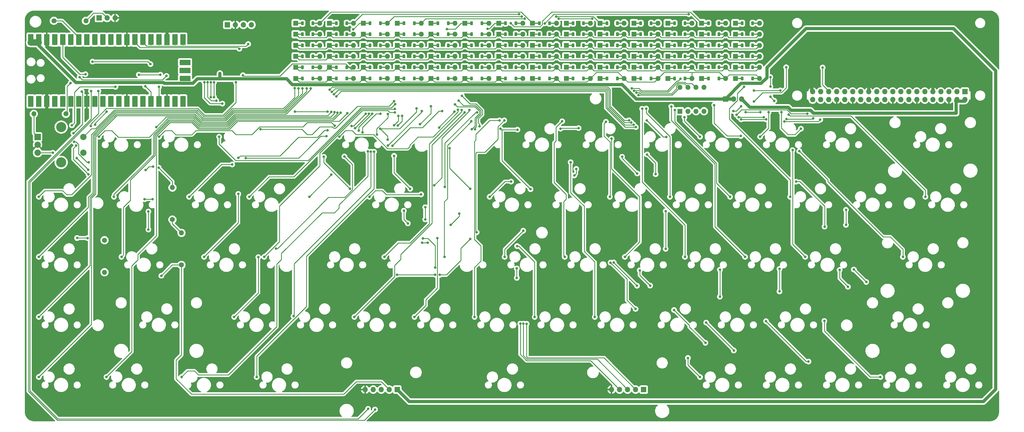
<source format=gbr>
G04 #@! TF.GenerationSoftware,KiCad,Pcbnew,7.0.7*
G04 #@! TF.CreationDate,2023-09-04T20:15:39-04:00*
G04 #@! TF.ProjectId,MainBoard,4d61696e-426f-4617-9264-2e6b69636164,rev?*
G04 #@! TF.SameCoordinates,Original*
G04 #@! TF.FileFunction,Copper,L1,Top*
G04 #@! TF.FilePolarity,Positive*
%FSLAX46Y46*%
G04 Gerber Fmt 4.6, Leading zero omitted, Abs format (unit mm)*
G04 Created by KiCad (PCBNEW 7.0.7) date 2023-09-04 20:15:39*
%MOMM*%
%LPD*%
G01*
G04 APERTURE LIST*
G04 Aperture macros list*
%AMRoundRect*
0 Rectangle with rounded corners*
0 $1 Rounding radius*
0 $2 $3 $4 $5 $6 $7 $8 $9 X,Y pos of 4 corners*
0 Add a 4 corners polygon primitive as box body*
4,1,4,$2,$3,$4,$5,$6,$7,$8,$9,$2,$3,0*
0 Add four circle primitives for the rounded corners*
1,1,$1+$1,$2,$3*
1,1,$1+$1,$4,$5*
1,1,$1+$1,$6,$7*
1,1,$1+$1,$8,$9*
0 Add four rect primitives between the rounded corners*
20,1,$1+$1,$2,$3,$4,$5,0*
20,1,$1+$1,$4,$5,$6,$7,0*
20,1,$1+$1,$6,$7,$8,$9,0*
20,1,$1+$1,$8,$9,$2,$3,0*%
G04 Aperture macros list end*
G04 #@! TA.AperFunction,ComponentPad*
%ADD10R,1.600000X1.600000*%
G04 #@! TD*
G04 #@! TA.AperFunction,SMDPad,CuDef*
%ADD11R,1.150000X0.450000*%
G04 #@! TD*
G04 #@! TA.AperFunction,SMDPad,CuDef*
%ADD12RoundRect,0.225000X-0.225000X-0.375000X0.225000X-0.375000X0.225000X0.375000X-0.225000X0.375000X0*%
G04 #@! TD*
G04 #@! TA.AperFunction,ComponentPad*
%ADD13O,1.600000X1.600000*%
G04 #@! TD*
G04 #@! TA.AperFunction,ComponentPad*
%ADD14R,1.700000X1.700000*%
G04 #@! TD*
G04 #@! TA.AperFunction,ComponentPad*
%ADD15O,1.700000X1.700000*%
G04 #@! TD*
G04 #@! TA.AperFunction,ComponentPad*
%ADD16R,2.000000X2.000000*%
G04 #@! TD*
G04 #@! TA.AperFunction,ComponentPad*
%ADD17C,2.000000*%
G04 #@! TD*
G04 #@! TA.AperFunction,ComponentPad*
%ADD18C,3.200000*%
G04 #@! TD*
G04 #@! TA.AperFunction,SMDPad,CuDef*
%ADD19R,1.700000X3.500000*%
G04 #@! TD*
G04 #@! TA.AperFunction,SMDPad,CuDef*
%ADD20R,3.500000X1.700000*%
G04 #@! TD*
G04 #@! TA.AperFunction,ComponentPad*
%ADD21C,1.600000*%
G04 #@! TD*
G04 #@! TA.AperFunction,ViaPad*
%ADD22C,0.800000*%
G04 #@! TD*
G04 #@! TA.AperFunction,Conductor*
%ADD23C,0.250000*%
G04 #@! TD*
G04 #@! TA.AperFunction,Conductor*
%ADD24C,1.000000*%
G04 #@! TD*
G04 #@! TA.AperFunction,Conductor*
%ADD25C,2.000000*%
G04 #@! TD*
G04 APERTURE END LIST*
D10*
X85860000Y-18000000D03*
D11*
X87095000Y-18000000D03*
D12*
X88010000Y-18000000D03*
X91310000Y-18000000D03*
D11*
X92220000Y-18000000D03*
D13*
X93480000Y-18000000D03*
D10*
X225220000Y-28500000D03*
D11*
X226455000Y-28500000D03*
D12*
X227370000Y-28500000D03*
X230670000Y-28500000D03*
D11*
X231580000Y-28500000D03*
D13*
X232840000Y-28500000D03*
D10*
X128740000Y-14500000D03*
D11*
X129975000Y-14500000D03*
D12*
X130890000Y-14500000D03*
X134190000Y-14500000D03*
D11*
X135100000Y-14500000D03*
D13*
X136360000Y-14500000D03*
D10*
X118020000Y-28500000D03*
D11*
X119255000Y-28500000D03*
D12*
X120170000Y-28500000D03*
X123470000Y-28500000D03*
D11*
X124380000Y-28500000D03*
D13*
X125640000Y-28500000D03*
D10*
X160900000Y-11000000D03*
D11*
X162135000Y-11000000D03*
D12*
X163050000Y-11000000D03*
X166350000Y-11000000D03*
D11*
X167260000Y-11000000D03*
D13*
X168520000Y-11000000D03*
D10*
X85860000Y-14500000D03*
D11*
X87095000Y-14500000D03*
D12*
X88010000Y-14500000D03*
X91310000Y-14500000D03*
D11*
X92220000Y-14500000D03*
D13*
X93480000Y-14500000D03*
D10*
X182340000Y-18000000D03*
D11*
X183575000Y-18000000D03*
D12*
X184490000Y-18000000D03*
X187790000Y-18000000D03*
D11*
X188700000Y-18000000D03*
D13*
X189960000Y-18000000D03*
D10*
X128740000Y-21500000D03*
D11*
X129975000Y-21500000D03*
D12*
X130890000Y-21500000D03*
X134190000Y-21500000D03*
D11*
X135100000Y-21500000D03*
D13*
X136360000Y-21500000D03*
D10*
X203780000Y-18000000D03*
D11*
X205015000Y-18000000D03*
D12*
X205930000Y-18000000D03*
X209230000Y-18000000D03*
D11*
X210140000Y-18000000D03*
D13*
X211400000Y-18000000D03*
D10*
X107300000Y-28500000D03*
D11*
X108535000Y-28500000D03*
D12*
X109450000Y-28500000D03*
X112750000Y-28500000D03*
D11*
X113660000Y-28500000D03*
D13*
X114920000Y-28500000D03*
D10*
X96580000Y-14500000D03*
D11*
X97815000Y-14500000D03*
D12*
X98730000Y-14500000D03*
X102030000Y-14500000D03*
D11*
X102940000Y-14500000D03*
D13*
X104200000Y-14500000D03*
D10*
X150180000Y-28500000D03*
D11*
X151415000Y-28500000D03*
D12*
X152330000Y-28500000D03*
X155630000Y-28500000D03*
D11*
X156540000Y-28500000D03*
D13*
X157800000Y-28500000D03*
D10*
X193060000Y-11000000D03*
D11*
X194295000Y-11000000D03*
D12*
X195210000Y-11000000D03*
X198510000Y-11000000D03*
D11*
X199420000Y-11000000D03*
D13*
X200680000Y-11000000D03*
D10*
X225220000Y-21500000D03*
D11*
X226455000Y-21500000D03*
D12*
X227370000Y-21500000D03*
X230670000Y-21500000D03*
D11*
X231580000Y-21500000D03*
D13*
X232840000Y-21500000D03*
D10*
X107300000Y-11000000D03*
D11*
X108535000Y-11000000D03*
D12*
X109450000Y-11000000D03*
X112750000Y-11000000D03*
D11*
X113660000Y-11000000D03*
D13*
X114920000Y-11000000D03*
D10*
X128740000Y-11000000D03*
D11*
X129975000Y-11000000D03*
D12*
X130890000Y-11000000D03*
X134190000Y-11000000D03*
D11*
X135100000Y-11000000D03*
D13*
X136360000Y-11000000D03*
D10*
X203780000Y-14500000D03*
D11*
X205015000Y-14500000D03*
D12*
X205930000Y-14500000D03*
X209230000Y-14500000D03*
D11*
X210140000Y-14500000D03*
D13*
X211400000Y-14500000D03*
D10*
X150180000Y-11000000D03*
D11*
X151415000Y-11000000D03*
D12*
X152330000Y-11000000D03*
X155630000Y-11000000D03*
D11*
X156540000Y-11000000D03*
D13*
X157800000Y-11000000D03*
D10*
X160900000Y-21500000D03*
D11*
X162135000Y-21500000D03*
D12*
X163050000Y-21500000D03*
X166350000Y-21500000D03*
D11*
X167260000Y-21500000D03*
D13*
X168520000Y-21500000D03*
D10*
X203780000Y-28500000D03*
D11*
X205015000Y-28500000D03*
D12*
X205930000Y-28500000D03*
X209230000Y-28500000D03*
D11*
X210140000Y-28500000D03*
D13*
X211400000Y-28500000D03*
D10*
X118020000Y-21500000D03*
D11*
X119255000Y-21500000D03*
D12*
X120170000Y-21500000D03*
X123470000Y-21500000D03*
D11*
X124380000Y-21500000D03*
D13*
X125640000Y-21500000D03*
D10*
X171620000Y-28500000D03*
D11*
X172855000Y-28500000D03*
D12*
X173770000Y-28500000D03*
X177070000Y-28500000D03*
D11*
X177980000Y-28500000D03*
D13*
X179240000Y-28500000D03*
D10*
X193060000Y-14500000D03*
D11*
X194295000Y-14500000D03*
D12*
X195210000Y-14500000D03*
X198510000Y-14500000D03*
D11*
X199420000Y-14500000D03*
D13*
X200680000Y-14500000D03*
D10*
X203780000Y-21500000D03*
D11*
X205015000Y-21500000D03*
D12*
X205930000Y-21500000D03*
X209230000Y-21500000D03*
D11*
X210140000Y-21500000D03*
D13*
X211400000Y-21500000D03*
D14*
X64220000Y-11500000D03*
D15*
X66760000Y-11500000D03*
X69300000Y-11500000D03*
X71840000Y-11500000D03*
D10*
X150180000Y-21500000D03*
D11*
X151415000Y-21500000D03*
D12*
X152330000Y-21500000D03*
X155630000Y-21500000D03*
D11*
X156540000Y-21500000D03*
D13*
X157800000Y-21500000D03*
D10*
X214500000Y-11000000D03*
D11*
X215735000Y-11000000D03*
D12*
X216650000Y-11000000D03*
X219950000Y-11000000D03*
D11*
X220860000Y-11000000D03*
D13*
X222120000Y-11000000D03*
D10*
X182340000Y-21500000D03*
D11*
X183575000Y-21500000D03*
D12*
X184490000Y-21500000D03*
X187790000Y-21500000D03*
D11*
X188700000Y-21500000D03*
D13*
X189960000Y-21500000D03*
D10*
X214500000Y-18000000D03*
D11*
X215735000Y-18000000D03*
D12*
X216650000Y-18000000D03*
X219950000Y-18000000D03*
D11*
X220860000Y-18000000D03*
D13*
X222120000Y-18000000D03*
D14*
X222072200Y-35026600D03*
D15*
X224612200Y-35026600D03*
X227152200Y-35026600D03*
D10*
X225220000Y-14500000D03*
D11*
X226455000Y-14500000D03*
D12*
X227370000Y-14500000D03*
X230670000Y-14500000D03*
D11*
X231580000Y-14500000D03*
D13*
X232840000Y-14500000D03*
D10*
X139460000Y-18000000D03*
D11*
X140695000Y-18000000D03*
D12*
X141610000Y-18000000D03*
X144910000Y-18000000D03*
D11*
X145820000Y-18000000D03*
D13*
X147080000Y-18000000D03*
D10*
X193060000Y-28500000D03*
D11*
X194295000Y-28500000D03*
D12*
X195210000Y-28500000D03*
X198510000Y-28500000D03*
D11*
X199420000Y-28500000D03*
D13*
X200680000Y-28500000D03*
D10*
X193060000Y-21500000D03*
D11*
X194295000Y-21500000D03*
D12*
X195210000Y-21500000D03*
X198510000Y-21500000D03*
D11*
X199420000Y-21500000D03*
D13*
X200680000Y-21500000D03*
D10*
X118020000Y-11000000D03*
D11*
X119255000Y-11000000D03*
D12*
X120170000Y-11000000D03*
X123470000Y-11000000D03*
D11*
X124380000Y-11000000D03*
D13*
X125640000Y-11000000D03*
D10*
X225220000Y-25000000D03*
D11*
X226455000Y-25000000D03*
D12*
X227370000Y-25000000D03*
X230670000Y-25000000D03*
D11*
X231580000Y-25000000D03*
D13*
X232840000Y-25000000D03*
D10*
X171620000Y-18000000D03*
D11*
X172855000Y-18000000D03*
D12*
X173770000Y-18000000D03*
X177070000Y-18000000D03*
D11*
X177980000Y-18000000D03*
D13*
X179240000Y-18000000D03*
D10*
X171620000Y-21500000D03*
D11*
X172855000Y-21500000D03*
D12*
X173770000Y-21500000D03*
X177070000Y-21500000D03*
D11*
X177980000Y-21500000D03*
D13*
X179240000Y-21500000D03*
D10*
X107300000Y-25000000D03*
D11*
X108535000Y-25000000D03*
D12*
X109450000Y-25000000D03*
X112750000Y-25000000D03*
D11*
X113660000Y-25000000D03*
D13*
X114920000Y-25000000D03*
D10*
X182340000Y-14500000D03*
D11*
X183575000Y-14500000D03*
D12*
X184490000Y-14500000D03*
X187790000Y-14500000D03*
D11*
X188700000Y-14500000D03*
D13*
X189960000Y-14500000D03*
D10*
X96580000Y-28500000D03*
D11*
X97815000Y-28500000D03*
D12*
X98730000Y-28500000D03*
X102030000Y-28500000D03*
D11*
X102940000Y-28500000D03*
D13*
X104200000Y-28500000D03*
D10*
X107300000Y-21500000D03*
D11*
X108535000Y-21500000D03*
D12*
X109450000Y-21500000D03*
X112750000Y-21500000D03*
D11*
X113660000Y-21500000D03*
D13*
X114920000Y-21500000D03*
D10*
X171620000Y-25000000D03*
D11*
X172855000Y-25000000D03*
D12*
X173770000Y-25000000D03*
X177070000Y-25000000D03*
D11*
X177980000Y-25000000D03*
D13*
X179240000Y-25000000D03*
D10*
X182340000Y-11000000D03*
D11*
X183575000Y-11000000D03*
D12*
X184490000Y-11000000D03*
X187790000Y-11000000D03*
D11*
X188700000Y-11000000D03*
D13*
X189960000Y-11000000D03*
D10*
X85860000Y-21500000D03*
D11*
X87095000Y-21500000D03*
D12*
X88010000Y-21500000D03*
X91310000Y-21500000D03*
D11*
X92220000Y-21500000D03*
D13*
X93480000Y-21500000D03*
D10*
X139460000Y-21500000D03*
D11*
X140695000Y-21500000D03*
D12*
X141610000Y-21500000D03*
X144910000Y-21500000D03*
D11*
X145820000Y-21500000D03*
D13*
X147080000Y-21500000D03*
D14*
X297930000Y-32680000D03*
D15*
X297930000Y-35220000D03*
X295390000Y-32680000D03*
X295390000Y-35220000D03*
X292850000Y-32680000D03*
X292850000Y-35220000D03*
X290310000Y-32680000D03*
X290310000Y-35220000D03*
X287770000Y-32680000D03*
X287770000Y-35220000D03*
X285230000Y-32680000D03*
X285230000Y-35220000D03*
X282690000Y-32680000D03*
X282690000Y-35220000D03*
X280150000Y-32680000D03*
X280150000Y-35220000D03*
X277610000Y-32680000D03*
X277610000Y-35220000D03*
X275070000Y-32680000D03*
X275070000Y-35220000D03*
X272530000Y-32680000D03*
X272530000Y-35220000D03*
X269990000Y-32680000D03*
X269990000Y-35220000D03*
X267450000Y-32680000D03*
X267450000Y-35220000D03*
X264910000Y-32680000D03*
X264910000Y-35220000D03*
X262370000Y-32680000D03*
X262370000Y-35220000D03*
X259830000Y-32680000D03*
X259830000Y-35220000D03*
X257290000Y-32680000D03*
X257290000Y-35220000D03*
X254750000Y-32680000D03*
X254750000Y-35220000D03*
X252210000Y-32680000D03*
X252210000Y-35220000D03*
X249670000Y-32680000D03*
X249670000Y-35220000D03*
D10*
X160900000Y-28500000D03*
D11*
X162135000Y-28500000D03*
D12*
X163050000Y-28500000D03*
X166350000Y-28500000D03*
D11*
X167260000Y-28500000D03*
D13*
X168520000Y-28500000D03*
D10*
X214500000Y-25000000D03*
D11*
X215735000Y-25000000D03*
D12*
X216650000Y-25000000D03*
X219950000Y-25000000D03*
D11*
X220860000Y-25000000D03*
D13*
X222120000Y-25000000D03*
D10*
X182340000Y-28500000D03*
D11*
X183575000Y-28500000D03*
D12*
X184490000Y-28500000D03*
X187790000Y-28500000D03*
D11*
X188700000Y-28500000D03*
D13*
X189960000Y-28500000D03*
D10*
X128740000Y-18000000D03*
D11*
X129975000Y-18000000D03*
D12*
X130890000Y-18000000D03*
X134190000Y-18000000D03*
D11*
X135100000Y-18000000D03*
D13*
X136360000Y-18000000D03*
D10*
X214500000Y-21500000D03*
D11*
X215735000Y-21500000D03*
D12*
X216650000Y-21500000D03*
X219950000Y-21500000D03*
D11*
X220860000Y-21500000D03*
D13*
X222120000Y-21500000D03*
D10*
X85860000Y-28500000D03*
D11*
X87095000Y-28500000D03*
D12*
X88010000Y-28500000D03*
X91310000Y-28500000D03*
D11*
X92220000Y-28500000D03*
D13*
X93480000Y-28500000D03*
D10*
X160900000Y-18000000D03*
D11*
X162135000Y-18000000D03*
D12*
X163050000Y-18000000D03*
X166350000Y-18000000D03*
D11*
X167260000Y-18000000D03*
D13*
X168520000Y-18000000D03*
D10*
X171620000Y-11000000D03*
D11*
X172855000Y-11000000D03*
D12*
X173770000Y-11000000D03*
X177070000Y-11000000D03*
D11*
X177980000Y-11000000D03*
D13*
X179240000Y-11000000D03*
D10*
X150180000Y-18000000D03*
D11*
X151415000Y-18000000D03*
D12*
X152330000Y-18000000D03*
X155630000Y-18000000D03*
D11*
X156540000Y-18000000D03*
D13*
X157800000Y-18000000D03*
D10*
X107300000Y-18000000D03*
D11*
X108535000Y-18000000D03*
D12*
X109450000Y-18000000D03*
X112750000Y-18000000D03*
D11*
X113660000Y-18000000D03*
D13*
X114920000Y-18000000D03*
D10*
X193060000Y-25000000D03*
D11*
X194295000Y-25000000D03*
D12*
X195210000Y-25000000D03*
X198510000Y-25000000D03*
D11*
X199420000Y-25000000D03*
D13*
X200680000Y-25000000D03*
D10*
X203780000Y-25000000D03*
D11*
X205015000Y-25000000D03*
D12*
X205930000Y-25000000D03*
X209230000Y-25000000D03*
D11*
X210140000Y-25000000D03*
D13*
X211400000Y-25000000D03*
D10*
X96580000Y-11000000D03*
D11*
X97815000Y-11000000D03*
D12*
X98730000Y-11000000D03*
X102030000Y-11000000D03*
D11*
X102940000Y-11000000D03*
D13*
X104200000Y-11000000D03*
D16*
X4045000Y-47045000D03*
D17*
X4045000Y-52045000D03*
X4045000Y-49545000D03*
D18*
X11545000Y-43945000D03*
X11545000Y-55145000D03*
D17*
X18545000Y-52045000D03*
X18545000Y-47045000D03*
D10*
X139460000Y-28500000D03*
D11*
X140695000Y-28500000D03*
D12*
X141610000Y-28500000D03*
X144910000Y-28500000D03*
D11*
X145820000Y-28500000D03*
D13*
X147080000Y-28500000D03*
D10*
X150180000Y-25000000D03*
D11*
X151415000Y-25000000D03*
D12*
X152330000Y-25000000D03*
X155630000Y-25000000D03*
D11*
X156540000Y-25000000D03*
D13*
X157800000Y-25000000D03*
D10*
X225220000Y-11000000D03*
D11*
X226455000Y-11000000D03*
D12*
X227370000Y-11000000D03*
X230670000Y-11000000D03*
D11*
X231580000Y-11000000D03*
D13*
X232840000Y-11000000D03*
D10*
X118020000Y-25000000D03*
D11*
X119255000Y-25000000D03*
D12*
X120170000Y-25000000D03*
X123470000Y-25000000D03*
D11*
X124380000Y-25000000D03*
D13*
X125640000Y-25000000D03*
D10*
X85860000Y-11000000D03*
D11*
X87095000Y-11000000D03*
D12*
X88010000Y-11000000D03*
X91310000Y-11000000D03*
D11*
X92220000Y-11000000D03*
D13*
X93480000Y-11000000D03*
D10*
X128740000Y-25000000D03*
D11*
X129975000Y-25000000D03*
D12*
X130890000Y-25000000D03*
X134190000Y-25000000D03*
D11*
X135100000Y-25000000D03*
D13*
X136360000Y-25000000D03*
D10*
X203780000Y-11000000D03*
D11*
X205015000Y-11000000D03*
D12*
X205930000Y-11000000D03*
X209230000Y-11000000D03*
D11*
X210140000Y-11000000D03*
D13*
X211400000Y-11000000D03*
D10*
X96580000Y-21500000D03*
D11*
X97815000Y-21500000D03*
D12*
X98730000Y-21500000D03*
X102030000Y-21500000D03*
D11*
X102940000Y-21500000D03*
D13*
X104200000Y-21500000D03*
D10*
X150180000Y-14500000D03*
D11*
X151415000Y-14500000D03*
D12*
X152330000Y-14500000D03*
X155630000Y-14500000D03*
D11*
X156540000Y-14500000D03*
D13*
X157800000Y-14500000D03*
D10*
X118020000Y-18000000D03*
D11*
X119255000Y-18000000D03*
D12*
X120170000Y-18000000D03*
X123470000Y-18000000D03*
D11*
X124380000Y-18000000D03*
D13*
X125640000Y-18000000D03*
D10*
X207645000Y-38912800D03*
D13*
X210185000Y-38912800D03*
X212725000Y-38912800D03*
X215265000Y-38912800D03*
X215265000Y-31292800D03*
X212725000Y-31292800D03*
X210185000Y-31292800D03*
X207645000Y-31292800D03*
D10*
X225220000Y-18000000D03*
D11*
X226455000Y-18000000D03*
D12*
X227370000Y-18000000D03*
X230670000Y-18000000D03*
D11*
X231580000Y-18000000D03*
D13*
X232840000Y-18000000D03*
D10*
X96580000Y-18000000D03*
D11*
X97815000Y-18000000D03*
D12*
X98730000Y-18000000D03*
X102030000Y-18000000D03*
D11*
X102940000Y-18000000D03*
D13*
X104200000Y-18000000D03*
D10*
X193060000Y-18000000D03*
D11*
X194295000Y-18000000D03*
D12*
X195210000Y-18000000D03*
X198510000Y-18000000D03*
D11*
X199420000Y-18000000D03*
D13*
X200680000Y-18000000D03*
D15*
X1870000Y-34890000D03*
D19*
X1870000Y-35790000D03*
D15*
X4410000Y-34890000D03*
D19*
X4410000Y-35790000D03*
D14*
X6950000Y-34890000D03*
D19*
X6950000Y-35790000D03*
D15*
X9490000Y-34890000D03*
D19*
X9490000Y-35790000D03*
D15*
X12030000Y-34890000D03*
D19*
X12030000Y-35790000D03*
D15*
X14570000Y-34890000D03*
D19*
X14570000Y-35790000D03*
D15*
X17110000Y-34890000D03*
D19*
X17110000Y-35790000D03*
D14*
X19650000Y-34890000D03*
D19*
X19650000Y-35790000D03*
D15*
X22190000Y-34890000D03*
D19*
X22190000Y-35790000D03*
D15*
X24730000Y-34890000D03*
D19*
X24730000Y-35790000D03*
D15*
X27270000Y-34890000D03*
D19*
X27270000Y-35790000D03*
D15*
X29810000Y-34890000D03*
D19*
X29810000Y-35790000D03*
D14*
X32350000Y-34890000D03*
D19*
X32350000Y-35790000D03*
D15*
X34890000Y-34890000D03*
D19*
X34890000Y-35790000D03*
D15*
X37430000Y-34890000D03*
D19*
X37430000Y-35790000D03*
D15*
X39970000Y-34890000D03*
D19*
X39970000Y-35790000D03*
D15*
X42510000Y-34890000D03*
D19*
X42510000Y-35790000D03*
D14*
X45050000Y-34890000D03*
D19*
X45050000Y-35790000D03*
D15*
X47590000Y-34890000D03*
D19*
X47590000Y-35790000D03*
D15*
X50130000Y-34890000D03*
D19*
X50130000Y-35790000D03*
D15*
X50130000Y-17110000D03*
D19*
X50130000Y-16210000D03*
D15*
X47590000Y-17110000D03*
D19*
X47590000Y-16210000D03*
D14*
X45050000Y-17110000D03*
D19*
X45050000Y-16210000D03*
D15*
X42510000Y-17110000D03*
D19*
X42510000Y-16210000D03*
D15*
X39970000Y-17110000D03*
D19*
X39970000Y-16210000D03*
D15*
X37430000Y-17110000D03*
D19*
X37430000Y-16210000D03*
D15*
X34890000Y-17110000D03*
D19*
X34890000Y-16210000D03*
D14*
X32350000Y-17110000D03*
D19*
X32350000Y-16210000D03*
D15*
X29810000Y-17110000D03*
D19*
X29810000Y-16210000D03*
D15*
X27270000Y-17110000D03*
D19*
X27270000Y-16210000D03*
D15*
X24730000Y-17110000D03*
D19*
X24730000Y-16210000D03*
D15*
X22190000Y-17110000D03*
D19*
X22190000Y-16210000D03*
D14*
X19650000Y-17110000D03*
D19*
X19650000Y-16210000D03*
D15*
X17110000Y-17110000D03*
D19*
X17110000Y-16210000D03*
D15*
X14570000Y-17110000D03*
D19*
X14570000Y-16210000D03*
D15*
X12030000Y-17110000D03*
D19*
X12030000Y-16210000D03*
D15*
X9490000Y-17110000D03*
D19*
X9490000Y-16210000D03*
D14*
X6950000Y-17110000D03*
D19*
X6950000Y-16210000D03*
D15*
X4410000Y-17110000D03*
D19*
X4410000Y-16210000D03*
D15*
X1870000Y-17110000D03*
D19*
X1870000Y-16210000D03*
D15*
X49900000Y-28540000D03*
D20*
X50800000Y-28540000D03*
D14*
X49900000Y-26000000D03*
D20*
X50800000Y-26000000D03*
D15*
X49900000Y-23460000D03*
D20*
X50800000Y-23460000D03*
D10*
X107300000Y-14500000D03*
D11*
X108535000Y-14500000D03*
D12*
X109450000Y-14500000D03*
X112750000Y-14500000D03*
D11*
X113660000Y-14500000D03*
D13*
X114920000Y-14500000D03*
D10*
X85860000Y-25000000D03*
D11*
X87095000Y-25000000D03*
D12*
X88010000Y-25000000D03*
X91310000Y-25000000D03*
D11*
X92220000Y-25000000D03*
D13*
X93480000Y-25000000D03*
D10*
X139460000Y-11000000D03*
D11*
X140695000Y-11000000D03*
D12*
X141610000Y-11000000D03*
X144910000Y-11000000D03*
D11*
X145820000Y-11000000D03*
D13*
X147080000Y-11000000D03*
D10*
X214500000Y-14500000D03*
D11*
X215735000Y-14500000D03*
D12*
X216650000Y-14500000D03*
X219950000Y-14500000D03*
D11*
X220860000Y-14500000D03*
D13*
X222120000Y-14500000D03*
D10*
X160900000Y-25000000D03*
D11*
X162135000Y-25000000D03*
D12*
X163050000Y-25000000D03*
X166350000Y-25000000D03*
D11*
X167260000Y-25000000D03*
D13*
X168520000Y-25000000D03*
D10*
X139460000Y-25000000D03*
D11*
X140695000Y-25000000D03*
D12*
X141610000Y-25000000D03*
X144910000Y-25000000D03*
D11*
X145820000Y-25000000D03*
D13*
X147080000Y-25000000D03*
D10*
X96580000Y-25000000D03*
D11*
X97815000Y-25000000D03*
D12*
X98730000Y-25000000D03*
X102030000Y-25000000D03*
D11*
X102940000Y-25000000D03*
D13*
X104200000Y-25000000D03*
D10*
X128740000Y-28500000D03*
D11*
X129975000Y-28500000D03*
D12*
X130890000Y-28500000D03*
X134190000Y-28500000D03*
D11*
X135100000Y-28500000D03*
D13*
X136360000Y-28500000D03*
D10*
X214500000Y-28500000D03*
D11*
X215735000Y-28500000D03*
D12*
X216650000Y-28500000D03*
X219950000Y-28500000D03*
D11*
X220860000Y-28500000D03*
D13*
X222120000Y-28500000D03*
D10*
X182340000Y-25000000D03*
D11*
X183575000Y-25000000D03*
D12*
X184490000Y-25000000D03*
X187790000Y-25000000D03*
D11*
X188700000Y-25000000D03*
D13*
X189960000Y-25000000D03*
D10*
X118020000Y-14500000D03*
D11*
X119255000Y-14500000D03*
D12*
X120170000Y-14500000D03*
X123470000Y-14500000D03*
D11*
X124380000Y-14500000D03*
D13*
X125640000Y-14500000D03*
D10*
X171620000Y-14500000D03*
D11*
X172855000Y-14500000D03*
D12*
X173770000Y-14500000D03*
X177070000Y-14500000D03*
D11*
X177980000Y-14500000D03*
D13*
X179240000Y-14500000D03*
D10*
X160900000Y-14500000D03*
D11*
X162135000Y-14500000D03*
D12*
X163050000Y-14500000D03*
X166350000Y-14500000D03*
D11*
X167260000Y-14500000D03*
D13*
X168520000Y-14500000D03*
D10*
X139460000Y-14500000D03*
D11*
X140695000Y-14500000D03*
D12*
X141610000Y-14500000D03*
X144910000Y-14500000D03*
D11*
X145820000Y-14500000D03*
D13*
X147080000Y-14500000D03*
D14*
X118048750Y-127160000D03*
D15*
X115508750Y-127160000D03*
X112968750Y-127160000D03*
X110428750Y-127160000D03*
X107888750Y-127160000D03*
D21*
X49657000Y-87655400D03*
D13*
X49657000Y-77495400D03*
D14*
X196148750Y-127160000D03*
D15*
X193608750Y-127160000D03*
X191068750Y-127160000D03*
X188528750Y-127160000D03*
X185988750Y-127160000D03*
D21*
X13030200Y-39751000D03*
D13*
X2870200Y-39751000D03*
D21*
X25273000Y-79806800D03*
D13*
X25273000Y-89966800D03*
D21*
X9220200Y-10236200D03*
D13*
X19380200Y-10236200D03*
D21*
X46786800Y-73279000D03*
D13*
X46786800Y-63119000D03*
D14*
X23520400Y-9347200D03*
D15*
X26060400Y-9347200D03*
X28600400Y-9347200D03*
D22*
X6629400Y-45135800D03*
X129725100Y-117728400D03*
X3073400Y-20066000D03*
X45028104Y-8255000D03*
X63102744Y-8255000D03*
X260136341Y-17449800D03*
X278573751Y-23850600D03*
X133281100Y-119100000D03*
X261954682Y-21920200D03*
X276449683Y-38074600D03*
X273042528Y-23850600D03*
X280393669Y-8400000D03*
X49555400Y-72034400D03*
X249438148Y-134400000D03*
X132100000Y-119100000D03*
X304850800Y-105968800D03*
X32562800Y-26111200D03*
X28915896Y-129616200D03*
X270747408Y-134400000D03*
X273017128Y-21920200D03*
X6985000Y-30175200D03*
X130918900Y-121868600D03*
X6908800Y-28829000D03*
X52257960Y-8255000D03*
X263798423Y-21920200D03*
X5816600Y-44094400D03*
X45720000Y-25400000D03*
X255830926Y-134400000D03*
X135643300Y-119100000D03*
X275009260Y-134400000D03*
X41413176Y-8255000D03*
X19481800Y-32283400D03*
X50238526Y-132207000D03*
X33177748Y-129616200D03*
X31046822Y-129616200D03*
X64307720Y-8255000D03*
X138005500Y-121868600D03*
X41701452Y-129616200D03*
X267511305Y-23850600D03*
X18261266Y-129616200D03*
X258267200Y-19532600D03*
X287767056Y-15773400D03*
X34594800Y-11404600D03*
X13309600Y-24815800D03*
X47498000Y-25552400D03*
X42335752Y-11404600D03*
X247307100Y-28498800D03*
X32562800Y-24612600D03*
X278548351Y-19532600D03*
X132100000Y-121868600D03*
X44270990Y-11404600D03*
X284106551Y-10076400D03*
X274822130Y-38074600D03*
X20320000Y-19888200D03*
X304850800Y-82072742D03*
X59487816Y-8255000D03*
X66717672Y-8255000D03*
X20392192Y-129616200D03*
X57080150Y-20091400D03*
X273044105Y-10076400D03*
X11868488Y-129616200D03*
X263798423Y-19532600D03*
X276704610Y-19532600D03*
X245211600Y-27203400D03*
X263800000Y-8400000D03*
X37497657Y-11404600D03*
X30474355Y-20040600D03*
X2768600Y-25958800D03*
X249402600Y-27203400D03*
X304850800Y-96777998D03*
X34343620Y-20040600D03*
X10769600Y-20116800D03*
X261981659Y-10076400D03*
X263798423Y-15773400D03*
X4140200Y-20193000D03*
X280392092Y-15773400D03*
X80071490Y-132207000D03*
X265667564Y-17449800D03*
X245176296Y-134400000D03*
X35308674Y-129616200D03*
X22523118Y-129616200D03*
X240914444Y-134400000D03*
X263823823Y-23850600D03*
X267511305Y-17449800D03*
X33680400Y-26111200D03*
X257961852Y-134400000D03*
X269331223Y-8400000D03*
X13999414Y-129616200D03*
X133268400Y-117728400D03*
X130906200Y-120497000D03*
X58026300Y-20091400D03*
X304850800Y-89425370D03*
X285948715Y-17449800D03*
X248354850Y-27203400D03*
X20828000Y-27609800D03*
X261956259Y-8400000D03*
X77940564Y-132207000D03*
X246259350Y-27203400D03*
X268311918Y-38074600D03*
X20701000Y-26466800D03*
X35562419Y-11404600D03*
X280419069Y-10076400D03*
X261954682Y-15773400D03*
X135630600Y-120497000D03*
X57077864Y-8255000D03*
X36530038Y-11404600D03*
X45963304Y-129616200D03*
X274862446Y-8400000D03*
X265056812Y-38074600D03*
X278549928Y-8400000D03*
X287768633Y-8400000D03*
X304850800Y-72881957D03*
X35633375Y-20040600D03*
X245211600Y-29768800D03*
X287794033Y-10076400D03*
X48094236Y-129616200D03*
X136811700Y-117728400D03*
X33680400Y-24612600D03*
X54500378Y-132207000D03*
X284079574Y-15773400D03*
X247307222Y-134400000D03*
X45238609Y-11404600D03*
X260110941Y-19532600D03*
X260110941Y-15773400D03*
X266684365Y-38074600D03*
X39432895Y-11404600D03*
X271567024Y-38074600D03*
X31445200Y-27762200D03*
X58972450Y-20091400D03*
X65512696Y-8255000D03*
X304850800Y-100454312D03*
X9753600Y-30175200D03*
X304850800Y-87587213D03*
X267485905Y-15773400D03*
X278573751Y-17449800D03*
X273194577Y-38074600D03*
X261980082Y-23850600D03*
X284104974Y-17449800D03*
X7493000Y-46253400D03*
X282237410Y-8400000D03*
X67922648Y-8255000D03*
X272878334Y-134400000D03*
X258267200Y-21920200D03*
X2184400Y-21310600D03*
X7606636Y-129616200D03*
X31445200Y-26111200D03*
X269355046Y-17449800D03*
X54914800Y-11455400D03*
X304850800Y-91263527D03*
X136824400Y-119100000D03*
X42618152Y-8255000D03*
X5029200Y-43154600D03*
X238783518Y-134400000D03*
X271174964Y-8400000D03*
X278575328Y-10076400D03*
X51052984Y-8255000D03*
X282262810Y-10076400D03*
X246259350Y-28498800D03*
X9737562Y-129616200D03*
X134462200Y-121868600D03*
X282261233Y-23850600D03*
X280417492Y-17449800D03*
X273018705Y-8400000D03*
X271200364Y-10076400D03*
X285923315Y-21920200D03*
X284079574Y-21920200D03*
X304850800Y-76558271D03*
X49848008Y-8255000D03*
X88595200Y-132207000D03*
X39570526Y-129616200D03*
X304850800Y-93101684D03*
X274860869Y-21920200D03*
X24654044Y-129616200D03*
X60692792Y-8255000D03*
X276704610Y-15773400D03*
X268616482Y-134400000D03*
X31764110Y-20040600D03*
X129737800Y-119100000D03*
X304850800Y-71043800D03*
X47173847Y-11404600D03*
X289636200Y-23850600D03*
X61897768Y-8255000D03*
X52979561Y-11404600D03*
X267485905Y-19532600D03*
X243045370Y-134400000D03*
X263823823Y-17449800D03*
X29184600Y-20040600D03*
X279704800Y-38074600D03*
X56631304Y-132207000D03*
X289637777Y-10076400D03*
X43303371Y-11404600D03*
X271198787Y-23850600D03*
X273017128Y-15773400D03*
X304850800Y-80234585D03*
X280417492Y-23850600D03*
X70332600Y-8255000D03*
X134449500Y-117728400D03*
X8813800Y-20015200D03*
X29210000Y-24612600D03*
X30327600Y-24612600D03*
X258267200Y-15773400D03*
X49453800Y-69951600D03*
X30327600Y-26111200D03*
X132087300Y-120497000D03*
X53462936Y-8255000D03*
X8178800Y-30530800D03*
X285924892Y-8400000D03*
X25196800Y-32461200D03*
X304850800Y-83910899D03*
X269329646Y-19532600D03*
X133281100Y-121868600D03*
X282235833Y-21920200D03*
X49733200Y-55168800D03*
X287767056Y-21920200D03*
X16306800Y-23444200D03*
X304850800Y-78396428D03*
X278548351Y-15773400D03*
X265642164Y-19532600D03*
X248354850Y-29768800D03*
X304850800Y-104130626D03*
X138005500Y-119100000D03*
X6629400Y-26111200D03*
X274860869Y-15773400D03*
X285950292Y-10076400D03*
X29210000Y-27762200D03*
X304850800Y-94939841D03*
X285923315Y-15773400D03*
X266485556Y-134400000D03*
X51044323Y-11404600D03*
X67285934Y-132207000D03*
X132087300Y-117728400D03*
X58762230Y-132207000D03*
X269939471Y-38074600D03*
X46206228Y-11404600D03*
X7340600Y-23571200D03*
X258268777Y-8400000D03*
X264354630Y-134400000D03*
X282235833Y-15773400D03*
X2057400Y-30911800D03*
X14528800Y-22021800D03*
X16992600Y-19913600D03*
X249402600Y-29768800D03*
X52011942Y-11404600D03*
X40400514Y-11404600D03*
X133268400Y-120497000D03*
X40792400Y-20040600D03*
X1701800Y-20015200D03*
X3937000Y-21386800D03*
X73678712Y-132207000D03*
X276730010Y-17449800D03*
X33680400Y-27762200D03*
X263825400Y-10076400D03*
X271198787Y-17449800D03*
X258292600Y-17449800D03*
X267485905Y-21920200D03*
X265669141Y-10076400D03*
X18592800Y-19888200D03*
X32562800Y-27762200D03*
X4495800Y-25831800D03*
X278077236Y-38074600D03*
X16130340Y-129616200D03*
X260092778Y-134400000D03*
X258292600Y-23850600D03*
X1854200Y-25908000D03*
X304850800Y-74720114D03*
X261980082Y-17449800D03*
X26784970Y-129616200D03*
X130918900Y-119100000D03*
X46233080Y-8255000D03*
X69127624Y-8255000D03*
X274886269Y-23850600D03*
X48141466Y-11404600D03*
X265642164Y-15773400D03*
X289610800Y-19532600D03*
X271173387Y-15773400D03*
X269329646Y-15773400D03*
X130906200Y-117728400D03*
X253700000Y-134400000D03*
X273017128Y-19532600D03*
X58282840Y-8255000D03*
X31445200Y-24612600D03*
X38465276Y-11404600D03*
X304850800Y-102292469D03*
X265643741Y-8400000D03*
X82202416Y-132207000D03*
X50076704Y-11404600D03*
X260112518Y-8400000D03*
X56134000Y-20091400D03*
X84333342Y-132207000D03*
X48107600Y-132207000D03*
X75809638Y-132207000D03*
X137992800Y-120497000D03*
X55872888Y-8255000D03*
X280392092Y-19532600D03*
X129725100Y-120497000D03*
X48643032Y-8255000D03*
X4038600Y-31013400D03*
X282261233Y-17449800D03*
X284081151Y-8400000D03*
X52369452Y-132207000D03*
X29210000Y-26111200D03*
X287792456Y-17449800D03*
X37439600Y-129616200D03*
X137992800Y-117728400D03*
X59918600Y-20091400D03*
X71547786Y-132207000D03*
X282235833Y-19532600D03*
X135630600Y-117728400D03*
X287792456Y-23850600D03*
X269329646Y-21920200D03*
X53947180Y-11404600D03*
X261954682Y-19532600D03*
X262223704Y-134400000D03*
X18516600Y-23469600D03*
X258294177Y-10076400D03*
X267487482Y-8400000D03*
X289612377Y-8400000D03*
X247307100Y-29768800D03*
X280392092Y-21920200D03*
X8178800Y-25781000D03*
X276730010Y-23850600D03*
X260137918Y-10076400D03*
X63024082Y-132207000D03*
X289610800Y-21920200D03*
X49109085Y-11404600D03*
X38212885Y-20040600D03*
X274886269Y-17449800D03*
X45999400Y-23545800D03*
X135643300Y-121868600D03*
X86464268Y-132207000D03*
X47438056Y-8255000D03*
X129737800Y-121868600D03*
X47320200Y-23850600D03*
X267512882Y-10076400D03*
X245211600Y-28498800D03*
X279271118Y-134400000D03*
X11252200Y-30708600D03*
X265642164Y-21920200D03*
X285948715Y-23850600D03*
X274887846Y-10076400D03*
X277140186Y-134400000D03*
X247307100Y-27203400D03*
X276704610Y-21920200D03*
X304850800Y-85749056D03*
X278548351Y-21920200D03*
X69416860Y-132207000D03*
X273042528Y-17449800D03*
X265667564Y-23850600D03*
X9956800Y-26416000D03*
X36923130Y-20040600D03*
X41368133Y-11404600D03*
X260174153Y-38074600D03*
X49276000Y-67716400D03*
X49784000Y-53848000D03*
X289610800Y-15773400D03*
X60893156Y-132207000D03*
X260110941Y-21920200D03*
X45008800Y-36982400D03*
X269355046Y-23850600D03*
X17449800Y-24765000D03*
X287767056Y-19532600D03*
X263429259Y-38074600D03*
X289636200Y-17449800D03*
X284104974Y-23850600D03*
X284079574Y-19532600D03*
X276706187Y-8400000D03*
X246259350Y-29768800D03*
X251569074Y-134400000D03*
X136824400Y-121868600D03*
X274860869Y-19532600D03*
X134449500Y-120497000D03*
X40208200Y-8255000D03*
X134462200Y-119100000D03*
X30327600Y-27762200D03*
X33053865Y-20040600D03*
X271173387Y-21920200D03*
X43823128Y-8255000D03*
X260136341Y-23850600D03*
X249402600Y-28498800D03*
X54667912Y-8255000D03*
X43832378Y-129616200D03*
X65155008Y-132207000D03*
X39502640Y-20040600D03*
X136811700Y-120497000D03*
X248354850Y-28498800D03*
X285923315Y-19532600D03*
X258546600Y-38074600D03*
X261801706Y-38074600D03*
X304850800Y-98616155D03*
X269356623Y-10076400D03*
X271173387Y-19532600D03*
X276731587Y-10076400D03*
X39839500Y-23980400D03*
X21465500Y-23190200D03*
X14528800Y-29972000D03*
X38176200Y-31013400D03*
X14935200Y-43383200D03*
X36144200Y-27330400D03*
X38328600Y-57556400D03*
X15582300Y-48615600D03*
X42431300Y-56794400D03*
X28752800Y-31189500D03*
X42519600Y-31189500D03*
X20218400Y-55118000D03*
X42964500Y-27330400D03*
X40690800Y-56464200D03*
X17377899Y-28147499D03*
X44907200Y-27711400D03*
X95986600Y-39065200D03*
X39167500Y-70739000D03*
X85623400Y-39069700D03*
X25933400Y-39039800D03*
X22269407Y-43218700D03*
X39167500Y-76428600D03*
X156667200Y-8141300D03*
X104100000Y-13000000D03*
X97133067Y-39156932D03*
X41652655Y-43913254D03*
X168452800Y-8865800D03*
X157482454Y-8865800D03*
X74721802Y-44649802D03*
X117017800Y-35763200D03*
X179882800Y-9590300D03*
X158471241Y-9595840D03*
X169167951Y-9590300D03*
X94769377Y-53377500D03*
X130060100Y-88493600D03*
X103092000Y-63495000D03*
X126180000Y-79273400D03*
X128676400Y-37312246D03*
X125247400Y-43027600D03*
X120130000Y-70485000D03*
X121395700Y-74489100D03*
X126904500Y-73228200D03*
X124104400Y-38023800D03*
X114985800Y-47904400D03*
X117043200Y-53060600D03*
X133807200Y-12877800D03*
X112616999Y-44445000D03*
X126904500Y-69367400D03*
X122142000Y-63495000D03*
X154000000Y-11000000D03*
X127736600Y-80645000D03*
X141192000Y-63495000D03*
X136194800Y-39039800D03*
X134658700Y-50647600D03*
X146700000Y-12800000D03*
X131321556Y-44099557D03*
X125882400Y-80645000D03*
X210439000Y-8141300D03*
X164769800Y-11074400D03*
X150717000Y-44445000D03*
X160274000Y-63627000D03*
X156133800Y-44754800D03*
X185648600Y-86918800D03*
X175514000Y-44272200D03*
X169767000Y-44445000D03*
X193579500Y-101595000D03*
X215950800Y-105943400D03*
X224713800Y-114782600D03*
X203098400Y-70637400D03*
X194081400Y-58648600D03*
X189305000Y-53364200D03*
X203104500Y-82545000D03*
X234924600Y-105511600D03*
X248379500Y-118295000D03*
X226917000Y-46780200D03*
X218490800Y-36982400D03*
X236296200Y-31038800D03*
X260254500Y-70205600D03*
X245967000Y-44445000D03*
X236296200Y-28092400D03*
X239801400Y-39229700D03*
X237540800Y-35610800D03*
X236296200Y-34276700D03*
X260254500Y-74955400D03*
X85496400Y-31623000D03*
X98129395Y-39236521D03*
X23490000Y-46985000D03*
X42540000Y-46985000D03*
X103581200Y-43585200D03*
X98221800Y-43561000D03*
X108026200Y-39724500D03*
X117380066Y-36694741D03*
X61590000Y-46985000D03*
X115087400Y-49809400D03*
X134200000Y-14500000D03*
X125806200Y-38838300D03*
X99689999Y-46985000D03*
X137287000Y-38404800D03*
X209060000Y-40804500D03*
X213990000Y-46985000D03*
X235712000Y-39229700D03*
X233040000Y-46985000D03*
X86715600Y-31648400D03*
X4440000Y-66035000D03*
X28252500Y-66035000D03*
X99124005Y-39335297D03*
X65716500Y-55803800D03*
X52065000Y-66035000D03*
X67691000Y-53721000D03*
X109059394Y-39724108D03*
X104662000Y-44309700D03*
X95931501Y-44928301D03*
X71115000Y-66035000D03*
X117246400Y-38227000D03*
X134200000Y-18000000D03*
X132257800Y-38838300D03*
X116484400Y-49834800D03*
X90165000Y-66035000D03*
X97150000Y-59050000D03*
X109215000Y-66035000D03*
X129744500Y-62433200D03*
X125603000Y-65278000D03*
X140893800Y-38563800D03*
X154114500Y-61214000D03*
X147315000Y-66035000D03*
X174163501Y-59287899D03*
X174777400Y-57200800D03*
X184189500Y-42291000D03*
X185415000Y-66035000D03*
X196926200Y-38074600D03*
X204465000Y-66035000D03*
X223515000Y-66035000D03*
X206019400Y-38506400D03*
X242565000Y-66035000D03*
X227914200Y-31165800D03*
X239445800Y-32308800D03*
X231063800Y-32308800D03*
X4440000Y-85085000D03*
X88011000Y-31673800D03*
X30633750Y-85085000D03*
X100123139Y-39362443D03*
X70053200Y-53798251D03*
X105892600Y-45034200D03*
X56827500Y-85085000D03*
X95580200Y-46786800D03*
X67669099Y-65147501D03*
X110083600Y-39724500D03*
X117271800Y-39319200D03*
X75877500Y-85085000D03*
X159046853Y-106325538D03*
X138531600Y-34061400D03*
X144119600Y-43688000D03*
X138455400Y-38506400D03*
X113977500Y-85085000D03*
X133027500Y-85085000D03*
X141528800Y-42087800D03*
X157977000Y-76809600D03*
X152077500Y-85085000D03*
X170307000Y-42113200D03*
X171127500Y-85085000D03*
X185978800Y-47625000D03*
X190177500Y-85085000D03*
X195654499Y-38127101D03*
X209227500Y-85085000D03*
X204911399Y-37404601D03*
X228277500Y-85085000D03*
X247327500Y-85085000D03*
X243320000Y-51269200D03*
X4440000Y-104135000D03*
X89382600Y-31699200D03*
X66929000Y-29699900D03*
X69138800Y-27500900D03*
X20929600Y-43637200D03*
X74003000Y-85191600D03*
X101291853Y-53247153D03*
X112725200Y-39724500D03*
X107035600Y-45620500D03*
X79578200Y-82448400D03*
X66352500Y-104135000D03*
X118355657Y-40419700D03*
X116992400Y-43383200D03*
X85184198Y-103916698D03*
X109693697Y-51766273D03*
X158047703Y-106299000D03*
X137490200Y-35585400D03*
X142663399Y-44619399D03*
X130784600Y-79146400D03*
X135001000Y-74930000D03*
X133146800Y-62890400D03*
X137725000Y-71399400D03*
X143393700Y-39288300D03*
X123502500Y-104135000D03*
X142552500Y-104135000D03*
X150444200Y-41820500D03*
X156032200Y-81686400D03*
X161602500Y-104135000D03*
X172999400Y-55092600D03*
X180652500Y-104135000D03*
X198196200Y-94208600D03*
X194894200Y-89382600D03*
X197231000Y-52628800D03*
X199942000Y-58877200D03*
X253480000Y-75488800D03*
X266687734Y-93052466D03*
X244465614Y-61248786D03*
X262750734Y-89115466D03*
X242087400Y-39979600D03*
X285427500Y-66035000D03*
X4440000Y-123185000D03*
X90576400Y-31699200D03*
X102248057Y-39519700D03*
X25871249Y-123185000D03*
X108697277Y-51687841D03*
X49683750Y-123185000D03*
X115088119Y-39775681D03*
X111611899Y-46350701D03*
X118237000Y-43434000D03*
X110693200Y-51766273D03*
X119588880Y-40374580D03*
X73496250Y-123185000D03*
X141630400Y-44627800D03*
X136372600Y-36753800D03*
X157048200Y-106299000D03*
X139344400Y-39288300D03*
X104452500Y-104135000D03*
X143218500Y-77317600D03*
X151968200Y-41821000D03*
X131509100Y-90805000D03*
X130060100Y-90779600D03*
X141122400Y-79425800D03*
X117957000Y-90776353D03*
X210156750Y-117147650D03*
X194029500Y-94259400D03*
X213990000Y-123185000D03*
X186646029Y-86854450D03*
X215722200Y-112369600D03*
X205765400Y-101955600D03*
X197154800Y-41833800D03*
X220319600Y-89154000D03*
X220294200Y-97713800D03*
X203301600Y-47066200D03*
X239192500Y-96047006D03*
X253390400Y-105435400D03*
X239191800Y-88900000D03*
X271140000Y-123185000D03*
X258241800Y-89230200D03*
X260882829Y-94590171D03*
X155929500Y-88773000D03*
X155929500Y-91744800D03*
X61823600Y-26949400D03*
X68000000Y-19100000D03*
X70800000Y-17600000D03*
X245465600Y-51587400D03*
X278283750Y-85085000D03*
X207800000Y-28600000D03*
X96620866Y-32074449D03*
X56896000Y-29699900D03*
X191501500Y-41808400D03*
X192390953Y-31645569D03*
X62632844Y-36503356D03*
X98738200Y-34196800D03*
X194487800Y-33782000D03*
X58969902Y-34439460D03*
X193649600Y-43967400D03*
X58969897Y-29699900D03*
X192950500Y-43218776D03*
X98012934Y-33509054D03*
X59969400Y-34442400D03*
X59969400Y-29699900D03*
X193796922Y-33059718D03*
X60698144Y-35593255D03*
X192226000Y-42519600D03*
X97313880Y-32794682D03*
X193044482Y-32401813D03*
X57937400Y-29718000D03*
X231063800Y-35814000D03*
X224561400Y-38862000D03*
X252857000Y-25044400D03*
X228447600Y-39192200D03*
X227025200Y-37338000D03*
X241300000Y-24968200D03*
X233095800Y-39229700D03*
X240690400Y-42164000D03*
X227025200Y-41503600D03*
X252095000Y-41605200D03*
X234950000Y-41503600D03*
X19227800Y-27178000D03*
X43281600Y-91084400D03*
X16306800Y-49784000D03*
X15417800Y-45872400D03*
X18084800Y-32689800D03*
X20193000Y-58953400D03*
X111000000Y-133500000D03*
X20980400Y-32537400D03*
X23317200Y-32537400D03*
X108800000Y-133300000D03*
X241397155Y-41439500D03*
X226264335Y-40804500D03*
X234213400Y-40779100D03*
X249885200Y-41173400D03*
X225563198Y-40080000D03*
X248005600Y-39686900D03*
X19901500Y-79146400D03*
X16586200Y-79121000D03*
X40487600Y-66802000D03*
X20116800Y-57454800D03*
X8915400Y-52070000D03*
X16433800Y-53746400D03*
X37973000Y-66802000D03*
D23*
X249402600Y-32412600D02*
X249490000Y-32500000D01*
X249490000Y-32500000D02*
X249670000Y-32500000D01*
D24*
X6950000Y-34890000D02*
X6950000Y-44815200D01*
X45050000Y-11593209D02*
X45050000Y-17110000D01*
X6950000Y-30210200D02*
X6985000Y-30175200D01*
D23*
X45050000Y-34890000D02*
X45050000Y-34100900D01*
D24*
X45238609Y-11404600D02*
X45050000Y-11593209D01*
D23*
X6950000Y-44815200D02*
X6629400Y-45135800D01*
X287792456Y-32500000D02*
X287770000Y-32500000D01*
D24*
X249402600Y-29768800D02*
X249402600Y-32412600D01*
X6950000Y-18151400D02*
X8813800Y-20015200D01*
X267511305Y-23850600D02*
X267511305Y-32500000D01*
X6950000Y-34890000D02*
X6950000Y-30210200D01*
X6950000Y-17110000D02*
X6950000Y-18151400D01*
X287792456Y-23850600D02*
X287792456Y-32500000D01*
D23*
X267511305Y-32500000D02*
X267450000Y-32500000D01*
X38176200Y-31013400D02*
X39970000Y-32807200D01*
X13030200Y-39751000D02*
X13395000Y-39386200D01*
X21465500Y-23190200D02*
X39049300Y-23190200D01*
X39970000Y-32807200D02*
X39970000Y-34890000D01*
X39049300Y-23190200D02*
X39839500Y-23980400D01*
X13395000Y-31105800D02*
X14528800Y-29972000D01*
X13395000Y-39386200D02*
X13395000Y-31105800D01*
X15745000Y-32870600D02*
X16789400Y-31826200D01*
X17426100Y-31189500D02*
X28752800Y-31189500D01*
X17031800Y-52405633D02*
X17031800Y-49483695D01*
X46786800Y-61149900D02*
X46786800Y-63119000D01*
X42510000Y-34890000D02*
X42510000Y-31199100D01*
X17031800Y-49483695D02*
X16163705Y-48615600D01*
X16789400Y-31826200D02*
X17426100Y-31189500D01*
X14935200Y-43383200D02*
X15745000Y-42573400D01*
X15745000Y-42573400D02*
X15745000Y-32870600D01*
X19744167Y-55118000D02*
X17031800Y-52405633D01*
X39420800Y-56464200D02*
X40690800Y-56464200D01*
X42431300Y-56794400D02*
X46786800Y-61149900D01*
X20218400Y-55118000D02*
X19744167Y-55118000D01*
X36144200Y-27330400D02*
X42964500Y-27330400D01*
X16163705Y-48615600D02*
X15582300Y-48615600D01*
X42510000Y-31199100D02*
X42519600Y-31189500D01*
X38328600Y-57556400D02*
X39420800Y-56464200D01*
X43628100Y-28990500D02*
X44907200Y-27711400D01*
X18220900Y-28990500D02*
X43628100Y-28990500D01*
X17377899Y-28147499D02*
X18220900Y-28990500D01*
X160900000Y-11000000D02*
X157316800Y-7416800D01*
X157316800Y-7416800D02*
X97063200Y-7416800D01*
X97063200Y-7416800D02*
X93480000Y-11000000D01*
X85627900Y-39065200D02*
X95986600Y-39065200D01*
X25933400Y-39065200D02*
X25933400Y-39039800D01*
X22269407Y-43218700D02*
X22269407Y-42729193D01*
X39167500Y-70739000D02*
X39167500Y-76428600D01*
X85623400Y-39069700D02*
X85627900Y-39065200D01*
X22269407Y-42729193D02*
X25933400Y-39065200D01*
X104200000Y-11000000D02*
X107058700Y-8141300D01*
X107058700Y-8141300D02*
X156667200Y-8141300D01*
X97133067Y-39156932D02*
X95994999Y-40295000D01*
X57912000Y-42835000D02*
X55787590Y-42835000D01*
X58394600Y-42835000D02*
X57912000Y-42835000D01*
X64100616Y-42835000D02*
X58394600Y-42835000D01*
X104109009Y-13000000D02*
X106109009Y-11000000D01*
X46456600Y-40745000D02*
X44820909Y-40745000D01*
X95994999Y-40295000D02*
X77571600Y-40295000D01*
X55155395Y-42202805D02*
X53697590Y-40745000D01*
X107300000Y-11000000D02*
X106109009Y-11000000D01*
X104100000Y-13000000D02*
X104109009Y-13000000D01*
X64542208Y-42393408D02*
X64100616Y-42835000D01*
X55787590Y-42835000D02*
X55155395Y-42202805D01*
X44820909Y-40745000D02*
X41652655Y-43913254D01*
X77571600Y-40295000D02*
X66640616Y-40295000D01*
X53697590Y-40745000D02*
X46456600Y-40745000D01*
X66640616Y-40295000D02*
X64542208Y-42393408D01*
X114920000Y-11000000D02*
X117054200Y-8865800D01*
X117054200Y-8865800D02*
X157482454Y-8865800D01*
X180205800Y-8865800D02*
X182340000Y-11000000D01*
X168452800Y-8865800D02*
X180205800Y-8865800D01*
X97921495Y-44286000D02*
X97496800Y-43861305D01*
X97496800Y-43861305D02*
X93535701Y-43861305D01*
X89477994Y-46345000D02*
X87782796Y-44649802D01*
X101228305Y-41579800D02*
X101066600Y-41579800D01*
X93535701Y-43861305D02*
X91052006Y-46345000D01*
X91052006Y-46345000D02*
X89477994Y-46345000D01*
X98522105Y-44286000D02*
X97921495Y-44286000D01*
X87782796Y-44649802D02*
X74721802Y-44649802D01*
X101066600Y-41579800D02*
X101066600Y-41741505D01*
X117017800Y-35763200D02*
X115397550Y-37383450D01*
X115397550Y-37383450D02*
X105424655Y-37383450D01*
X105424655Y-37383450D02*
X101228305Y-41579800D01*
X101066600Y-41741505D02*
X98522105Y-44286000D01*
X125640000Y-11000000D02*
X127044160Y-9595840D01*
X169167951Y-9590300D02*
X179882800Y-9590300D01*
X127044160Y-9595840D02*
X158471241Y-9595840D01*
X126180000Y-79273400D02*
X127787400Y-79273400D01*
X94769377Y-53377500D02*
X94769377Y-55172377D01*
X130060100Y-81546100D02*
X130060100Y-88493600D01*
X120130000Y-73223400D02*
X121395700Y-74489100D01*
X120130000Y-70485000D02*
X120130000Y-73223400D01*
X128676400Y-37312246D02*
X128676400Y-39598600D01*
X127787400Y-79273400D02*
X130060100Y-81546100D01*
X128676400Y-39598600D02*
X125247400Y-43027600D01*
X94769377Y-55172377D02*
X103092000Y-63495000D01*
X112616999Y-44445000D02*
X114985800Y-46813801D01*
X118801646Y-44445000D02*
X112616999Y-44445000D01*
X126904500Y-69367400D02*
X126904500Y-73228200D01*
X139460000Y-11000000D02*
X138269009Y-11000000D01*
X124104400Y-39142246D02*
X118801646Y-44445000D01*
X138269009Y-11000000D02*
X136391209Y-12877800D01*
X114985800Y-46813801D02*
X114985800Y-47904400D01*
X117043200Y-58396200D02*
X122142000Y-63495000D01*
X136391209Y-12877800D02*
X133807200Y-12877800D01*
X117043200Y-53060600D02*
X117043200Y-58396200D01*
X124104400Y-38023800D02*
X124104400Y-39142246D01*
X164044800Y-10351600D02*
X166979600Y-7416800D01*
X162271400Y-12125000D02*
X163302817Y-12125000D01*
X155125000Y-12125000D02*
X155508000Y-12125000D01*
X154000000Y-11000000D02*
X155125000Y-12125000D01*
X164044800Y-11383017D02*
X164044800Y-10351600D01*
X163302817Y-12125000D02*
X164044800Y-11383017D01*
X210916800Y-7416800D02*
X214500000Y-11000000D01*
X166979600Y-7416800D02*
X210916800Y-7416800D01*
X155508000Y-12125000D02*
X162271400Y-12125000D01*
X134670800Y-56973800D02*
X141192000Y-63495000D01*
X136194800Y-39039800D02*
X131321556Y-43913044D01*
X125882400Y-80645000D02*
X127736600Y-80645000D01*
X134670800Y-50659700D02*
X134670800Y-56973800D01*
X131321556Y-43913044D02*
X131321556Y-44099557D01*
X150180000Y-11000000D02*
X148989009Y-11000000D01*
X147189009Y-12800000D02*
X148989009Y-11000000D01*
X146700000Y-12800000D02*
X147189009Y-12800000D01*
X134658700Y-50647600D02*
X134670800Y-50659700D01*
X167703400Y-8140800D02*
X210438500Y-8140800D01*
X164769800Y-11074400D02*
X167703400Y-8140800D01*
X210438500Y-8140800D02*
X210439000Y-8141300D01*
X151026800Y-44754800D02*
X150717000Y-44445000D01*
X151205000Y-44933000D02*
X150717000Y-44445000D01*
X151205000Y-54583400D02*
X151205000Y-44933000D01*
X156133800Y-44754800D02*
X151026800Y-44754800D01*
X160248600Y-63627000D02*
X151205000Y-54583400D01*
X160274000Y-63627000D02*
X160248600Y-63627000D01*
X169939800Y-44272200D02*
X169767000Y-44445000D01*
X190830200Y-92100400D02*
X190830200Y-98845700D01*
X185648600Y-86918800D02*
X190830200Y-92100400D01*
X175514000Y-44272200D02*
X169939800Y-44272200D01*
X190830200Y-98845700D02*
X193579500Y-101595000D01*
X203098400Y-70637400D02*
X203098400Y-82538900D01*
X203098400Y-82538900D02*
X203104500Y-82545000D01*
X215950800Y-105943400D02*
X224713800Y-114706400D01*
X194081400Y-58648600D02*
X189305000Y-53872200D01*
X224713800Y-114706400D02*
X224713800Y-114782600D01*
X189305000Y-53872200D02*
X189305000Y-53364200D01*
X234924600Y-105511600D02*
X247708000Y-118295000D01*
X247708000Y-118295000D02*
X248379500Y-118295000D01*
X222624400Y-46780200D02*
X226917000Y-46780200D01*
X218490800Y-36982400D02*
X218490800Y-42646600D01*
X218490800Y-42646600D02*
X222624400Y-46780200D01*
X239801400Y-44268406D02*
X241877994Y-46345000D01*
X260254500Y-70205600D02*
X260254500Y-74955400D01*
X244067000Y-46345000D02*
X245967000Y-44445000D01*
X236296200Y-34366200D02*
X237540800Y-35610800D01*
X241877994Y-46345000D02*
X244067000Y-46345000D01*
X239801400Y-39229700D02*
X239801400Y-44268406D01*
X236296200Y-28092400D02*
X236296200Y-31038800D01*
X236296200Y-34276700D02*
X236296200Y-34366200D01*
X85860000Y-14500000D02*
X86985000Y-15625000D01*
X168520000Y-14500000D02*
X169645000Y-15625000D01*
X223245000Y-15625000D02*
X231715000Y-15625000D01*
X108425000Y-15625000D02*
X116895000Y-15625000D01*
X119145000Y-15625000D02*
X127615000Y-15625000D01*
X210275000Y-15625000D02*
X211400000Y-14500000D01*
X150180000Y-14500000D02*
X151305000Y-15625000D01*
X167395000Y-15625000D02*
X168520000Y-14500000D01*
X118020000Y-14500000D02*
X119145000Y-15625000D01*
X129865000Y-15625000D02*
X138335000Y-15625000D01*
X96580000Y-14500000D02*
X97705000Y-15625000D01*
X107300000Y-14500000D02*
X108425000Y-15625000D01*
X179240000Y-14500000D02*
X180365000Y-15625000D01*
X211400000Y-14500000D02*
X212525000Y-15625000D01*
X106175000Y-15625000D02*
X107300000Y-14500000D01*
X169645000Y-15625000D02*
X178115000Y-15625000D01*
X222120000Y-14500000D02*
X223245000Y-15625000D01*
X127615000Y-15625000D02*
X128740000Y-14500000D01*
X139460000Y-14500000D02*
X140585000Y-15625000D01*
X149055000Y-15625000D02*
X150180000Y-14500000D01*
X200680000Y-14500000D02*
X201805000Y-15625000D01*
X95455000Y-15625000D02*
X96580000Y-14500000D01*
X116895000Y-15625000D02*
X118020000Y-14500000D01*
X191085000Y-15625000D02*
X199555000Y-15625000D01*
X180365000Y-15625000D02*
X188835000Y-15625000D01*
X151305000Y-15625000D02*
X167395000Y-15625000D01*
X220995000Y-15625000D02*
X222120000Y-14500000D01*
X188835000Y-15625000D02*
X189960000Y-14500000D01*
X212525000Y-15625000D02*
X220995000Y-15625000D01*
X189960000Y-14500000D02*
X191085000Y-15625000D01*
X178115000Y-15625000D02*
X179240000Y-14500000D01*
X231715000Y-15625000D02*
X232840000Y-14500000D01*
X138335000Y-15625000D02*
X139460000Y-14500000D01*
X128740000Y-14500000D02*
X129865000Y-15625000D01*
X201805000Y-15625000D02*
X210275000Y-15625000D01*
X97705000Y-15625000D02*
X106175000Y-15625000D01*
X85855400Y-14500000D02*
X85860000Y-14500000D01*
X86985000Y-15625000D02*
X95455000Y-15625000D01*
X140585000Y-15625000D02*
X149055000Y-15625000D01*
X199555000Y-15625000D02*
X200680000Y-14500000D01*
X81992516Y-38045000D02*
X65708636Y-38045000D01*
X28404412Y-38495000D02*
X22451506Y-44447906D01*
X56719570Y-40585000D02*
X54629570Y-38495000D01*
X65708636Y-38045000D02*
X63168636Y-40585000D01*
X63168636Y-40585000D02*
X56719570Y-40585000D01*
X85496400Y-34541116D02*
X81992516Y-38045000D01*
X85496400Y-31623000D02*
X85496400Y-34541116D01*
X54629570Y-38495000D02*
X28404412Y-38495000D01*
X22451506Y-44447906D02*
X21142094Y-44447906D01*
X21142094Y-44447906D02*
X18545000Y-47045000D01*
X96948400Y-40745000D02*
X66827012Y-40745000D01*
X53511194Y-41195000D02*
X45395507Y-41195000D01*
X102402409Y-14706600D02*
X102387400Y-14706600D01*
X39440507Y-47150000D02*
X29617006Y-47150000D01*
X45395507Y-41195000D02*
X39440507Y-47150000D01*
X66827012Y-40745000D02*
X64287012Y-43285000D01*
X98129395Y-39564005D02*
X96948400Y-40745000D01*
X64287012Y-43285000D02*
X55601194Y-43285000D01*
X55601194Y-43285000D02*
X53511194Y-41195000D01*
X25390000Y-45085000D02*
X23490000Y-46985000D01*
X29617006Y-47150000D02*
X27552006Y-45085000D01*
X27552006Y-45085000D02*
X25390000Y-45085000D01*
X98129395Y-39236521D02*
X98129395Y-39564005D01*
X54212006Y-45085000D02*
X52916606Y-46380400D01*
X89477994Y-42545000D02*
X88131794Y-43891200D01*
X72002006Y-46345000D02*
X66912006Y-46345000D01*
X104165500Y-43585200D02*
X103581200Y-43585200D01*
X66912006Y-46345000D02*
X65652006Y-45085000D01*
X98221800Y-43561000D02*
X97205800Y-42545000D01*
X44440000Y-45085000D02*
X42540000Y-46985000D01*
X88131794Y-43891200D02*
X74455806Y-43891200D01*
X97205800Y-42545000D02*
X89477994Y-42545000D01*
X47897406Y-46380400D02*
X46602006Y-45085000D01*
X52916606Y-46380400D02*
X47897406Y-46380400D01*
X108026200Y-39724500D02*
X104165500Y-43585200D01*
X46602006Y-45085000D02*
X44440000Y-45085000D01*
X65652006Y-45085000D02*
X54212006Y-45085000D01*
X74455806Y-43891200D02*
X72002006Y-46345000D01*
X116194196Y-37833450D02*
X106543452Y-37833450D01*
X106543452Y-37833450D02*
X89854151Y-54522751D01*
X89854151Y-54522751D02*
X66824984Y-54522751D01*
X61590000Y-49287767D02*
X61590000Y-46985000D01*
X117380066Y-36694741D02*
X117332905Y-36694741D01*
X117332905Y-36694741D02*
X116194196Y-37833450D01*
X66824984Y-54522751D02*
X61590000Y-49287767D01*
X125806200Y-38838300D02*
X125806200Y-39090600D01*
X134200000Y-14500000D02*
X133883400Y-14503400D01*
X125806200Y-39090600D02*
X115087400Y-49809400D01*
X133886800Y-14500000D02*
X134200000Y-14500000D01*
X105012005Y-46345000D02*
X103752005Y-45085000D01*
X121310000Y-50775000D02*
X115011600Y-50775000D01*
X115011600Y-50775000D02*
X110581600Y-46345000D01*
X137287000Y-39158711D02*
X129354111Y-47091600D01*
X124595405Y-47091600D02*
X121994999Y-49692006D01*
X129354111Y-47091600D02*
X124595405Y-47091600D01*
X101589999Y-45085000D02*
X99689999Y-46985000D01*
X137287000Y-38404800D02*
X137287000Y-39158711D01*
X110581600Y-46345000D02*
X105012005Y-46345000D01*
X121994999Y-50090001D02*
X121310000Y-50775000D01*
X121994999Y-49692006D02*
X121994999Y-50090001D01*
X103752005Y-45085000D02*
X101589999Y-45085000D01*
X209060000Y-40804500D02*
X209060000Y-42055000D01*
X209060000Y-42055000D02*
X213990000Y-46985000D01*
X235712000Y-39229700D02*
X235712000Y-44313000D01*
X235712000Y-44313000D02*
X233040000Y-46985000D01*
X201805000Y-19125000D02*
X210275000Y-19125000D01*
X108425000Y-19125000D02*
X116895000Y-19125000D01*
X231715000Y-19125000D02*
X232840000Y-18000000D01*
X220995000Y-19125000D02*
X222120000Y-18000000D01*
X178115000Y-19125000D02*
X179240000Y-18000000D01*
X119145000Y-19125000D02*
X127615000Y-19125000D01*
X106175000Y-19125000D02*
X107300000Y-18000000D01*
X188835000Y-19125000D02*
X189960000Y-18000000D01*
X210275000Y-19125000D02*
X211400000Y-18000000D01*
X95455000Y-19125000D02*
X96580000Y-18000000D01*
X169645000Y-19125000D02*
X178115000Y-19125000D01*
X150180000Y-18000000D02*
X151305000Y-19125000D01*
X223245000Y-19125000D02*
X231715000Y-19125000D01*
X97705000Y-19125000D02*
X106175000Y-19125000D01*
X151305000Y-19125000D02*
X167395000Y-19125000D01*
X180365000Y-19125000D02*
X188835000Y-19125000D01*
X116895000Y-19125000D02*
X118020000Y-18000000D01*
X167395000Y-19125000D02*
X168520000Y-18000000D01*
X189960000Y-18000000D02*
X191085000Y-19125000D01*
X107300000Y-18000000D02*
X108425000Y-19125000D01*
X127615000Y-19125000D02*
X128740000Y-18000000D01*
X138335000Y-19125000D02*
X139460000Y-18000000D01*
X211400000Y-18000000D02*
X212525000Y-19125000D01*
X118020000Y-18000000D02*
X119145000Y-19125000D01*
X128740000Y-18000000D02*
X129865000Y-19125000D01*
X191085000Y-19125000D02*
X199555000Y-19125000D01*
X212525000Y-19125000D02*
X220995000Y-19125000D01*
X179240000Y-18000000D02*
X180365000Y-19125000D01*
X139460000Y-18000000D02*
X140585000Y-19125000D01*
X199555000Y-19125000D02*
X200680000Y-18000000D01*
X129865000Y-19125000D02*
X138335000Y-19125000D01*
X140585000Y-19125000D02*
X149055000Y-19125000D01*
X168520000Y-18000000D02*
X169645000Y-19125000D01*
X200680000Y-18000000D02*
X201805000Y-19125000D01*
X149055000Y-19125000D02*
X150180000Y-18000000D01*
X86985000Y-19125000D02*
X95455000Y-19125000D01*
X96580000Y-18000000D02*
X97705000Y-19125000D01*
X85860000Y-18000000D02*
X86985000Y-19125000D01*
X222120000Y-18000000D02*
X223245000Y-19125000D01*
X13277994Y-65395000D02*
X11992594Y-64109600D01*
X56533174Y-41035000D02*
X54443174Y-38945000D01*
X65895032Y-38495000D02*
X63355032Y-41035000D01*
X11992594Y-64109600D02*
X6365400Y-64109600D01*
X21129000Y-59118006D02*
X14852006Y-65395000D01*
X86715600Y-31648400D02*
X86715600Y-33958312D01*
X86715600Y-33958312D02*
X82178912Y-38495000D01*
X63355032Y-41035000D02*
X56533174Y-41035000D01*
X6365400Y-64109600D02*
X4440000Y-66035000D01*
X21129000Y-46406808D02*
X21129000Y-59118006D01*
X54443174Y-38945000D02*
X28590808Y-38945000D01*
X28590808Y-38945000D02*
X21129000Y-46406808D01*
X14852006Y-65395000D02*
X13277994Y-65395000D01*
X82178912Y-38495000D02*
X65895032Y-38495000D01*
X99124005Y-39725181D02*
X97654186Y-41195000D01*
X67013408Y-41195000D02*
X64473408Y-43735000D01*
X28252500Y-65276104D02*
X28252500Y-66035000D01*
X34013502Y-59515102D02*
X28252500Y-65276104D01*
X40806800Y-52721804D02*
X34013502Y-59515102D01*
X97654186Y-41195000D02*
X67013408Y-41195000D01*
X40806800Y-46420103D02*
X40806800Y-52721804D01*
X64473408Y-43735000D02*
X55414798Y-43735000D01*
X55414798Y-43735000D02*
X53324798Y-41645000D01*
X99124005Y-39335297D02*
X99124005Y-39725181D01*
X53324798Y-41645000D02*
X45581903Y-41645000D01*
X45581903Y-41645000D02*
X40806800Y-46420103D01*
X80864516Y-53073251D02*
X68338749Y-53073251D01*
X83895000Y-49988400D02*
X83895000Y-50042767D01*
X95931501Y-44928301D02*
X94997536Y-44928301D01*
X94997536Y-44928301D02*
X92775837Y-47150000D01*
X65716500Y-55803800D02*
X62296200Y-55803800D01*
X62296200Y-55803800D02*
X52065000Y-66035000D01*
X92775837Y-47150000D02*
X86733400Y-47150000D01*
X83895000Y-50042767D02*
X80864516Y-53073251D01*
X109059394Y-39912306D02*
X104662000Y-44309700D01*
X86733400Y-47150000D02*
X83895000Y-49988400D01*
X68338749Y-53073251D02*
X67691000Y-53721000D01*
X109059394Y-39724108D02*
X109059394Y-39912306D01*
X117189950Y-38283450D02*
X106729848Y-38283450D01*
X77444951Y-59705049D02*
X71115000Y-66035000D01*
X117246400Y-38227000D02*
X117189950Y-38283450D01*
X106729848Y-38283450D02*
X85308249Y-59705049D01*
X85308249Y-59705049D02*
X77444951Y-59705049D01*
X124028200Y-44145200D02*
X122167793Y-44145200D01*
X136360000Y-18000000D02*
X134200000Y-18000000D01*
X122167793Y-44145200D02*
X116484400Y-49828593D01*
X116484400Y-49828593D02*
X116484400Y-49834800D01*
X132257800Y-38838300D02*
X131274693Y-38838300D01*
X131274693Y-38838300D02*
X125967793Y-44145200D01*
X134200000Y-18000000D02*
X133917400Y-18000000D01*
X133917400Y-18000000D02*
X133883400Y-18034000D01*
X125967793Y-44145200D02*
X124028200Y-44145200D01*
X97150000Y-59050000D02*
X90165000Y-66035000D01*
X140893800Y-38764205D02*
X132154999Y-47503006D01*
X132154999Y-60022701D02*
X129744500Y-62433200D01*
X132154999Y-47503006D02*
X132154999Y-60022701D01*
X114537006Y-65395000D02*
X113277006Y-64135000D01*
X125486000Y-65395000D02*
X114537006Y-65395000D01*
X140893800Y-38563800D02*
X140893800Y-38764205D01*
X111115000Y-64135000D02*
X109215000Y-66035000D01*
X125603000Y-65278000D02*
X125486000Y-65395000D01*
X113277006Y-64135000D02*
X111115000Y-64135000D01*
X154114500Y-61214000D02*
X152136000Y-61214000D01*
X152136000Y-61214000D02*
X147315000Y-66035000D01*
X174777400Y-57200800D02*
X174777400Y-58674000D01*
X174777400Y-58674000D02*
X174163501Y-59287899D01*
X184189500Y-42291000D02*
X183615000Y-42865500D01*
X185521600Y-65928400D02*
X185415000Y-66035000D01*
X183615000Y-46806243D02*
X185521600Y-48712843D01*
X183615000Y-42865500D02*
X183615000Y-46806243D01*
X185521600Y-48712843D02*
X185521600Y-65928400D01*
X196926200Y-39493206D02*
X204465000Y-47032006D01*
X204465000Y-47032006D02*
X204465000Y-66035000D01*
X196926200Y-38074600D02*
X196926200Y-39493206D01*
X219194800Y-61714800D02*
X223515000Y-66035000D01*
X206019400Y-38506400D02*
X206019400Y-42289604D01*
X206019400Y-42289604D02*
X219194800Y-55465004D01*
X219194800Y-55465004D02*
X219194800Y-61714800D01*
X225787200Y-35513301D02*
X225787200Y-33292800D01*
X242565000Y-66035000D02*
X242565000Y-60707994D01*
X242565000Y-60707994D02*
X223291400Y-41434394D01*
X225787200Y-33292800D02*
X227914200Y-31165800D01*
X223291400Y-41434394D02*
X223291400Y-38009101D01*
X223291400Y-38009101D02*
X225787200Y-35513301D01*
X231063800Y-32308800D02*
X239445800Y-32308800D01*
X97705000Y-22625000D02*
X106175000Y-22625000D01*
X210275000Y-22625000D02*
X211400000Y-21500000D01*
X139460000Y-21500000D02*
X140585000Y-22625000D01*
X178115000Y-22625000D02*
X179240000Y-21500000D01*
X151305000Y-22625000D02*
X167395000Y-22625000D01*
X128740000Y-21500000D02*
X129865000Y-22625000D01*
X189960000Y-21500000D02*
X191085000Y-22625000D01*
X149055000Y-22625000D02*
X150180000Y-21500000D01*
X188835000Y-22625000D02*
X189960000Y-21500000D01*
X179240000Y-21500000D02*
X180365000Y-22625000D01*
X168520000Y-21500000D02*
X169645000Y-22625000D01*
X140585000Y-22625000D02*
X149055000Y-22625000D01*
X200680000Y-21500000D02*
X201805000Y-22625000D01*
X108425000Y-22625000D02*
X116895000Y-22625000D01*
X211400000Y-21500000D02*
X212525000Y-22625000D01*
X95455000Y-22625000D02*
X96580000Y-21500000D01*
X167395000Y-22625000D02*
X168520000Y-21500000D01*
X106175000Y-22625000D02*
X107300000Y-21500000D01*
X118020000Y-21500000D02*
X119145000Y-22625000D01*
X231715000Y-22625000D02*
X232840000Y-21500000D01*
X222120000Y-21500000D02*
X223245000Y-22625000D01*
X129865000Y-22625000D02*
X138335000Y-22625000D01*
X96580000Y-21500000D02*
X97705000Y-22625000D01*
X220995000Y-22625000D02*
X222120000Y-21500000D01*
X180365000Y-22625000D02*
X188835000Y-22625000D01*
X116895000Y-22625000D02*
X118020000Y-21500000D01*
X191085000Y-22625000D02*
X199555000Y-22625000D01*
X85860000Y-21500000D02*
X86985000Y-22625000D01*
X119145000Y-22625000D02*
X127615000Y-22625000D01*
X86985000Y-22625000D02*
X95455000Y-22625000D01*
X199555000Y-22625000D02*
X200680000Y-21500000D01*
X150180000Y-21500000D02*
X151305000Y-22625000D01*
X223245000Y-22625000D02*
X231715000Y-22625000D01*
X169645000Y-22625000D02*
X178115000Y-22625000D01*
X138335000Y-22625000D02*
X139460000Y-21500000D01*
X201805000Y-22625000D02*
X210275000Y-22625000D01*
X127615000Y-22625000D02*
X128740000Y-21500000D01*
X212525000Y-22625000D02*
X220995000Y-22625000D01*
X107300000Y-21500000D02*
X108425000Y-22625000D01*
X21579000Y-46593204D02*
X21579000Y-64752808D01*
X63541428Y-41485000D02*
X56346778Y-41485000D01*
X54256778Y-39395000D02*
X28777204Y-39395000D01*
X88011000Y-33299308D02*
X82365308Y-38945000D01*
X28777204Y-39395000D02*
X21579000Y-46593204D01*
X82365308Y-38945000D02*
X66081428Y-38945000D01*
X56346778Y-41485000D02*
X54256778Y-39395000D01*
X66081428Y-38945000D02*
X63541428Y-41485000D01*
X21579000Y-64752808D02*
X20213600Y-66118208D01*
X20213600Y-69311400D02*
X4440000Y-85085000D01*
X88011000Y-31673800D02*
X88011000Y-33299308D01*
X20213600Y-66118208D02*
X20213600Y-69311400D01*
X33427500Y-67156500D02*
X31267400Y-69316600D01*
X64659804Y-44185000D02*
X55228402Y-44185000D01*
X53138402Y-42095000D02*
X45768299Y-42095000D01*
X55228402Y-44185000D02*
X53138402Y-42095000D01*
X31267400Y-69316600D02*
X31267400Y-84451350D01*
X33427500Y-60737500D02*
X33427500Y-67156500D01*
X45768299Y-42095000D02*
X41256800Y-46606499D01*
X41256800Y-52908200D02*
X33427500Y-60737500D01*
X41256800Y-46606499D02*
X41256800Y-52908200D01*
X100123139Y-39362443D02*
X97840582Y-41645000D01*
X67199804Y-41645000D02*
X64659804Y-44185000D01*
X31267400Y-84451350D02*
X30633750Y-85085000D01*
X97840582Y-41645000D02*
X67199804Y-41645000D01*
X93775433Y-46786800D02*
X90100000Y-50462233D01*
X86841549Y-53798251D02*
X70053200Y-53798251D01*
X105892600Y-43915500D02*
X110083600Y-39724500D01*
X67669099Y-65147501D02*
X67669099Y-74243401D01*
X90100000Y-50539800D02*
X86841549Y-53798251D01*
X95580200Y-46786800D02*
X93775433Y-46786800D01*
X105892600Y-45034200D02*
X105892600Y-43915500D01*
X90100000Y-50462233D02*
X90100000Y-50539800D01*
X67669099Y-74243401D02*
X56827500Y-85085000D01*
X115070487Y-38733450D02*
X106916244Y-38733450D01*
X115656237Y-39319200D02*
X115070487Y-38733450D01*
X93457275Y-56220875D02*
X80695800Y-68982350D01*
X80695800Y-80266700D02*
X75877500Y-85085000D01*
X80695800Y-68982350D02*
X80695800Y-80266700D01*
X93457275Y-52192419D02*
X93457275Y-56220875D01*
X106916244Y-38733450D02*
X93457275Y-52192419D01*
X117271800Y-39319200D02*
X115656237Y-39319200D01*
X159046853Y-106325538D02*
X159046853Y-116346661D01*
X143713200Y-41266897D02*
X143713200Y-42645204D01*
X144119600Y-43051604D02*
X144119600Y-43688000D01*
X159046853Y-116346661D02*
X159046853Y-116746853D01*
X143019297Y-36615800D02*
X145018700Y-38615203D01*
X159046853Y-116746853D02*
X159400000Y-117100000D01*
X141086000Y-36615800D02*
X143019297Y-36615800D01*
X145018700Y-39961397D02*
X143713200Y-41266897D01*
X183548750Y-117100000D02*
X193608750Y-127160000D01*
X159400000Y-117100000D02*
X183548750Y-117100000D01*
X143713200Y-42645204D02*
X144119600Y-43051604D01*
X145018700Y-38615203D02*
X145018700Y-39961397D01*
X138531600Y-34061400D02*
X141086000Y-36615800D01*
X138455400Y-39014400D02*
X128199999Y-49269801D01*
X122146149Y-80667949D02*
X118394551Y-80667949D01*
X138455400Y-38506400D02*
X138455400Y-39014400D01*
X118394551Y-80667949D02*
X113977500Y-85085000D01*
X128199999Y-49269801D02*
X128199999Y-74614099D01*
X128199999Y-74614099D02*
X122146149Y-80667949D01*
X141528800Y-42087800D02*
X141528800Y-42189400D01*
X141528800Y-42189400D02*
X133934200Y-49784000D01*
X133934200Y-66632043D02*
X132975000Y-67591243D01*
X133934200Y-49784000D02*
X133934200Y-66632043D01*
X132975000Y-67591243D02*
X132975000Y-85032500D01*
X132975000Y-85032500D02*
X133027500Y-85085000D01*
X152077500Y-82709100D02*
X152077500Y-85085000D01*
X157977000Y-76809600D02*
X152077500Y-82709100D01*
X168365000Y-44055200D02*
X168365000Y-48347800D01*
X167755000Y-61462994D02*
X171540000Y-65247994D01*
X170307000Y-42113200D02*
X168365000Y-44055200D01*
X170815000Y-84772500D02*
X171127500Y-85085000D01*
X168365000Y-48347800D02*
X167755000Y-48957800D01*
X171540000Y-65247994D02*
X171540000Y-66822006D01*
X170815000Y-67547006D02*
X170815000Y-84772500D01*
X171540000Y-66822006D02*
X170815000Y-67547006D01*
X167755000Y-48957800D02*
X167755000Y-61462994D01*
X185978800Y-57120806D02*
X194875000Y-66017006D01*
X194875000Y-66017006D02*
X194875000Y-80387500D01*
X185978800Y-47625000D02*
X185978800Y-57120806D01*
X194875000Y-80387500D02*
X190177500Y-85085000D01*
X195656200Y-38907998D02*
X195656200Y-61424194D01*
X195654499Y-38127101D02*
X195654499Y-38906297D01*
X209227500Y-74995494D02*
X209227500Y-85085000D01*
X195656200Y-61424194D02*
X209227500Y-74995494D01*
X195654499Y-38906297D02*
X195656200Y-38907998D01*
X204901800Y-37414200D02*
X204901800Y-41808400D01*
X204901800Y-41808400D02*
X218744800Y-55651400D01*
X218744800Y-55651400D02*
X218744800Y-75552300D01*
X218744800Y-75552300D02*
X228277500Y-85085000D01*
X204911399Y-37404601D02*
X204901800Y-37414200D01*
X243320000Y-51269200D02*
X243320000Y-81077500D01*
X243320000Y-81077500D02*
X247327500Y-85085000D01*
X210275000Y-26125000D02*
X211400000Y-25000000D01*
X199555000Y-26125000D02*
X200680000Y-25000000D01*
X85860000Y-25000000D02*
X86985000Y-26125000D01*
X139460000Y-25000000D02*
X140585000Y-26125000D01*
X231715000Y-26125000D02*
X232840000Y-25000000D01*
X96580000Y-25000000D02*
X97705000Y-26125000D01*
X107300000Y-25000000D02*
X108425000Y-26125000D01*
X86985000Y-26125000D02*
X95455000Y-26125000D01*
X222120000Y-25000000D02*
X223245000Y-26125000D01*
X128740000Y-25000000D02*
X129865000Y-26125000D01*
X223245000Y-26125000D02*
X231715000Y-26125000D01*
X151305000Y-26125000D02*
X167395000Y-26125000D01*
X169645000Y-26125000D02*
X178115000Y-26125000D01*
X191085000Y-26125000D02*
X199555000Y-26125000D01*
X108425000Y-26125000D02*
X116895000Y-26125000D01*
X168520000Y-25000000D02*
X169645000Y-26125000D01*
X211400000Y-25000000D02*
X212525000Y-26125000D01*
X97705000Y-26125000D02*
X106175000Y-26125000D01*
X95455000Y-26125000D02*
X96580000Y-25000000D01*
X138335000Y-26125000D02*
X139460000Y-25000000D01*
X167395000Y-26125000D02*
X168520000Y-25000000D01*
X106175000Y-26125000D02*
X107300000Y-25000000D01*
X188835000Y-26125000D02*
X189960000Y-25000000D01*
X200680000Y-25000000D02*
X201805000Y-26125000D01*
X149055000Y-26125000D02*
X150180000Y-25000000D01*
X212525000Y-26125000D02*
X220995000Y-26125000D01*
X178115000Y-26125000D02*
X179240000Y-25000000D01*
X150180000Y-25000000D02*
X151305000Y-26125000D01*
X180365000Y-26125000D02*
X188835000Y-26125000D01*
X129865000Y-26125000D02*
X138335000Y-26125000D01*
X127615000Y-26125000D02*
X128740000Y-25000000D01*
X118020000Y-25000000D02*
X119145000Y-26125000D01*
X179240000Y-25000000D02*
X180365000Y-26125000D01*
X189960000Y-25000000D02*
X191085000Y-26125000D01*
X119145000Y-26125000D02*
X127615000Y-26125000D01*
X116895000Y-26125000D02*
X118020000Y-25000000D01*
X140585000Y-26125000D02*
X149055000Y-26125000D01*
X201805000Y-26125000D02*
X210275000Y-26125000D01*
X220995000Y-26125000D02*
X222120000Y-25000000D01*
X89382600Y-31699200D02*
X89382600Y-32564104D01*
X22029000Y-46779600D02*
X22029000Y-64939204D01*
X22029000Y-64939204D02*
X20663600Y-66304604D01*
X20663600Y-66304604D02*
X20663600Y-87911400D01*
X89382600Y-32564104D02*
X82551704Y-39395000D01*
X66267824Y-39395000D02*
X63727824Y-41935000D01*
X63727824Y-41935000D02*
X56160382Y-41935000D01*
X82551704Y-39395000D02*
X66267824Y-39395000D01*
X54070382Y-39845000D02*
X28963600Y-39845000D01*
X20663600Y-87911400D02*
X4440000Y-104135000D01*
X28963600Y-39845000D02*
X22029000Y-46779600D01*
X56160382Y-41935000D02*
X54070382Y-39845000D01*
X104200000Y-25000000D02*
X103525000Y-25675000D01*
X66929000Y-36169600D02*
X62963600Y-40135000D01*
X62963600Y-40135000D02*
X56905966Y-40135000D01*
X69400100Y-27762200D02*
X69138800Y-27500900D01*
X20929600Y-43002200D02*
X20929600Y-43637200D01*
X101725000Y-23875000D02*
X84735000Y-23875000D01*
X103525000Y-25675000D02*
X101725000Y-23875000D01*
X80847800Y-27762200D02*
X69400100Y-27762200D01*
X66929000Y-29699900D02*
X66929000Y-36169600D01*
X25886800Y-38045000D02*
X20929600Y-43002200D01*
X56905966Y-40135000D02*
X54815966Y-38045000D01*
X84735000Y-23875000D02*
X80847800Y-27762200D01*
X54815966Y-38045000D02*
X25886800Y-38045000D01*
X93420000Y-69114600D02*
X80086200Y-82448400D01*
X74003000Y-85191600D02*
X74003000Y-96484500D01*
X112725200Y-39724500D02*
X111348493Y-39724500D01*
X101291853Y-53247153D02*
X103817000Y-55772300D01*
X107035600Y-44037393D02*
X107035600Y-45620500D01*
X96233000Y-66200000D02*
X93420000Y-69013000D01*
X111348493Y-39724500D02*
X107035600Y-44037393D01*
X80086200Y-82448400D02*
X79578200Y-82448400D01*
X93420000Y-69013000D02*
X93420000Y-69114600D01*
X101412305Y-66200000D02*
X96233000Y-66200000D01*
X103817000Y-55772300D02*
X103817000Y-63795305D01*
X74003000Y-96484500D02*
X66352500Y-104135000D01*
X103817000Y-63795305D02*
X101412305Y-66200000D01*
X85337500Y-87335267D02*
X85337500Y-103763396D01*
X109693697Y-51766273D02*
X109693697Y-62979070D01*
X116992400Y-43383200D02*
X118355657Y-42019943D01*
X109693697Y-62979070D02*
X85337500Y-87335267D01*
X118355657Y-42019943D02*
X118355657Y-40419700D01*
X85337500Y-103763396D02*
X85184198Y-103916698D01*
X143121800Y-41221901D02*
X144568700Y-39775001D01*
X142832901Y-37065800D02*
X138970600Y-37065800D01*
X138970600Y-37065800D02*
X137490200Y-35585400D01*
X142663399Y-44231197D02*
X143121800Y-43772796D01*
X158047703Y-116384099D02*
X159213604Y-117550000D01*
X143121800Y-43772796D02*
X143121800Y-41221901D01*
X144568700Y-39775001D02*
X144568700Y-38801599D01*
X142663399Y-44619399D02*
X142663399Y-44231197D01*
X159213604Y-117550000D02*
X181458750Y-117550000D01*
X158047703Y-115983907D02*
X158047703Y-116384099D01*
X144568700Y-38801599D02*
X142832901Y-37065800D01*
X181458750Y-117550000D02*
X191068750Y-127160000D01*
X158047703Y-106299000D02*
X158047703Y-115983907D01*
X127101600Y-100535900D02*
X123502500Y-104135000D01*
X137725000Y-72206000D02*
X137725000Y-71399400D01*
X130784600Y-95021400D02*
X127101600Y-98704400D01*
X130784600Y-79146400D02*
X130784600Y-95021400D01*
X127101600Y-98704400D02*
X127101600Y-100535900D01*
X133146800Y-49050966D02*
X133146800Y-62890400D01*
X142909466Y-39288300D02*
X133146800Y-49050966D01*
X143393700Y-39288300D02*
X142909466Y-39288300D01*
X135001000Y-74930000D02*
X137725000Y-72206000D01*
X144552500Y-81611300D02*
X144552500Y-86435100D01*
X142965000Y-46207994D02*
X142965000Y-48017600D01*
X142494000Y-79552800D02*
X144552500Y-81611300D01*
X142552500Y-88435100D02*
X142552500Y-104135000D01*
X142494000Y-48488600D02*
X142494000Y-79552800D01*
X144552500Y-86435100D02*
X142552500Y-88435100D01*
X150444200Y-41820500D02*
X147352494Y-41820500D01*
X142965000Y-48017600D02*
X142494000Y-48488600D01*
X147352494Y-41820500D02*
X142965000Y-46207994D01*
X156582657Y-81686400D02*
X161602500Y-86706243D01*
X156032200Y-81686400D02*
X156582657Y-81686400D01*
X161602500Y-86706243D02*
X161602500Y-104135000D01*
X180652500Y-86706243D02*
X180652500Y-104135000D01*
X172999400Y-64765643D02*
X177280000Y-69046243D01*
X177280000Y-69046243D02*
X177280000Y-83333743D01*
X172999400Y-55092600D02*
X172999400Y-64765643D01*
X177280000Y-83333743D02*
X180652500Y-86706243D01*
X194894200Y-89382600D02*
X194894200Y-90906600D01*
X194894200Y-90906600D02*
X198196200Y-94208600D01*
X199942000Y-55339800D02*
X199942000Y-58877200D01*
X197231000Y-52628800D02*
X199942000Y-55339800D01*
X262750734Y-89115466D02*
X266687734Y-93052466D01*
X253480000Y-69046243D02*
X253480000Y-75488800D01*
X245682543Y-61248786D02*
X253480000Y-69046243D01*
X244465614Y-61248786D02*
X245682543Y-61248786D01*
X242087400Y-39979600D02*
X242519200Y-40411400D01*
X242519200Y-40411400D02*
X261823531Y-40411400D01*
X285427500Y-64015369D02*
X285427500Y-66035000D01*
X261823531Y-40411400D02*
X285427500Y-64015369D01*
X128740000Y-28500000D02*
X129865000Y-29625000D01*
X97705000Y-29625000D02*
X106175000Y-29625000D01*
X119145000Y-29625000D02*
X127615000Y-29625000D01*
X199555000Y-29625000D02*
X200680000Y-28500000D01*
X139460000Y-28500000D02*
X140585000Y-29625000D01*
X181165000Y-26575000D02*
X188035000Y-26575000D01*
X222120000Y-28500000D02*
X223245000Y-27375000D01*
X138335000Y-29625000D02*
X139460000Y-28500000D01*
X108425000Y-29625000D02*
X116895000Y-29625000D01*
X211455000Y-26575000D02*
X211400000Y-26630000D01*
X178115000Y-29625000D02*
X179240000Y-28500000D01*
X211455000Y-26575000D02*
X213325000Y-26575000D01*
X118020000Y-28500000D02*
X119145000Y-29625000D01*
X116895000Y-29625000D02*
X118020000Y-28500000D01*
X150180000Y-28500000D02*
X151305000Y-29625000D01*
X106175000Y-29625000D02*
X107300000Y-28500000D01*
X189960000Y-28500000D02*
X191085000Y-29625000D01*
X151305000Y-29625000D02*
X167395000Y-29625000D01*
X167395000Y-29625000D02*
X168520000Y-28500000D01*
X179240000Y-28500000D02*
X181165000Y-26575000D01*
X191085000Y-29625000D02*
X199555000Y-29625000D01*
X96580000Y-28500000D02*
X97705000Y-29625000D01*
X169645000Y-29625000D02*
X178115000Y-29625000D01*
X107300000Y-28500000D02*
X108425000Y-29625000D01*
X127615000Y-29625000D02*
X128740000Y-28500000D01*
X85860000Y-28500000D02*
X86985000Y-29625000D01*
X188035000Y-26575000D02*
X189960000Y-28500000D01*
X202605000Y-26575000D02*
X211455000Y-26575000D01*
X86985000Y-29625000D02*
X95455000Y-29625000D01*
X231715000Y-27375000D02*
X232840000Y-28500000D01*
X129865000Y-29625000D02*
X138335000Y-29625000D01*
X149055000Y-29625000D02*
X150180000Y-28500000D01*
X95455000Y-29625000D02*
X96580000Y-28500000D01*
X140585000Y-29625000D02*
X149055000Y-29625000D01*
X200680000Y-28500000D02*
X202605000Y-26575000D01*
X211400000Y-26630000D02*
X211400000Y-28500000D01*
X168520000Y-28500000D02*
X169645000Y-29625000D01*
X213325000Y-26575000D02*
X220195000Y-26575000D01*
X223245000Y-27375000D02*
X231715000Y-27375000D01*
X220195000Y-26575000D02*
X222120000Y-28500000D01*
X55973986Y-42385000D02*
X53883986Y-40295000D01*
X90576400Y-32006700D02*
X82738100Y-39845000D01*
X66454220Y-39845000D02*
X63914220Y-42385000D01*
X21113600Y-106511400D02*
X4440000Y-123185000D01*
X53883986Y-40295000D02*
X29154695Y-40295000D01*
X90576400Y-31699200D02*
X90576400Y-32006700D01*
X22479000Y-46970695D02*
X22479000Y-65125600D01*
X21113600Y-66491000D02*
X21113600Y-106511400D01*
X82738100Y-39845000D02*
X66454220Y-39845000D01*
X63914220Y-42385000D02*
X55973986Y-42385000D01*
X29154695Y-40295000D02*
X22479000Y-46970695D01*
X22479000Y-65125600D02*
X21113600Y-66491000D01*
X52952006Y-42545000D02*
X45954695Y-42545000D01*
X45954695Y-42545000D02*
X41706800Y-46792895D01*
X64846200Y-44635000D02*
X55042006Y-44635000D01*
X33888750Y-87980450D02*
X33888750Y-115167499D01*
X55042006Y-44635000D02*
X52952006Y-42545000D01*
X41706800Y-46792895D02*
X41706800Y-78409800D01*
X35808750Y-86060450D02*
X33888750Y-87980450D01*
X33888750Y-115167499D02*
X25871249Y-123185000D01*
X67386200Y-42095000D02*
X64846200Y-44635000D01*
X102248057Y-39519700D02*
X99672757Y-42095000D01*
X41706800Y-78409800D02*
X35808750Y-84307850D01*
X35808750Y-84307850D02*
X35808750Y-86060450D01*
X99672757Y-42095000D02*
X67386200Y-42095000D01*
X81305400Y-85923343D02*
X79832200Y-87396543D01*
X111554866Y-44481828D02*
X111554866Y-46293666D01*
X99625000Y-69615200D02*
X98130694Y-71109506D01*
X51583750Y-121285000D02*
X49683750Y-123185000D01*
X53745756Y-121285000D02*
X51583750Y-121285000D01*
X108697277Y-59551424D02*
X99625000Y-68623701D01*
X111554866Y-46293666D02*
X111611899Y-46350701D01*
X115088119Y-39775681D02*
X115088119Y-40948575D01*
X99625000Y-68623701D02*
X99625000Y-69615200D01*
X108697277Y-51687841D02*
X108697277Y-59551424D01*
X98130694Y-71109506D02*
X94219094Y-71109506D01*
X115088119Y-40948575D02*
X111554866Y-44481828D01*
X81305400Y-84023200D02*
X81305400Y-85923343D01*
X64500600Y-122545000D02*
X55005756Y-122545000D01*
X55005756Y-122545000D02*
X53745756Y-121285000D01*
X79832200Y-107213400D02*
X64500600Y-122545000D01*
X79832200Y-87396543D02*
X79832200Y-107213400D01*
X94219094Y-71109506D02*
X81305400Y-84023200D01*
X110693200Y-63531495D02*
X89292500Y-84932195D01*
X89292500Y-100832994D02*
X73496250Y-116629244D01*
X73496250Y-116629244D02*
X73496250Y-123185000D01*
X118237000Y-43434000D02*
X119588880Y-42082120D01*
X110693200Y-51766273D02*
X110693200Y-63531495D01*
X89292500Y-84932195D02*
X89292500Y-100832994D01*
X119588880Y-42082120D02*
X119588880Y-40374580D01*
X138509805Y-37511211D02*
X137909195Y-37511211D01*
X144118700Y-39588605D02*
X144118700Y-38987995D01*
X159027208Y-118000000D02*
X179368750Y-118000000D01*
X138514394Y-37515800D02*
X138509805Y-37511211D01*
X137134600Y-37515800D02*
X136372600Y-36753800D01*
X142671800Y-41035505D02*
X144118700Y-39588605D01*
X157048200Y-116020992D02*
X159027208Y-118000000D01*
X157048200Y-115620800D02*
X157048200Y-116020992D01*
X142671800Y-43586400D02*
X142671800Y-41035505D01*
X144118700Y-38987995D02*
X142646505Y-37515800D01*
X157048200Y-106299000D02*
X157048200Y-115620800D01*
X141630400Y-44627800D02*
X142671800Y-43586400D01*
X142646505Y-37515800D02*
X138514394Y-37515800D01*
X137909195Y-37511211D02*
X137904606Y-37515800D01*
X179368750Y-118000000D02*
X188528750Y-127160000D01*
X137904606Y-37515800D02*
X137134600Y-37515800D01*
X129020000Y-49612700D02*
X129020000Y-74430494D01*
X117232500Y-91355000D02*
X104452500Y-104135000D01*
X119152500Y-84297994D02*
X119152500Y-85887800D01*
X139344400Y-39288300D02*
X129020000Y-49612700D01*
X129020000Y-74430494D02*
X119152500Y-84297994D01*
X119152500Y-85887800D02*
X117232500Y-87807800D01*
X117232500Y-87807800D02*
X117232500Y-91355000D01*
X138202500Y-82345700D02*
X138202500Y-86206500D01*
X133620267Y-90805000D02*
X131509100Y-90805000D01*
X130060100Y-90779600D02*
X117960247Y-90779600D01*
X145858757Y-51900000D02*
X143235500Y-51900000D01*
X143235500Y-51900000D02*
X142944000Y-52191500D01*
X117960247Y-90779600D02*
X117957000Y-90776353D01*
X149992000Y-47720233D02*
X147250000Y-50462233D01*
X142944000Y-77043100D02*
X143218500Y-77317600D01*
X142944000Y-52191500D02*
X142944000Y-77043100D01*
X136282500Y-88142767D02*
X133620267Y-90805000D01*
X147250000Y-50462233D02*
X147250000Y-50508757D01*
X136282500Y-88126500D02*
X136282500Y-88142767D01*
X147250000Y-50508757D02*
X145858757Y-51900000D01*
X138202500Y-86206500D02*
X136282500Y-88126500D01*
X149992000Y-43797200D02*
X149992000Y-47720233D01*
X141122400Y-79425800D02*
X138202500Y-82345700D01*
X151968200Y-41821000D02*
X149992000Y-43797200D01*
X186646029Y-86875929D02*
X194029500Y-94259400D01*
X186646029Y-86854450D02*
X186646029Y-86875929D01*
X210156750Y-117147650D02*
X210156750Y-119351750D01*
X210156750Y-119351750D02*
X213990000Y-123185000D01*
X210617500Y-107264900D02*
X215722200Y-112369600D01*
X205765400Y-101955600D02*
X210617500Y-106807700D01*
X210617500Y-106807700D02*
X210617500Y-107264900D01*
X220319600Y-97688400D02*
X220294200Y-97713800D01*
X197154800Y-41833800D02*
X202387200Y-47066200D01*
X220319600Y-89154000D02*
X220319600Y-97688400D01*
X202387200Y-47066200D02*
X203301600Y-47066200D01*
X239191800Y-96046306D02*
X239192500Y-96047006D01*
X239191800Y-88900000D02*
X239191800Y-96046306D01*
X253390400Y-105435400D02*
X253390400Y-108661200D01*
X253390400Y-108661200D02*
X267914200Y-123185000D01*
X267914200Y-123185000D02*
X271140000Y-123185000D01*
X258241800Y-91949142D02*
X260882829Y-94590171D01*
X258241800Y-89230200D02*
X258241800Y-91949142D01*
X155929500Y-88773000D02*
X155929500Y-91744800D01*
D24*
X227033000Y-30065800D02*
X233395521Y-30065800D01*
X189176726Y-30450000D02*
X84810000Y-30450000D01*
X121888750Y-131000000D02*
X118048750Y-127160000D01*
X247600000Y-12700000D02*
X294300000Y-12700000D01*
X205800000Y-131000000D02*
X303800000Y-131000000D01*
X193852800Y-35026600D02*
X189226463Y-30400263D01*
X294300000Y-12700000D02*
X307700000Y-26100000D01*
X233395521Y-30065800D02*
X235196200Y-28265121D01*
X222072200Y-35026600D02*
X227033000Y-30065800D01*
X16201100Y-29815500D02*
X4410000Y-18024400D01*
X189226463Y-30400263D02*
X189176726Y-30450000D01*
X61823600Y-28600400D02*
X54739600Y-28600400D01*
X235196200Y-25103800D02*
X247600000Y-12700000D01*
X199900000Y-131000000D02*
X121888750Y-131000000D01*
X43969826Y-29815500D02*
X16201100Y-29815500D01*
X205800000Y-131000000D02*
X199900000Y-131000000D01*
X54739600Y-28600400D02*
X53250000Y-30090000D01*
X84810000Y-30450000D02*
X82960400Y-28600400D01*
X53250000Y-30090000D02*
X44244326Y-30090000D01*
X44244326Y-30090000D02*
X43969826Y-29815500D01*
X82960400Y-28600400D02*
X61823600Y-28600400D01*
X303800000Y-131000000D02*
X307700000Y-127100000D01*
X222072200Y-35026600D02*
X224612200Y-35026600D01*
X193852800Y-35026600D02*
X222072200Y-35026600D01*
X235196200Y-28265121D02*
X235196200Y-25103800D01*
X307700000Y-26100000D02*
X307700000Y-127100000D01*
X61823600Y-28600400D02*
X61823600Y-26949400D01*
X4410000Y-18024400D02*
X4410000Y-17110000D01*
D25*
X1870000Y-17110000D02*
X4410000Y-17110000D01*
D23*
X63075330Y-18735000D02*
X36515000Y-18735000D01*
X67635000Y-18735000D02*
X68000000Y-19100000D01*
X36515000Y-18735000D02*
X34890000Y-17110000D01*
X63075330Y-18735000D02*
X67635000Y-18735000D01*
X62258400Y-18285000D02*
X38605000Y-18285000D01*
X38605000Y-18285000D02*
X37430000Y-17110000D01*
X62258400Y-18285000D02*
X70115000Y-18285000D01*
X70115000Y-18285000D02*
X70800000Y-17600000D01*
X254533400Y-60655200D02*
X254533400Y-61256167D01*
X274270200Y-78741000D02*
X278283750Y-82754550D01*
X272018233Y-78741000D02*
X274270200Y-78741000D01*
X278283750Y-82754550D02*
X278283750Y-85085000D01*
X254533400Y-61256167D02*
X272018233Y-78741000D01*
X245465600Y-51587400D02*
X254533400Y-60655200D01*
X58779156Y-36503356D02*
X56896000Y-34620200D01*
X207132200Y-29267800D02*
X207800000Y-28600000D01*
X56896000Y-34620200D02*
X56896000Y-29699900D01*
X196723000Y-32432000D02*
X195435897Y-32432000D01*
X206806217Y-29267800D02*
X207132200Y-29267800D01*
X184767200Y-31275000D02*
X98120200Y-31275000D01*
X190013000Y-41808400D02*
X185529200Y-37324600D01*
X191501500Y-41808400D02*
X190013000Y-41808400D01*
X185529200Y-37324600D02*
X185529200Y-32037000D01*
X205362208Y-30711809D02*
X203642017Y-32432000D01*
X97420315Y-31275000D02*
X96620866Y-32074449D01*
X200025000Y-32432000D02*
X196723000Y-32432000D01*
X195255848Y-32251951D02*
X194649466Y-31645569D01*
X194649466Y-31645569D02*
X192390953Y-31645569D01*
X62632844Y-36503356D02*
X58779156Y-36503356D01*
X203642017Y-32432000D02*
X200025000Y-32432000D01*
X98120200Y-31275000D02*
X97420315Y-31275000D01*
X195435897Y-32432000D02*
X195255848Y-32251951D01*
X185529200Y-32037000D02*
X184767200Y-31275000D01*
X206806217Y-29267800D02*
X205362208Y-30711809D01*
X207645000Y-31292800D02*
X205155800Y-33782000D01*
X193649600Y-43967400D02*
X190262812Y-43967400D01*
X184179200Y-37883788D02*
X184179200Y-32625000D01*
X58969902Y-34439460D02*
X58969897Y-34439455D01*
X205155800Y-33782000D02*
X194487800Y-33782000D01*
X100293200Y-32625000D02*
X100050600Y-32867600D01*
X100050600Y-32884400D02*
X98738200Y-34196800D01*
X58969897Y-34439455D02*
X58969897Y-29699900D01*
X190262812Y-43967400D02*
X184179200Y-37883788D01*
X184179200Y-32625000D02*
X100293200Y-32625000D01*
X100050600Y-32867600D02*
X100050600Y-32884400D01*
X204969404Y-33332000D02*
X195063105Y-33332000D01*
X208110991Y-30167800D02*
X207179009Y-30167800D01*
X195063105Y-33332000D02*
X194788105Y-33057000D01*
X192950500Y-43218776D02*
X192924676Y-43244600D01*
X99346988Y-32175000D02*
X98012934Y-33509054D01*
X59969400Y-34442400D02*
X59969400Y-29699900D01*
X161848800Y-32175000D02*
X147015200Y-32175000D01*
X206520000Y-31758791D02*
X206531306Y-31770098D01*
X206531306Y-31770098D02*
X204969404Y-33332000D01*
X184402604Y-32183196D02*
X184394408Y-32175000D01*
X190176408Y-43244600D02*
X184629200Y-37697392D01*
X109347000Y-32175000D02*
X100126800Y-32175000D01*
X206520000Y-30826809D02*
X206520000Y-31758791D01*
X194788105Y-33057000D02*
X193799640Y-33057000D01*
X193799640Y-33057000D02*
X193796922Y-33059718D01*
X147015200Y-32175000D02*
X109347000Y-32175000D01*
X184394408Y-32175000D02*
X181737000Y-32175000D01*
X100126800Y-32175000D02*
X99346988Y-32175000D01*
X207179009Y-30167800D02*
X206520000Y-30826809D01*
X184629200Y-32409792D02*
X184402604Y-32183196D01*
X181737000Y-32175000D02*
X161848800Y-32175000D01*
X209067400Y-30175200D02*
X208118391Y-30175200D01*
X208118391Y-30175200D02*
X208110991Y-30167800D01*
X210185000Y-31292800D02*
X209067400Y-30175200D01*
X192924676Y-43244600D02*
X190176408Y-43244600D01*
X184629200Y-37697392D02*
X184629200Y-35788600D01*
X184629200Y-35788600D02*
X184629200Y-32409792D01*
X185079200Y-37510996D02*
X185079200Y-34442400D01*
X192226000Y-42519600D02*
X192212200Y-42533400D01*
X184619202Y-31763398D02*
X184580804Y-31725000D01*
X60698144Y-35593255D02*
X59088255Y-35593255D01*
X193111577Y-32334718D02*
X193044482Y-32401813D01*
X133019800Y-31725000D02*
X99288600Y-31725000D01*
X203828413Y-32882000D02*
X195249501Y-32882000D01*
X212725000Y-31292800D02*
X212601809Y-31292800D01*
X190101604Y-42533400D02*
X185079200Y-37510996D01*
X57937400Y-34442400D02*
X57937400Y-29718000D01*
X185079200Y-34442400D02*
X185079200Y-32223396D01*
X209269009Y-29717800D02*
X206992613Y-29717800D01*
X211476809Y-30167800D02*
X209719009Y-30167800D01*
X195249501Y-32882000D02*
X194702219Y-32334718D01*
X99288600Y-31725000D02*
X98383562Y-31725000D01*
X98383562Y-31725000D02*
X97313880Y-32794682D01*
X185079200Y-32223396D02*
X184619202Y-31763398D01*
X206992613Y-29717800D02*
X203828413Y-32882000D01*
X194702219Y-32334718D02*
X193111577Y-32334718D01*
X192212200Y-42533400D02*
X190101604Y-42533400D01*
X59088255Y-35593255D02*
X57937400Y-34442400D01*
X184580804Y-31725000D02*
X133019800Y-31725000D01*
X209719009Y-30167800D02*
X209269009Y-29717800D01*
X212601809Y-31292800D02*
X211476809Y-30167800D01*
D24*
X229767800Y-37642200D02*
X227152200Y-35026600D01*
X295198800Y-39586400D02*
X295198800Y-35720000D01*
X242886731Y-38586900D02*
X249000500Y-38586900D01*
X241942031Y-37642200D02*
X242886731Y-38586900D01*
X295198800Y-35720000D02*
X295390000Y-35720000D01*
X250000000Y-39586400D02*
X295198800Y-39586400D01*
X229767800Y-37642200D02*
X241942031Y-37642200D01*
X295015000Y-35720000D02*
X297930000Y-35720000D01*
X249000500Y-38586900D02*
X250000000Y-39586400D01*
D23*
X241300000Y-24968200D02*
X241300000Y-31479905D01*
X228447600Y-39192200D02*
X233058300Y-39192200D01*
X239746105Y-33033800D02*
X233844000Y-33033800D01*
X224561400Y-38862000D02*
X225501200Y-38862000D01*
X225501200Y-38862000D02*
X227025200Y-37338000D01*
X252857000Y-30607000D02*
X254750000Y-32500000D01*
X252857000Y-25044400D02*
X252857000Y-30607000D01*
X233058300Y-39192200D02*
X233095800Y-39229700D01*
X241300000Y-31479905D02*
X239746105Y-33033800D01*
X233844000Y-33033800D02*
X231063800Y-35814000D01*
X240690400Y-42164000D02*
X251536200Y-42164000D01*
X227025200Y-41503600D02*
X234950000Y-41503600D01*
X251536200Y-42164000D02*
X252095000Y-41605200D01*
X101074400Y-128625600D02*
X105000000Y-124700000D01*
X16306800Y-49784000D02*
X15392400Y-50698400D01*
X19227800Y-27178000D02*
X17399000Y-27178000D01*
X15392400Y-50698400D02*
X15392400Y-54152800D01*
X18084800Y-32689800D02*
X18285000Y-32890000D01*
X47980600Y-123784617D02*
X52821583Y-128625600D01*
X12030000Y-21809000D02*
X12030000Y-17110000D01*
X49657000Y-87655400D02*
X49657000Y-116179600D01*
X15392400Y-54152800D02*
X20193000Y-58953400D01*
X18285000Y-32890000D02*
X18285000Y-43005200D01*
X46710600Y-87655400D02*
X49657000Y-87655400D01*
X49657000Y-116179600D02*
X47980600Y-117856000D01*
X52821583Y-128625600D02*
X101074400Y-128625600D01*
X47980600Y-117856000D02*
X47980600Y-123784617D01*
X17399000Y-27178000D02*
X12030000Y-21809000D01*
X113048750Y-124700000D02*
X115508750Y-127160000D01*
X43281600Y-91084400D02*
X46710600Y-87655400D01*
X105000000Y-124700000D02*
X113048750Y-124700000D01*
X18285000Y-43005200D02*
X15417800Y-45872400D01*
X104292400Y-136906000D02*
X107594000Y-136906000D01*
X1168400Y-61188600D02*
X1168400Y-127762000D01*
X20980400Y-41376600D02*
X1168400Y-61188600D01*
X1168400Y-127762000D02*
X10312400Y-136906000D01*
X10312400Y-136906000D02*
X104292400Y-136906000D01*
X107594000Y-136906000D02*
X111000000Y-133500000D01*
X20980400Y-32537400D02*
X20980400Y-41376600D01*
X104106004Y-136456000D02*
X105644000Y-136456000D01*
X105644000Y-136456000D02*
X108800000Y-133300000D01*
X10498796Y-136456000D02*
X104106004Y-136456000D01*
X23317200Y-32537400D02*
X23365000Y-32585200D01*
X1618400Y-127575604D02*
X10498796Y-136456000D01*
X23365000Y-32585200D02*
X23365000Y-39628396D01*
X23365000Y-39628396D02*
X1618400Y-61374996D01*
X1618400Y-61374996D02*
X1618400Y-127575604D01*
X9220200Y-10236200D02*
X11846200Y-10236200D01*
X17110000Y-15500000D02*
X17110000Y-17110000D01*
X11846200Y-10236200D02*
X17110000Y-15500000D01*
X21793200Y-7823200D02*
X19380200Y-10236200D01*
X24536400Y-7823200D02*
X21793200Y-7823200D01*
X26060400Y-9347200D02*
X24536400Y-7823200D01*
X226290235Y-40778600D02*
X234212900Y-40778600D01*
X249619100Y-41439500D02*
X249885200Y-41173400D01*
X226264335Y-40804500D02*
X226290235Y-40778600D01*
X234212900Y-40778600D02*
X234213400Y-40779100D01*
X241397155Y-41439500D02*
X249619100Y-41439500D01*
X227175998Y-38467200D02*
X225563198Y-40080000D01*
X248005600Y-39686900D02*
X247966900Y-39725600D01*
X247966900Y-39725600D02*
X242858705Y-39725600D01*
X241600305Y-38467200D02*
X227175998Y-38467200D01*
X242858705Y-39725600D02*
X241600305Y-38467200D01*
X19876100Y-79121000D02*
X19901500Y-79146400D01*
X2870200Y-45870200D02*
X4045000Y-47045000D01*
X2870200Y-39751000D02*
X2870200Y-45870200D01*
X16586200Y-79121000D02*
X19876100Y-79121000D01*
X8890400Y-52045000D02*
X8915400Y-52070000D01*
X4045000Y-52045000D02*
X8890400Y-52045000D01*
X37973000Y-66802000D02*
X40487600Y-66802000D01*
X20116800Y-57429400D02*
X20116800Y-57454800D01*
X46786800Y-73279000D02*
X46786800Y-74625200D01*
X46786800Y-74625200D02*
X49657000Y-77495400D01*
X16433800Y-53746400D02*
X20116800Y-57429400D01*
G04 #@! TA.AperFunction,Conductor*
G36*
X21578718Y-7020185D02*
G01*
X21624473Y-7072989D01*
X21634417Y-7142147D01*
X21605392Y-7205703D01*
X21549917Y-7241354D01*
X21549973Y-7241483D01*
X21549188Y-7241822D01*
X21546614Y-7243477D01*
X21546274Y-7243576D01*
X21542813Y-7244581D01*
X21542808Y-7244583D01*
X21525563Y-7254781D01*
X21508101Y-7263335D01*
X21489472Y-7270711D01*
X21489467Y-7270713D01*
X21451764Y-7298106D01*
X21446882Y-7301312D01*
X21406780Y-7325028D01*
X21392608Y-7339200D01*
X21377823Y-7351828D01*
X21361612Y-7363607D01*
X21331909Y-7399510D01*
X21327977Y-7403831D01*
X19795021Y-8936786D01*
X19733698Y-8970271D01*
X19675248Y-8968880D01*
X19606897Y-8950566D01*
X19606893Y-8950565D01*
X19606892Y-8950565D01*
X19493546Y-8940648D01*
X19380201Y-8930732D01*
X19380198Y-8930732D01*
X19153513Y-8950564D01*
X19153502Y-8950566D01*
X18933711Y-9009458D01*
X18933702Y-9009461D01*
X18727467Y-9105631D01*
X18727465Y-9105632D01*
X18541058Y-9236154D01*
X18380154Y-9397058D01*
X18249632Y-9583465D01*
X18249631Y-9583467D01*
X18153461Y-9789702D01*
X18153458Y-9789711D01*
X18094566Y-10009502D01*
X18094564Y-10009513D01*
X18074732Y-10236198D01*
X18074732Y-10236201D01*
X18094564Y-10462886D01*
X18094566Y-10462897D01*
X18153458Y-10682688D01*
X18153461Y-10682697D01*
X18249631Y-10888932D01*
X18249632Y-10888934D01*
X18380154Y-11075341D01*
X18541058Y-11236245D01*
X18548242Y-11241275D01*
X18727466Y-11366768D01*
X18933704Y-11462939D01*
X19153508Y-11521835D01*
X19315430Y-11536001D01*
X19380198Y-11541668D01*
X19380200Y-11541668D01*
X19380202Y-11541668D01*
X19436872Y-11536709D01*
X19606892Y-11521835D01*
X19826696Y-11462939D01*
X20032934Y-11366768D01*
X20219339Y-11236247D01*
X20380247Y-11075339D01*
X20510768Y-10888934D01*
X20606939Y-10682696D01*
X20665835Y-10462892D01*
X20684554Y-10248934D01*
X20685668Y-10236201D01*
X20685668Y-10236198D01*
X20673097Y-10092517D01*
X20665835Y-10009508D01*
X20647518Y-9941148D01*
X20649181Y-9871303D01*
X20679610Y-9821379D01*
X21958221Y-8542769D01*
X22019542Y-8509286D01*
X22089234Y-8514270D01*
X22145167Y-8556142D01*
X22169584Y-8621606D01*
X22169900Y-8630452D01*
X22169900Y-10245070D01*
X22169901Y-10245076D01*
X22176308Y-10304683D01*
X22226602Y-10439528D01*
X22226606Y-10439535D01*
X22312852Y-10554744D01*
X22312855Y-10554747D01*
X22428064Y-10640993D01*
X22428071Y-10640997D01*
X22562917Y-10691291D01*
X22562916Y-10691291D01*
X22569844Y-10692035D01*
X22622527Y-10697700D01*
X24418272Y-10697699D01*
X24477883Y-10691291D01*
X24612731Y-10640996D01*
X24727946Y-10554746D01*
X24814196Y-10439531D01*
X24863210Y-10308116D01*
X24905081Y-10252184D01*
X24970545Y-10227766D01*
X25038818Y-10242617D01*
X25067073Y-10263768D01*
X25188999Y-10385695D01*
X25268264Y-10441197D01*
X25382565Y-10521232D01*
X25382567Y-10521233D01*
X25382570Y-10521235D01*
X25596737Y-10621103D01*
X25824992Y-10682263D01*
X26001434Y-10697700D01*
X26060399Y-10702859D01*
X26060400Y-10702859D01*
X26060401Y-10702859D01*
X26119366Y-10697700D01*
X26295808Y-10682263D01*
X26524063Y-10621103D01*
X26738230Y-10521235D01*
X26931801Y-10385695D01*
X27098895Y-10218601D01*
X27229130Y-10032605D01*
X27283707Y-9988981D01*
X27353205Y-9981787D01*
X27415560Y-10013310D01*
X27432279Y-10032605D01*
X27562290Y-10218278D01*
X27729317Y-10385305D01*
X27922821Y-10520800D01*
X28136907Y-10620629D01*
X28136916Y-10620633D01*
X28350400Y-10677834D01*
X28350400Y-9959501D01*
X28370085Y-9892462D01*
X28422889Y-9846707D01*
X28492047Y-9836763D01*
X28564637Y-9847200D01*
X28564638Y-9847200D01*
X28636162Y-9847200D01*
X28636163Y-9847200D01*
X28708753Y-9836763D01*
X28777912Y-9846707D01*
X28830715Y-9892462D01*
X28850400Y-9959501D01*
X28850400Y-10677833D01*
X29063883Y-10620633D01*
X29063892Y-10620629D01*
X29277978Y-10520800D01*
X29471482Y-10385305D01*
X29638505Y-10218282D01*
X29774000Y-10024778D01*
X29873829Y-9810692D01*
X29873832Y-9810686D01*
X29931036Y-9597200D01*
X29213747Y-9597200D01*
X29146708Y-9577515D01*
X29100953Y-9524711D01*
X29091009Y-9455553D01*
X29094769Y-9438267D01*
X29100400Y-9419088D01*
X29100400Y-9275311D01*
X29094769Y-9256133D01*
X29094770Y-9186264D01*
X29132545Y-9127486D01*
X29196101Y-9098462D01*
X29213747Y-9097200D01*
X29931036Y-9097200D01*
X29931035Y-9097199D01*
X29873832Y-8883713D01*
X29873829Y-8883707D01*
X29774000Y-8669622D01*
X29773999Y-8669620D01*
X29638513Y-8476126D01*
X29638508Y-8476120D01*
X29471482Y-8309094D01*
X29277978Y-8173599D01*
X29063892Y-8073770D01*
X29063886Y-8073767D01*
X28850400Y-8016564D01*
X28850400Y-8734898D01*
X28830715Y-8801937D01*
X28777911Y-8847692D01*
X28708755Y-8857636D01*
X28636166Y-8847200D01*
X28636163Y-8847200D01*
X28564637Y-8847200D01*
X28564633Y-8847200D01*
X28492045Y-8857636D01*
X28422887Y-8847692D01*
X28370084Y-8801936D01*
X28350400Y-8734898D01*
X28350400Y-8016564D01*
X28350399Y-8016564D01*
X28136913Y-8073767D01*
X28136907Y-8073770D01*
X27922822Y-8173599D01*
X27922820Y-8173600D01*
X27729326Y-8309086D01*
X27729320Y-8309091D01*
X27562291Y-8476120D01*
X27562290Y-8476122D01*
X27432280Y-8661795D01*
X27377703Y-8705419D01*
X27308204Y-8712612D01*
X27245850Y-8681090D01*
X27229130Y-8661794D01*
X27098894Y-8475797D01*
X26931802Y-8308706D01*
X26931795Y-8308701D01*
X26738234Y-8173167D01*
X26738230Y-8173165D01*
X26524063Y-8073297D01*
X26524059Y-8073296D01*
X26524055Y-8073294D01*
X26295813Y-8012138D01*
X26295803Y-8012136D01*
X26060401Y-7991541D01*
X26060399Y-7991541D01*
X25824990Y-8012137D01*
X25824989Y-8012137D01*
X25724524Y-8039055D01*
X25654674Y-8037391D01*
X25604752Y-8006961D01*
X25037203Y-7439412D01*
X25027380Y-7427150D01*
X25027159Y-7427334D01*
X25022186Y-7421323D01*
X25003559Y-7403831D01*
X24971764Y-7373973D01*
X24961319Y-7363528D01*
X24950875Y-7353083D01*
X24945386Y-7348825D01*
X24940961Y-7345047D01*
X24906982Y-7313138D01*
X24906980Y-7313136D01*
X24906977Y-7313135D01*
X24889429Y-7303488D01*
X24873163Y-7292804D01*
X24857333Y-7280525D01*
X24814568Y-7262018D01*
X24809322Y-7259448D01*
X24761657Y-7233245D01*
X24763303Y-7230250D01*
X24720439Y-7196793D01*
X24697348Y-7130850D01*
X24713574Y-7062890D01*
X24763965Y-7014491D01*
X24821185Y-7000500D01*
X96295548Y-7000500D01*
X96362587Y-7020185D01*
X96408342Y-7072989D01*
X96418286Y-7142147D01*
X96389261Y-7205703D01*
X96383229Y-7212181D01*
X93894821Y-9700586D01*
X93833498Y-9734071D01*
X93775048Y-9732680D01*
X93706697Y-9714366D01*
X93706693Y-9714365D01*
X93706692Y-9714365D01*
X93593345Y-9704448D01*
X93480001Y-9694532D01*
X93479998Y-9694532D01*
X93253313Y-9714364D01*
X93253302Y-9714366D01*
X93033511Y-9773258D01*
X93033502Y-9773261D01*
X92827267Y-9869431D01*
X92827265Y-9869432D01*
X92640862Y-9999951D01*
X92479951Y-10160863D01*
X92437406Y-10221624D01*
X92382829Y-10265249D01*
X92335832Y-10274500D01*
X92240425Y-10274500D01*
X92173386Y-10254815D01*
X92134887Y-10215598D01*
X92107968Y-10171956D01*
X91988044Y-10052032D01*
X91988040Y-10052029D01*
X91843705Y-9963001D01*
X91843699Y-9962998D01*
X91843697Y-9962997D01*
X91755136Y-9933651D01*
X91682709Y-9909651D01*
X91583346Y-9899500D01*
X91036662Y-9899500D01*
X91036644Y-9899501D01*
X90937292Y-9909650D01*
X90937289Y-9909651D01*
X90776305Y-9962996D01*
X90776294Y-9963001D01*
X90631959Y-10052029D01*
X90631955Y-10052032D01*
X90512032Y-10171955D01*
X90512029Y-10171959D01*
X90423001Y-10316294D01*
X90422996Y-10316305D01*
X90369651Y-10477290D01*
X90359500Y-10576647D01*
X90359500Y-11423337D01*
X90359501Y-11423355D01*
X90369650Y-11522707D01*
X90369651Y-11522710D01*
X90422996Y-11683694D01*
X90423001Y-11683705D01*
X90512029Y-11828040D01*
X90512032Y-11828044D01*
X90631955Y-11947967D01*
X90631959Y-11947970D01*
X90776294Y-12036998D01*
X90776297Y-12036999D01*
X90776303Y-12037003D01*
X90937292Y-12090349D01*
X91036655Y-12100500D01*
X91583344Y-12100499D01*
X91583352Y-12100498D01*
X91583355Y-12100498D01*
X91650412Y-12093648D01*
X91682708Y-12090349D01*
X91843697Y-12037003D01*
X91988044Y-11947968D01*
X92107968Y-11828044D01*
X92134887Y-11784401D01*
X92186834Y-11737678D01*
X92240425Y-11725499D01*
X92335831Y-11725499D01*
X92402870Y-11745184D01*
X92437406Y-11778376D01*
X92479953Y-11839140D01*
X92640858Y-12000045D01*
X92640861Y-12000047D01*
X92827266Y-12130568D01*
X93033504Y-12226739D01*
X93033509Y-12226740D01*
X93033511Y-12226741D01*
X93086415Y-12240916D01*
X93253308Y-12285635D01*
X93415230Y-12299801D01*
X93479998Y-12305468D01*
X93480000Y-12305468D01*
X93480002Y-12305468D01*
X93536807Y-12300498D01*
X93706692Y-12285635D01*
X93926496Y-12226739D01*
X94132734Y-12130568D01*
X94319139Y-12000047D01*
X94480047Y-11839139D01*
X94610568Y-11652734D01*
X94706739Y-11446496D01*
X94765635Y-11226692D01*
X94785468Y-11000000D01*
X94781093Y-10949999D01*
X94775643Y-10887698D01*
X94765635Y-10773308D01*
X94747318Y-10704948D01*
X94748981Y-10635103D01*
X94779410Y-10585179D01*
X95067819Y-10296769D01*
X95129142Y-10263285D01*
X95198834Y-10268269D01*
X95254767Y-10310141D01*
X95279184Y-10375605D01*
X95279500Y-10384451D01*
X95279500Y-11847870D01*
X95279501Y-11847876D01*
X95285908Y-11907483D01*
X95336202Y-12042328D01*
X95336206Y-12042335D01*
X95422452Y-12157544D01*
X95422455Y-12157547D01*
X95537664Y-12243793D01*
X95537671Y-12243797D01*
X95672517Y-12294091D01*
X95672516Y-12294091D01*
X95679074Y-12294796D01*
X95732127Y-12300500D01*
X97427872Y-12300499D01*
X97487483Y-12294091D01*
X97622331Y-12243796D01*
X97737546Y-12157546D01*
X97823796Y-12042331D01*
X97835314Y-12011451D01*
X97843983Y-11988207D01*
X97885853Y-11932273D01*
X97951317Y-11907855D01*
X98019590Y-11922706D01*
X98047846Y-11943858D01*
X98051955Y-11947967D01*
X98051959Y-11947970D01*
X98196294Y-12036998D01*
X98196297Y-12036999D01*
X98196303Y-12037003D01*
X98357292Y-12090349D01*
X98456655Y-12100500D01*
X99003344Y-12100499D01*
X99003352Y-12100498D01*
X99003355Y-12100498D01*
X99070412Y-12093648D01*
X99102708Y-12090349D01*
X99263697Y-12037003D01*
X99408044Y-11947968D01*
X99527968Y-11828044D01*
X99617003Y-11683697D01*
X99670349Y-11522708D01*
X99680500Y-11423345D01*
X99680499Y-10576656D01*
X99677548Y-10547771D01*
X99670349Y-10477292D01*
X99670348Y-10477289D01*
X99660025Y-10446135D01*
X99617003Y-10316303D01*
X99616999Y-10316297D01*
X99616998Y-10316294D01*
X99527970Y-10171959D01*
X99527967Y-10171955D01*
X99408044Y-10052032D01*
X99408040Y-10052029D01*
X99263705Y-9963001D01*
X99263699Y-9962998D01*
X99263697Y-9962997D01*
X99175136Y-9933651D01*
X99102709Y-9909651D01*
X99003346Y-9899500D01*
X98456662Y-9899500D01*
X98456644Y-9899501D01*
X98357292Y-9909650D01*
X98357289Y-9909651D01*
X98196305Y-9962996D01*
X98196294Y-9963001D01*
X98051959Y-10052029D01*
X98051952Y-10052034D01*
X98047841Y-10056146D01*
X97986517Y-10089628D01*
X97916825Y-10084639D01*
X97860894Y-10042765D01*
X97843983Y-10011792D01*
X97823798Y-9957673D01*
X97823793Y-9957664D01*
X97737547Y-9842455D01*
X97737544Y-9842452D01*
X97622335Y-9756206D01*
X97622328Y-9756202D01*
X97487482Y-9705908D01*
X97487483Y-9705908D01*
X97427883Y-9699501D01*
X97427881Y-9699500D01*
X97427873Y-9699500D01*
X97427865Y-9699500D01*
X95964450Y-9699500D01*
X95897411Y-9679815D01*
X95851656Y-9627011D01*
X95841712Y-9557853D01*
X95870737Y-9494297D01*
X95876751Y-9487837D01*
X97285971Y-8078619D01*
X97347295Y-8045134D01*
X97373653Y-8042300D01*
X105973747Y-8042300D01*
X106040786Y-8061985D01*
X106086541Y-8114789D01*
X106096485Y-8183947D01*
X106067460Y-8247503D01*
X106061428Y-8253981D01*
X104614821Y-9700586D01*
X104553498Y-9734071D01*
X104495048Y-9732680D01*
X104426697Y-9714366D01*
X104426693Y-9714365D01*
X104426692Y-9714365D01*
X104313346Y-9704448D01*
X104200001Y-9694532D01*
X104199998Y-9694532D01*
X103973313Y-9714364D01*
X103973302Y-9714366D01*
X103753511Y-9773258D01*
X103753502Y-9773261D01*
X103547267Y-9869431D01*
X103547265Y-9869432D01*
X103360862Y-9999951D01*
X103199951Y-10160863D01*
X103157406Y-10221624D01*
X103102829Y-10265249D01*
X103055832Y-10274500D01*
X102960425Y-10274500D01*
X102893386Y-10254815D01*
X102854887Y-10215598D01*
X102827968Y-10171956D01*
X102708044Y-10052032D01*
X102708040Y-10052029D01*
X102563705Y-9963001D01*
X102563699Y-9962998D01*
X102563697Y-9962997D01*
X102475136Y-9933651D01*
X102402709Y-9909651D01*
X102303346Y-9899500D01*
X101756662Y-9899500D01*
X101756644Y-9899501D01*
X101657292Y-9909650D01*
X101657289Y-9909651D01*
X101496305Y-9962996D01*
X101496294Y-9963001D01*
X101351959Y-10052029D01*
X101351955Y-10052032D01*
X101232032Y-10171955D01*
X101232029Y-10171959D01*
X101143001Y-10316294D01*
X101142996Y-10316305D01*
X101089651Y-10477290D01*
X101079500Y-10576647D01*
X101079500Y-11423337D01*
X101079501Y-11423355D01*
X101089650Y-11522707D01*
X101089651Y-11522710D01*
X101142996Y-11683694D01*
X101143001Y-11683705D01*
X101232029Y-11828040D01*
X101232032Y-11828044D01*
X101351955Y-11947967D01*
X101351959Y-11947970D01*
X101496294Y-12036998D01*
X101496297Y-12036999D01*
X101496303Y-12037003D01*
X101657292Y-12090349D01*
X101756655Y-12100500D01*
X102303344Y-12100499D01*
X102303352Y-12100498D01*
X102303355Y-12100498D01*
X102370412Y-12093648D01*
X102402708Y-12090349D01*
X102563697Y-12037003D01*
X102708044Y-11947968D01*
X102827968Y-11828044D01*
X102854887Y-11784401D01*
X102906834Y-11737678D01*
X102960425Y-11725499D01*
X103055831Y-11725499D01*
X103122870Y-11745184D01*
X103157406Y-11778376D01*
X103199953Y-11839140D01*
X103360858Y-12000045D01*
X103360861Y-12000047D01*
X103515560Y-12108367D01*
X103559185Y-12162943D01*
X103566379Y-12232442D01*
X103534857Y-12294796D01*
X103517325Y-12310258D01*
X103494130Y-12327111D01*
X103494129Y-12327111D01*
X103367466Y-12467785D01*
X103272821Y-12631715D01*
X103272818Y-12631722D01*
X103220157Y-12793797D01*
X103214326Y-12811744D01*
X103194540Y-13000000D01*
X103214326Y-13188256D01*
X103214327Y-13188259D01*
X103272820Y-13368283D01*
X103305665Y-13425173D01*
X103322137Y-13493073D01*
X103299284Y-13559100D01*
X103285959Y-13574852D01*
X103199953Y-13660859D01*
X103157405Y-13721624D01*
X103102828Y-13765249D01*
X103055831Y-13774500D01*
X102960425Y-13774500D01*
X102893386Y-13754815D01*
X102854887Y-13715598D01*
X102827968Y-13671956D01*
X102708044Y-13552032D01*
X102708040Y-13552029D01*
X102563705Y-13463001D01*
X102563699Y-13462998D01*
X102563697Y-13462997D01*
X102449551Y-13425173D01*
X102402709Y-13409651D01*
X102303346Y-13399500D01*
X101756662Y-13399500D01*
X101756644Y-13399501D01*
X101657292Y-13409650D01*
X101657289Y-13409651D01*
X101496305Y-13462996D01*
X101496294Y-13463001D01*
X101351959Y-13552029D01*
X101351955Y-13552032D01*
X101232032Y-13671955D01*
X101232029Y-13671959D01*
X101143001Y-13816294D01*
X101142996Y-13816305D01*
X101089651Y-13977290D01*
X101079500Y-14076647D01*
X101079500Y-14076655D01*
X101079500Y-14499998D01*
X101079501Y-14875500D01*
X101059817Y-14942539D01*
X101007013Y-14988294D01*
X100955501Y-14999500D01*
X99804500Y-14999500D01*
X99737461Y-14979815D01*
X99691706Y-14927011D01*
X99680500Y-14875500D01*
X99680499Y-14076662D01*
X99680498Y-14076644D01*
X99670349Y-13977292D01*
X99670348Y-13977289D01*
X99656258Y-13934767D01*
X99617003Y-13816303D01*
X99616999Y-13816297D01*
X99616998Y-13816294D01*
X99527970Y-13671959D01*
X99527967Y-13671955D01*
X99408044Y-13552032D01*
X99408040Y-13552029D01*
X99263705Y-13463001D01*
X99263699Y-13462998D01*
X99263697Y-13462997D01*
X99149551Y-13425173D01*
X99102709Y-13409651D01*
X99003346Y-13399500D01*
X98456662Y-13399500D01*
X98456644Y-13399501D01*
X98357292Y-13409650D01*
X98357289Y-13409651D01*
X98196305Y-13462996D01*
X98196294Y-13463001D01*
X98051959Y-13552029D01*
X98051952Y-13552034D01*
X98047841Y-13556146D01*
X97986517Y-13589628D01*
X97916825Y-13584639D01*
X97860894Y-13542765D01*
X97843983Y-13511792D01*
X97823798Y-13457673D01*
X97823793Y-13457664D01*
X97737547Y-13342455D01*
X97737544Y-13342452D01*
X97622335Y-13256206D01*
X97622328Y-13256202D01*
X97487482Y-13205908D01*
X97487483Y-13205908D01*
X97427883Y-13199501D01*
X97427881Y-13199500D01*
X97427873Y-13199500D01*
X97427864Y-13199500D01*
X95732129Y-13199500D01*
X95732123Y-13199501D01*
X95672516Y-13205908D01*
X95537671Y-13256202D01*
X95537664Y-13256206D01*
X95422455Y-13342452D01*
X95422452Y-13342455D01*
X95336206Y-13457664D01*
X95336202Y-13457671D01*
X95285908Y-13592517D01*
X95279501Y-13652116D01*
X95279500Y-13652135D01*
X95279500Y-14864545D01*
X95259815Y-14931584D01*
X95243185Y-14952222D01*
X95232231Y-14963177D01*
X95170910Y-14996665D01*
X95144546Y-14999500D01*
X94854137Y-14999500D01*
X94787098Y-14979815D01*
X94741343Y-14927011D01*
X94731399Y-14857853D01*
X94734362Y-14843407D01*
X94748263Y-14791524D01*
X94765635Y-14726692D01*
X94785468Y-14500000D01*
X94765635Y-14273308D01*
X94717477Y-14093578D01*
X94706741Y-14053511D01*
X94706738Y-14053502D01*
X94689551Y-14016645D01*
X94610568Y-13847266D01*
X94502129Y-13692397D01*
X94480045Y-13660858D01*
X94319141Y-13499954D01*
X94132734Y-13369432D01*
X94132732Y-13369431D01*
X93926497Y-13273261D01*
X93926488Y-13273258D01*
X93706697Y-13214366D01*
X93706693Y-13214365D01*
X93706692Y-13214365D01*
X93706691Y-13214364D01*
X93706686Y-13214364D01*
X93480002Y-13194532D01*
X93479998Y-13194532D01*
X93253313Y-13214364D01*
X93253302Y-13214366D01*
X93033511Y-13273258D01*
X93033502Y-13273261D01*
X92827267Y-13369431D01*
X92827265Y-13369432D01*
X92640862Y-13499951D01*
X92479951Y-13660863D01*
X92437406Y-13721624D01*
X92382829Y-13765249D01*
X92335832Y-13774500D01*
X92240425Y-13774500D01*
X92173386Y-13754815D01*
X92134887Y-13715598D01*
X92107968Y-13671956D01*
X91988044Y-13552032D01*
X91988040Y-13552029D01*
X91843705Y-13463001D01*
X91843699Y-13462998D01*
X91843697Y-13462997D01*
X91729551Y-13425173D01*
X91682709Y-13409651D01*
X91583346Y-13399500D01*
X91036662Y-13399500D01*
X91036644Y-13399501D01*
X90937292Y-13409650D01*
X90937289Y-13409651D01*
X90776305Y-13462996D01*
X90776294Y-13463001D01*
X90631959Y-13552029D01*
X90631955Y-13552032D01*
X90512032Y-13671955D01*
X90512029Y-13671959D01*
X90423001Y-13816294D01*
X90422996Y-13816305D01*
X90369651Y-13977290D01*
X90359500Y-14076647D01*
X90359500Y-14076655D01*
X90359500Y-14499998D01*
X90359501Y-14875500D01*
X90339817Y-14942539D01*
X90287013Y-14988294D01*
X90235501Y-14999500D01*
X89084500Y-14999500D01*
X89017461Y-14979815D01*
X88971706Y-14927011D01*
X88960500Y-14875500D01*
X88960499Y-14076662D01*
X88960498Y-14076644D01*
X88950349Y-13977292D01*
X88950348Y-13977289D01*
X88936258Y-13934767D01*
X88897003Y-13816303D01*
X88896999Y-13816297D01*
X88896998Y-13816294D01*
X88807970Y-13671959D01*
X88807967Y-13671955D01*
X88688044Y-13552032D01*
X88688040Y-13552029D01*
X88543705Y-13463001D01*
X88543699Y-13462998D01*
X88543697Y-13462997D01*
X88429551Y-13425173D01*
X88382709Y-13409651D01*
X88283346Y-13399500D01*
X87736662Y-13399500D01*
X87736644Y-13399501D01*
X87637292Y-13409650D01*
X87637289Y-13409651D01*
X87476305Y-13462996D01*
X87476294Y-13463001D01*
X87331959Y-13552029D01*
X87331952Y-13552034D01*
X87327841Y-13556146D01*
X87266517Y-13589628D01*
X87196825Y-13584639D01*
X87140894Y-13542765D01*
X87123983Y-13511792D01*
X87103798Y-13457673D01*
X87103793Y-13457664D01*
X87017547Y-13342455D01*
X87017544Y-13342452D01*
X86902335Y-13256206D01*
X86902328Y-13256202D01*
X86767482Y-13205908D01*
X86767483Y-13205908D01*
X86707883Y-13199501D01*
X86707881Y-13199500D01*
X86707873Y-13199500D01*
X86707864Y-13199500D01*
X85012129Y-13199500D01*
X85012123Y-13199501D01*
X84952516Y-13205908D01*
X84817671Y-13256202D01*
X84817664Y-13256206D01*
X84702455Y-13342452D01*
X84702452Y-13342455D01*
X84616206Y-13457664D01*
X84616202Y-13457671D01*
X84565908Y-13592517D01*
X84559501Y-13652116D01*
X84559500Y-13652135D01*
X84559500Y-15347870D01*
X84559501Y-15347876D01*
X84565908Y-15407483D01*
X84616202Y-15542328D01*
X84616206Y-15542335D01*
X84702452Y-15657544D01*
X84702455Y-15657547D01*
X84817664Y-15743793D01*
X84817671Y-15743797D01*
X84952517Y-15794091D01*
X84952516Y-15794091D01*
X84959444Y-15794835D01*
X85012127Y-15800500D01*
X86224546Y-15800499D01*
X86291585Y-15820184D01*
X86312227Y-15836818D01*
X86484197Y-16008788D01*
X86494022Y-16021051D01*
X86494243Y-16020869D01*
X86499214Y-16026878D01*
X86520043Y-16046437D01*
X86549635Y-16074226D01*
X86570529Y-16095120D01*
X86576011Y-16099373D01*
X86580443Y-16103157D01*
X86614418Y-16135062D01*
X86631976Y-16144714D01*
X86648235Y-16155395D01*
X86664064Y-16167673D01*
X86706838Y-16186182D01*
X86712056Y-16188738D01*
X86752908Y-16211197D01*
X86772316Y-16216180D01*
X86790717Y-16222480D01*
X86809104Y-16230437D01*
X86852488Y-16237308D01*
X86855119Y-16237725D01*
X86860839Y-16238909D01*
X86905981Y-16250500D01*
X86926016Y-16250500D01*
X86945414Y-16252026D01*
X86965194Y-16255159D01*
X86965195Y-16255160D01*
X86965195Y-16255159D01*
X86965196Y-16255160D01*
X87011583Y-16250775D01*
X87017422Y-16250500D01*
X95372257Y-16250500D01*
X95387877Y-16252224D01*
X95387904Y-16251939D01*
X95395660Y-16252671D01*
X95395667Y-16252673D01*
X95464814Y-16250500D01*
X95494350Y-16250500D01*
X95501228Y-16249630D01*
X95507041Y-16249172D01*
X95553627Y-16247709D01*
X95572869Y-16242117D01*
X95591912Y-16238174D01*
X95611792Y-16235664D01*
X95655122Y-16218507D01*
X95660646Y-16216617D01*
X95664396Y-16215527D01*
X95705390Y-16203618D01*
X95722629Y-16193422D01*
X95740103Y-16184862D01*
X95758727Y-16177488D01*
X95758727Y-16177487D01*
X95758732Y-16177486D01*
X95796449Y-16150082D01*
X95801305Y-16146892D01*
X95841420Y-16123170D01*
X95855589Y-16108999D01*
X95870379Y-16096368D01*
X95886587Y-16084594D01*
X95916299Y-16048676D01*
X95920212Y-16044376D01*
X96127771Y-15836817D01*
X96189094Y-15803333D01*
X96215452Y-15800499D01*
X96944546Y-15800499D01*
X97011585Y-15820184D01*
X97032227Y-15836818D01*
X97204197Y-16008788D01*
X97214022Y-16021051D01*
X97214243Y-16020869D01*
X97219214Y-16026878D01*
X97240043Y-16046437D01*
X97269635Y-16074226D01*
X97290529Y-16095120D01*
X97296011Y-16099373D01*
X97300443Y-16103157D01*
X97334418Y-16135062D01*
X97351976Y-16144714D01*
X97368235Y-16155395D01*
X97384064Y-16167673D01*
X97426838Y-16186182D01*
X97432056Y-16188738D01*
X97472908Y-16211197D01*
X97492316Y-16216180D01*
X97510717Y-16222480D01*
X97529104Y-16230437D01*
X97572488Y-16237308D01*
X97575119Y-16237725D01*
X97580839Y-16238909D01*
X97625981Y-16250500D01*
X97646016Y-16250500D01*
X97665414Y-16252026D01*
X97685194Y-16255159D01*
X97685195Y-16255160D01*
X97685195Y-16255159D01*
X97685196Y-16255160D01*
X97731583Y-16250775D01*
X97737422Y-16250500D01*
X106092257Y-16250500D01*
X106107877Y-16252224D01*
X106107904Y-16251939D01*
X106115660Y-16252671D01*
X106115667Y-16252673D01*
X106184814Y-16250500D01*
X106214350Y-16250500D01*
X106221228Y-16249630D01*
X106227041Y-16249172D01*
X106273627Y-16247709D01*
X106292869Y-16242117D01*
X106311912Y-16238174D01*
X106331792Y-16235664D01*
X106375122Y-16218507D01*
X106380646Y-16216617D01*
X106384396Y-16215527D01*
X106425390Y-16203618D01*
X106442629Y-16193422D01*
X106460103Y-16184862D01*
X106478727Y-16177488D01*
X106478727Y-16177487D01*
X106478732Y-16177486D01*
X106516449Y-16150082D01*
X106521305Y-16146892D01*
X106561420Y-16123170D01*
X106575589Y-16108999D01*
X106590379Y-16096368D01*
X106606587Y-16084594D01*
X106636299Y-16048676D01*
X106640212Y-16044376D01*
X106847771Y-15836817D01*
X106909094Y-15803333D01*
X106935452Y-15800499D01*
X107664546Y-15800499D01*
X107731585Y-15820184D01*
X107752227Y-15836818D01*
X107924197Y-16008788D01*
X107934022Y-16021051D01*
X107934243Y-16020869D01*
X107939214Y-16026878D01*
X107960043Y-16046437D01*
X107989635Y-16074226D01*
X108010529Y-16095120D01*
X108016011Y-16099373D01*
X108020443Y-16103157D01*
X108054418Y-16135062D01*
X108071976Y-16144714D01*
X108088235Y-16155395D01*
X108104064Y-16167673D01*
X108146838Y-16186182D01*
X108152056Y-16188738D01*
X108192908Y-16211197D01*
X108212316Y-16216180D01*
X108230717Y-16222480D01*
X108249104Y-16230437D01*
X108292488Y-16237308D01*
X108295119Y-16237725D01*
X108300839Y-16238909D01*
X108345981Y-16250500D01*
X108366016Y-16250500D01*
X108385414Y-16252026D01*
X108405194Y-16255159D01*
X108405195Y-16255160D01*
X108405195Y-16255159D01*
X108405196Y-16255160D01*
X108451583Y-16250775D01*
X108457422Y-16250500D01*
X116812257Y-16250500D01*
X116827877Y-16252224D01*
X116827904Y-16251939D01*
X116835660Y-16252671D01*
X116835667Y-16252673D01*
X116904814Y-16250500D01*
X116934350Y-16250500D01*
X116941228Y-16249630D01*
X116947041Y-16249172D01*
X116993627Y-16247709D01*
X117012869Y-16242117D01*
X117031912Y-16238174D01*
X117051792Y-16235664D01*
X117095122Y-16218507D01*
X117100646Y-16216617D01*
X117104396Y-16215527D01*
X117145390Y-16203618D01*
X117162629Y-16193422D01*
X117180103Y-16184862D01*
X117198727Y-16177488D01*
X117198727Y-16177487D01*
X117198732Y-16177486D01*
X117236449Y-16150082D01*
X117241305Y-16146892D01*
X117281420Y-16123170D01*
X117295589Y-16108999D01*
X117310379Y-16096368D01*
X117326587Y-16084594D01*
X117356299Y-16048676D01*
X117360212Y-16044376D01*
X117567771Y-15836817D01*
X117629094Y-15803333D01*
X117655452Y-15800499D01*
X118384546Y-15800499D01*
X118451585Y-15820184D01*
X118472227Y-15836818D01*
X118644197Y-16008788D01*
X118654022Y-16021051D01*
X118654243Y-16020869D01*
X118659214Y-16026878D01*
X118680043Y-16046437D01*
X118709635Y-16074226D01*
X118730529Y-16095120D01*
X118736011Y-16099373D01*
X118740443Y-16103157D01*
X118774418Y-16135062D01*
X118791976Y-16144714D01*
X118808235Y-16155395D01*
X118824064Y-16167673D01*
X118866838Y-16186182D01*
X118872056Y-16188738D01*
X118912908Y-16211197D01*
X118932316Y-16216180D01*
X118950717Y-16222480D01*
X118969104Y-16230437D01*
X119012488Y-16237308D01*
X119015119Y-16237725D01*
X119020839Y-16238909D01*
X119065981Y-16250500D01*
X119086016Y-16250500D01*
X119105414Y-16252026D01*
X119125194Y-16255159D01*
X119125195Y-16255160D01*
X119125195Y-16255159D01*
X119125196Y-16255160D01*
X119171583Y-16250775D01*
X119177422Y-16250500D01*
X127532257Y-16250500D01*
X127547877Y-16252224D01*
X127547904Y-16251939D01*
X127555660Y-16252671D01*
X127555667Y-16252673D01*
X127624814Y-16250500D01*
X127654350Y-16250500D01*
X127661228Y-16249630D01*
X127667041Y-16249172D01*
X127713627Y-16247709D01*
X127732869Y-16242117D01*
X127751912Y-16238174D01*
X127771792Y-16235664D01*
X127815122Y-16218507D01*
X127820646Y-16216617D01*
X127824396Y-16215527D01*
X127865390Y-16203618D01*
X127882629Y-16193422D01*
X127900103Y-16184862D01*
X127918727Y-16177488D01*
X127918727Y-16177487D01*
X127918732Y-16177486D01*
X127956449Y-16150082D01*
X127961305Y-16146892D01*
X128001420Y-16123170D01*
X128015589Y-16108999D01*
X128030379Y-16096368D01*
X128046587Y-16084594D01*
X128076299Y-16048676D01*
X128080212Y-16044376D01*
X128287771Y-15836818D01*
X128349094Y-15803333D01*
X128375452Y-15800499D01*
X129104546Y-15800499D01*
X129171585Y-15820184D01*
X129192227Y-15836818D01*
X129364197Y-16008788D01*
X129374022Y-16021051D01*
X129374243Y-16020869D01*
X129379214Y-16026878D01*
X129400043Y-16046437D01*
X129429635Y-16074226D01*
X129450529Y-16095120D01*
X129456011Y-16099373D01*
X129460443Y-16103157D01*
X129494418Y-16135062D01*
X129511976Y-16144714D01*
X129528235Y-16155395D01*
X129544064Y-16167673D01*
X129586838Y-16186182D01*
X129592056Y-16188738D01*
X129632908Y-16211197D01*
X129652316Y-16216180D01*
X129670717Y-16222480D01*
X129689104Y-16230437D01*
X129732488Y-16237308D01*
X129735119Y-16237725D01*
X129740839Y-16238909D01*
X129785981Y-16250500D01*
X129806016Y-16250500D01*
X129825414Y-16252026D01*
X129845194Y-16255159D01*
X129845195Y-16255160D01*
X129845195Y-16255159D01*
X129845196Y-16255160D01*
X129891583Y-16250775D01*
X129897422Y-16250500D01*
X138252257Y-16250500D01*
X138267877Y-16252224D01*
X138267904Y-16251939D01*
X138275660Y-16252671D01*
X138275667Y-16252673D01*
X138344814Y-16250500D01*
X138374350Y-16250500D01*
X138381228Y-16249630D01*
X138387041Y-16249172D01*
X138433627Y-16247709D01*
X138452869Y-16242117D01*
X138471912Y-16238174D01*
X138491792Y-16235664D01*
X138535122Y-16218507D01*
X138540646Y-16216617D01*
X138544396Y-16215527D01*
X138585390Y-16203618D01*
X138602629Y-16193422D01*
X138620103Y-16184862D01*
X138638727Y-16177488D01*
X138638727Y-16177487D01*
X138638732Y-16177486D01*
X138676449Y-16150082D01*
X138681305Y-16146892D01*
X138721420Y-16123170D01*
X138735589Y-16108999D01*
X138750379Y-16096368D01*
X138766587Y-16084594D01*
X138796299Y-16048676D01*
X138800212Y-16044376D01*
X139007771Y-15836818D01*
X139069094Y-15803333D01*
X139095452Y-15800499D01*
X139824546Y-15800499D01*
X139891585Y-15820184D01*
X139912227Y-15836818D01*
X140084197Y-16008788D01*
X140094022Y-16021051D01*
X140094243Y-16020869D01*
X140099214Y-16026878D01*
X140120043Y-16046437D01*
X140149635Y-16074226D01*
X140170529Y-16095120D01*
X140176011Y-16099373D01*
X140180443Y-16103157D01*
X140214418Y-16135062D01*
X140231976Y-16144714D01*
X140248235Y-16155395D01*
X140264064Y-16167673D01*
X140306838Y-16186182D01*
X140312056Y-16188738D01*
X140352908Y-16211197D01*
X140372316Y-16216180D01*
X140390717Y-16222480D01*
X140409104Y-16230437D01*
X140452488Y-16237308D01*
X140455119Y-16237725D01*
X140460839Y-16238909D01*
X140505981Y-16250500D01*
X140526016Y-16250500D01*
X140545414Y-16252026D01*
X140565194Y-16255159D01*
X140565195Y-16255160D01*
X140565195Y-16255159D01*
X140565196Y-16255160D01*
X140611583Y-16250775D01*
X140617422Y-16250500D01*
X148972257Y-16250500D01*
X148987877Y-16252224D01*
X148987904Y-16251939D01*
X148995660Y-16252671D01*
X148995667Y-16252673D01*
X149064814Y-16250500D01*
X149094350Y-16250500D01*
X149101228Y-16249630D01*
X149107041Y-16249172D01*
X149153627Y-16247709D01*
X149172869Y-16242117D01*
X149191912Y-16238174D01*
X149211792Y-16235664D01*
X149255122Y-16218507D01*
X149260646Y-16216617D01*
X149264396Y-16215527D01*
X149305390Y-16203618D01*
X149322629Y-16193422D01*
X149340103Y-16184862D01*
X149358727Y-16177488D01*
X149358727Y-16177487D01*
X149358732Y-16177486D01*
X149396449Y-16150082D01*
X149401305Y-16146892D01*
X149441420Y-16123170D01*
X149455589Y-16108999D01*
X149470379Y-16096368D01*
X149486587Y-16084594D01*
X149516299Y-16048676D01*
X149520212Y-16044376D01*
X149727771Y-15836818D01*
X149789094Y-15803333D01*
X149815452Y-15800499D01*
X150544546Y-15800499D01*
X150611585Y-15820184D01*
X150632227Y-15836818D01*
X150804197Y-16008788D01*
X150814022Y-16021051D01*
X150814243Y-16020869D01*
X150819214Y-16026878D01*
X150840043Y-16046437D01*
X150869635Y-16074226D01*
X150890529Y-16095120D01*
X150896011Y-16099373D01*
X150900443Y-16103157D01*
X150934418Y-16135062D01*
X150951976Y-16144714D01*
X150968235Y-16155395D01*
X150984064Y-16167673D01*
X151026838Y-16186182D01*
X151032056Y-16188738D01*
X151072908Y-16211197D01*
X151092316Y-16216180D01*
X151110717Y-16222480D01*
X151129104Y-16230437D01*
X151172488Y-16237308D01*
X151175119Y-16237725D01*
X151180839Y-16238909D01*
X151225981Y-16250500D01*
X151246016Y-16250500D01*
X151265414Y-16252026D01*
X151285194Y-16255159D01*
X151285195Y-16255160D01*
X151285195Y-16255159D01*
X151285196Y-16255160D01*
X151331583Y-16250775D01*
X151337422Y-16250500D01*
X167312257Y-16250500D01*
X167327877Y-16252224D01*
X167327904Y-16251939D01*
X167335660Y-16252671D01*
X167335667Y-16252673D01*
X167404814Y-16250500D01*
X167434350Y-16250500D01*
X167441228Y-16249630D01*
X167447041Y-16249172D01*
X167493627Y-16247709D01*
X167512869Y-16242117D01*
X167531912Y-16238174D01*
X167551792Y-16235664D01*
X167595122Y-16218507D01*
X167600646Y-16216617D01*
X167604396Y-16215527D01*
X167645390Y-16203618D01*
X167662629Y-16193422D01*
X167680103Y-16184862D01*
X167698727Y-16177488D01*
X167698727Y-16177487D01*
X167698732Y-16177486D01*
X167736449Y-16150082D01*
X167741305Y-16146892D01*
X167781420Y-16123170D01*
X167795589Y-16108999D01*
X167810379Y-16096368D01*
X167826587Y-16084594D01*
X167856299Y-16048676D01*
X167860212Y-16044376D01*
X168105178Y-15799411D01*
X168166500Y-15765927D01*
X168224947Y-15767317D01*
X168293308Y-15785635D01*
X168450780Y-15799412D01*
X168519998Y-15805468D01*
X168520000Y-15805468D01*
X168520002Y-15805468D01*
X168576807Y-15800498D01*
X168746692Y-15785635D01*
X168815048Y-15767319D01*
X168884897Y-15768982D01*
X168934822Y-15799413D01*
X169144197Y-16008788D01*
X169154022Y-16021051D01*
X169154243Y-16020869D01*
X169159214Y-16026878D01*
X169180043Y-16046437D01*
X169209635Y-16074226D01*
X169230529Y-16095120D01*
X169236011Y-16099373D01*
X169240443Y-16103157D01*
X169274418Y-16135062D01*
X169291976Y-16144714D01*
X169308235Y-16155395D01*
X169324064Y-16167673D01*
X169366838Y-16186182D01*
X169372056Y-16188738D01*
X169412908Y-16211197D01*
X169432316Y-16216180D01*
X169450717Y-16222480D01*
X169469104Y-16230437D01*
X169512488Y-16237308D01*
X169515119Y-16237725D01*
X169520839Y-16238909D01*
X169565981Y-16250500D01*
X169586016Y-16250500D01*
X169605414Y-16252026D01*
X169625194Y-16255159D01*
X169625195Y-16255160D01*
X169625195Y-16255159D01*
X169625196Y-16255160D01*
X169671583Y-16250775D01*
X169677422Y-16250500D01*
X178032257Y-16250500D01*
X178047877Y-16252224D01*
X178047904Y-16251939D01*
X178055660Y-16252671D01*
X178055667Y-16252673D01*
X178124814Y-16250500D01*
X178154350Y-16250500D01*
X178161228Y-16249630D01*
X178167041Y-16249172D01*
X178213627Y-16247709D01*
X178232869Y-16242117D01*
X178251912Y-16238174D01*
X178271792Y-16235664D01*
X178315122Y-16218507D01*
X178320646Y-16216617D01*
X178324396Y-16215527D01*
X178365390Y-16203618D01*
X178382629Y-16193422D01*
X178400103Y-16184862D01*
X178418727Y-16177488D01*
X178418727Y-16177487D01*
X178418732Y-16177486D01*
X178456449Y-16150082D01*
X178461305Y-16146892D01*
X178501420Y-16123170D01*
X178515589Y-16108999D01*
X178530379Y-16096368D01*
X178546587Y-16084594D01*
X178576299Y-16048676D01*
X178580212Y-16044376D01*
X178825178Y-15799411D01*
X178886500Y-15765927D01*
X178944947Y-15767317D01*
X179013308Y-15785635D01*
X179170780Y-15799412D01*
X179239998Y-15805468D01*
X179240000Y-15805468D01*
X179240002Y-15805468D01*
X179296807Y-15800498D01*
X179466692Y-15785635D01*
X179535048Y-15767319D01*
X179604897Y-15768982D01*
X179654822Y-15799413D01*
X179864197Y-16008788D01*
X179874022Y-16021051D01*
X179874243Y-16020869D01*
X179879214Y-16026878D01*
X179900043Y-16046437D01*
X179929635Y-16074226D01*
X179950529Y-16095120D01*
X179956011Y-16099373D01*
X179960443Y-16103157D01*
X179994418Y-16135062D01*
X180011976Y-16144714D01*
X180028235Y-16155395D01*
X180044064Y-16167673D01*
X180086838Y-16186182D01*
X180092056Y-16188738D01*
X180132908Y-16211197D01*
X180152316Y-16216180D01*
X180170717Y-16222480D01*
X180189104Y-16230437D01*
X180232488Y-16237308D01*
X180235119Y-16237725D01*
X180240839Y-16238909D01*
X180285981Y-16250500D01*
X180306016Y-16250500D01*
X180325414Y-16252026D01*
X180345194Y-16255159D01*
X180345195Y-16255160D01*
X180345195Y-16255159D01*
X180345196Y-16255160D01*
X180391583Y-16250775D01*
X180397422Y-16250500D01*
X188752257Y-16250500D01*
X188767877Y-16252224D01*
X188767904Y-16251939D01*
X188775660Y-16252671D01*
X188775667Y-16252673D01*
X188844814Y-16250500D01*
X188874350Y-16250500D01*
X188881228Y-16249630D01*
X188887041Y-16249172D01*
X188933627Y-16247709D01*
X188952869Y-16242117D01*
X188971912Y-16238174D01*
X188991792Y-16235664D01*
X189035122Y-16218507D01*
X189040646Y-16216617D01*
X189044396Y-16215527D01*
X189085390Y-16203618D01*
X189102629Y-16193422D01*
X189120103Y-16184862D01*
X189138727Y-16177488D01*
X189138727Y-16177487D01*
X189138732Y-16177486D01*
X189176449Y-16150082D01*
X189181305Y-16146892D01*
X189221420Y-16123170D01*
X189235589Y-16108999D01*
X189250379Y-16096368D01*
X189266587Y-16084594D01*
X189296299Y-16048676D01*
X189300212Y-16044376D01*
X189545178Y-15799411D01*
X189606500Y-15765927D01*
X189664947Y-15767317D01*
X189733308Y-15785635D01*
X189890780Y-15799412D01*
X189959998Y-15805468D01*
X189960000Y-15805468D01*
X189960002Y-15805468D01*
X190016807Y-15800498D01*
X190186692Y-15785635D01*
X190255048Y-15767319D01*
X190324897Y-15768982D01*
X190374822Y-15799413D01*
X190584197Y-16008788D01*
X190594022Y-16021051D01*
X190594243Y-16020869D01*
X190599214Y-16026878D01*
X190620043Y-16046437D01*
X190649635Y-16074226D01*
X190670529Y-16095120D01*
X190676011Y-16099373D01*
X190680443Y-16103157D01*
X190714418Y-16135062D01*
X190731976Y-16144714D01*
X190748235Y-16155395D01*
X190764064Y-16167673D01*
X190806838Y-16186182D01*
X190812056Y-16188738D01*
X190852908Y-16211197D01*
X190872316Y-16216180D01*
X190890717Y-16222480D01*
X190909104Y-16230437D01*
X190952488Y-16237308D01*
X190955119Y-16237725D01*
X190960839Y-16238909D01*
X191005981Y-16250500D01*
X191026016Y-16250500D01*
X191045414Y-16252026D01*
X191065194Y-16255159D01*
X191065195Y-16255160D01*
X191065195Y-16255159D01*
X191065196Y-16255160D01*
X191111583Y-16250775D01*
X191117422Y-16250500D01*
X199472257Y-16250500D01*
X199487877Y-16252224D01*
X199487904Y-16251939D01*
X199495660Y-16252671D01*
X199495667Y-16252673D01*
X199564814Y-16250500D01*
X199594350Y-16250500D01*
X199601228Y-16249630D01*
X199607041Y-16249172D01*
X199653627Y-16247709D01*
X199672869Y-16242117D01*
X199691912Y-16238174D01*
X199711792Y-16235664D01*
X199755122Y-16218507D01*
X199760646Y-16216617D01*
X199764396Y-16215527D01*
X199805390Y-16203618D01*
X199822629Y-16193422D01*
X199840103Y-16184862D01*
X199858727Y-16177488D01*
X199858727Y-16177487D01*
X199858732Y-16177486D01*
X199896449Y-16150082D01*
X199901305Y-16146892D01*
X199941420Y-16123170D01*
X199955589Y-16108999D01*
X199970379Y-16096368D01*
X199986587Y-16084594D01*
X200016299Y-16048676D01*
X200020212Y-16044376D01*
X200265178Y-15799411D01*
X200326500Y-15765927D01*
X200384947Y-15767317D01*
X200453308Y-15785635D01*
X200610780Y-15799412D01*
X200679998Y-15805468D01*
X200680000Y-15805468D01*
X200680002Y-15805468D01*
X200736807Y-15800498D01*
X200906692Y-15785635D01*
X200975048Y-15767319D01*
X201044897Y-15768982D01*
X201094822Y-15799413D01*
X201304197Y-16008788D01*
X201314022Y-16021051D01*
X201314243Y-16020869D01*
X201319214Y-16026878D01*
X201340043Y-16046437D01*
X201369635Y-16074226D01*
X201390529Y-16095120D01*
X201396011Y-16099373D01*
X201400443Y-16103157D01*
X201434418Y-16135062D01*
X201451976Y-16144714D01*
X201468235Y-16155395D01*
X201484064Y-16167673D01*
X201526838Y-16186182D01*
X201532056Y-16188738D01*
X201572908Y-16211197D01*
X201592316Y-16216180D01*
X201610717Y-16222480D01*
X201629104Y-16230437D01*
X201672488Y-16237308D01*
X201675119Y-16237725D01*
X201680839Y-16238909D01*
X201725981Y-16250500D01*
X201746016Y-16250500D01*
X201765414Y-16252026D01*
X201785194Y-16255159D01*
X201785195Y-16255160D01*
X201785195Y-16255159D01*
X201785196Y-16255160D01*
X201831583Y-16250775D01*
X201837422Y-16250500D01*
X210192257Y-16250500D01*
X210207877Y-16252224D01*
X210207904Y-16251939D01*
X210215660Y-16252671D01*
X210215667Y-16252673D01*
X210284814Y-16250500D01*
X210314350Y-16250500D01*
X210321228Y-16249630D01*
X210327041Y-16249172D01*
X210373627Y-16247709D01*
X210392869Y-16242117D01*
X210411912Y-16238174D01*
X210431792Y-16235664D01*
X210475122Y-16218507D01*
X210480646Y-16216617D01*
X210484396Y-16215527D01*
X210525390Y-16203618D01*
X210542629Y-16193422D01*
X210560103Y-16184862D01*
X210578727Y-16177488D01*
X210578727Y-16177487D01*
X210578732Y-16177486D01*
X210616449Y-16150082D01*
X210621305Y-16146892D01*
X210661420Y-16123170D01*
X210675589Y-16108999D01*
X210690379Y-16096368D01*
X210706587Y-16084594D01*
X210736299Y-16048676D01*
X210740212Y-16044376D01*
X210985178Y-15799411D01*
X211046500Y-15765927D01*
X211104947Y-15767317D01*
X211173308Y-15785635D01*
X211330780Y-15799412D01*
X211399998Y-15805468D01*
X211400000Y-15805468D01*
X211400002Y-15805468D01*
X211456807Y-15800498D01*
X211626692Y-15785635D01*
X211695048Y-15767319D01*
X211764897Y-15768982D01*
X211814822Y-15799413D01*
X212024197Y-16008788D01*
X212034022Y-16021051D01*
X212034243Y-16020869D01*
X212039214Y-16026878D01*
X212060043Y-16046437D01*
X212089635Y-16074226D01*
X212110529Y-16095120D01*
X212116011Y-16099373D01*
X212120443Y-16103157D01*
X212154418Y-16135062D01*
X212171976Y-16144714D01*
X212188235Y-16155395D01*
X212204064Y-16167673D01*
X212246838Y-16186182D01*
X212252056Y-16188738D01*
X212292908Y-16211197D01*
X212312316Y-16216180D01*
X212330717Y-16222480D01*
X212349104Y-16230437D01*
X212392488Y-16237308D01*
X212395119Y-16237725D01*
X212400839Y-16238909D01*
X212445981Y-16250500D01*
X212466016Y-16250500D01*
X212485414Y-16252026D01*
X212505194Y-16255159D01*
X212505195Y-16255160D01*
X212505195Y-16255159D01*
X212505196Y-16255160D01*
X212551583Y-16250775D01*
X212557422Y-16250500D01*
X220912257Y-16250500D01*
X220927877Y-16252224D01*
X220927904Y-16251939D01*
X220935660Y-16252671D01*
X220935667Y-16252673D01*
X221004814Y-16250500D01*
X221034350Y-16250500D01*
X221041228Y-16249630D01*
X221047041Y-16249172D01*
X221093627Y-16247709D01*
X221112869Y-16242117D01*
X221131912Y-16238174D01*
X221151792Y-16235664D01*
X221195122Y-16218507D01*
X221200646Y-16216617D01*
X221204396Y-16215527D01*
X221245390Y-16203618D01*
X221262629Y-16193422D01*
X221280103Y-16184862D01*
X221298727Y-16177488D01*
X221298727Y-16177487D01*
X221298732Y-16177486D01*
X221336449Y-16150082D01*
X221341305Y-16146892D01*
X221381420Y-16123170D01*
X221395589Y-16108999D01*
X221410379Y-16096368D01*
X221426587Y-16084594D01*
X221456299Y-16048676D01*
X221460212Y-16044376D01*
X221705178Y-15799411D01*
X221766500Y-15765927D01*
X221824947Y-15767317D01*
X221893308Y-15785635D01*
X222050780Y-15799412D01*
X222119998Y-15805468D01*
X222120000Y-15805468D01*
X222120002Y-15805468D01*
X222176807Y-15800498D01*
X222346692Y-15785635D01*
X222415048Y-15767319D01*
X222484897Y-15768982D01*
X222534822Y-15799413D01*
X222744197Y-16008788D01*
X222754022Y-16021051D01*
X222754243Y-16020869D01*
X222759214Y-16026878D01*
X222780043Y-16046437D01*
X222809635Y-16074226D01*
X222830529Y-16095120D01*
X222836011Y-16099373D01*
X222840443Y-16103157D01*
X222874418Y-16135062D01*
X222891976Y-16144714D01*
X222908235Y-16155395D01*
X222924064Y-16167673D01*
X222966838Y-16186182D01*
X222972056Y-16188738D01*
X223012908Y-16211197D01*
X223032316Y-16216180D01*
X223050717Y-16222480D01*
X223069104Y-16230437D01*
X223112488Y-16237308D01*
X223115119Y-16237725D01*
X223120839Y-16238909D01*
X223165981Y-16250500D01*
X223186016Y-16250500D01*
X223205414Y-16252026D01*
X223225194Y-16255159D01*
X223225195Y-16255160D01*
X223225195Y-16255159D01*
X223225196Y-16255160D01*
X223271583Y-16250775D01*
X223277422Y-16250500D01*
X231632257Y-16250500D01*
X231647877Y-16252224D01*
X231647904Y-16251939D01*
X231655660Y-16252671D01*
X231655667Y-16252673D01*
X231724814Y-16250500D01*
X231754350Y-16250500D01*
X231761228Y-16249630D01*
X231767041Y-16249172D01*
X231813627Y-16247709D01*
X231832869Y-16242117D01*
X231851912Y-16238174D01*
X231871792Y-16235664D01*
X231915122Y-16218507D01*
X231920646Y-16216617D01*
X231924396Y-16215527D01*
X231965390Y-16203618D01*
X231982629Y-16193422D01*
X232000103Y-16184862D01*
X232018727Y-16177488D01*
X232018727Y-16177487D01*
X232018732Y-16177486D01*
X232056449Y-16150082D01*
X232061305Y-16146892D01*
X232101420Y-16123170D01*
X232115589Y-16108999D01*
X232130379Y-16096368D01*
X232146587Y-16084594D01*
X232176299Y-16048676D01*
X232180212Y-16044376D01*
X232425178Y-15799411D01*
X232486500Y-15765927D01*
X232544947Y-15767317D01*
X232613308Y-15785635D01*
X232770780Y-15799412D01*
X232839998Y-15805468D01*
X232840000Y-15805468D01*
X232840002Y-15805468D01*
X232896807Y-15800498D01*
X233066692Y-15785635D01*
X233286496Y-15726739D01*
X233492734Y-15630568D01*
X233679139Y-15500047D01*
X233840047Y-15339139D01*
X233970568Y-15152734D01*
X234066739Y-14946496D01*
X234125635Y-14726692D01*
X234145468Y-14500000D01*
X234125635Y-14273308D01*
X234077477Y-14093578D01*
X234066741Y-14053511D01*
X234066738Y-14053502D01*
X234049551Y-14016645D01*
X233970568Y-13847266D01*
X233862129Y-13692397D01*
X233840045Y-13660858D01*
X233679141Y-13499954D01*
X233492734Y-13369432D01*
X233492732Y-13369431D01*
X233286497Y-13273261D01*
X233286488Y-13273258D01*
X233066697Y-13214366D01*
X233066693Y-13214365D01*
X233066692Y-13214365D01*
X233066691Y-13214364D01*
X233066686Y-13214364D01*
X232840002Y-13194532D01*
X232839998Y-13194532D01*
X232613313Y-13214364D01*
X232613302Y-13214366D01*
X232393511Y-13273258D01*
X232393502Y-13273261D01*
X232187267Y-13369431D01*
X232187265Y-13369432D01*
X232000862Y-13499951D01*
X231839951Y-13660863D01*
X231797406Y-13721624D01*
X231742829Y-13765249D01*
X231695832Y-13774500D01*
X231600425Y-13774500D01*
X231533386Y-13754815D01*
X231494887Y-13715598D01*
X231467968Y-13671956D01*
X231348044Y-13552032D01*
X231348040Y-13552029D01*
X231203705Y-13463001D01*
X231203699Y-13462998D01*
X231203697Y-13462997D01*
X231089551Y-13425173D01*
X231042709Y-13409651D01*
X230943346Y-13399500D01*
X230396662Y-13399500D01*
X230396644Y-13399501D01*
X230297292Y-13409650D01*
X230297289Y-13409651D01*
X230136305Y-13462996D01*
X230136294Y-13463001D01*
X229991959Y-13552029D01*
X229991955Y-13552032D01*
X229872032Y-13671955D01*
X229872029Y-13671959D01*
X229783001Y-13816294D01*
X229782996Y-13816305D01*
X229729651Y-13977290D01*
X229719500Y-14076647D01*
X229719500Y-14076655D01*
X229719500Y-14499998D01*
X229719501Y-14875500D01*
X229699817Y-14942539D01*
X229647013Y-14988294D01*
X229595501Y-14999500D01*
X228444500Y-14999500D01*
X228377461Y-14979815D01*
X228331706Y-14927011D01*
X228320500Y-14875500D01*
X228320499Y-14076662D01*
X228320498Y-14076644D01*
X228310349Y-13977292D01*
X228310348Y-13977289D01*
X228296258Y-13934767D01*
X228257003Y-13816303D01*
X228256999Y-13816297D01*
X228256998Y-13816294D01*
X228167970Y-13671959D01*
X228167967Y-13671955D01*
X228048044Y-13552032D01*
X228048040Y-13552029D01*
X227903705Y-13463001D01*
X227903699Y-13462998D01*
X227903697Y-13462997D01*
X227789551Y-13425173D01*
X227742709Y-13409651D01*
X227643346Y-13399500D01*
X227096662Y-13399500D01*
X227096644Y-13399501D01*
X226997292Y-13409650D01*
X226997289Y-13409651D01*
X226836305Y-13462996D01*
X226836294Y-13463001D01*
X226691959Y-13552029D01*
X226691952Y-13552034D01*
X226687841Y-13556146D01*
X226626517Y-13589628D01*
X226556825Y-13584639D01*
X226500894Y-13542765D01*
X226483983Y-13511792D01*
X226463798Y-13457673D01*
X226463793Y-13457664D01*
X226377547Y-13342455D01*
X226377544Y-13342452D01*
X226262335Y-13256206D01*
X226262328Y-13256202D01*
X226127482Y-13205908D01*
X226127483Y-13205908D01*
X226067883Y-13199501D01*
X226067881Y-13199500D01*
X226067873Y-13199500D01*
X226067864Y-13199500D01*
X224372129Y-13199500D01*
X224372123Y-13199501D01*
X224312516Y-13205908D01*
X224177671Y-13256202D01*
X224177664Y-13256206D01*
X224062455Y-13342452D01*
X224062452Y-13342455D01*
X223976206Y-13457664D01*
X223976202Y-13457671D01*
X223925908Y-13592517D01*
X223919501Y-13652116D01*
X223919500Y-13652127D01*
X223919500Y-14273313D01*
X223919501Y-14875500D01*
X223899816Y-14942539D01*
X223847013Y-14988294D01*
X223795501Y-14999500D01*
X223555453Y-14999500D01*
X223488414Y-14979815D01*
X223467772Y-14963181D01*
X223419413Y-14914822D01*
X223385928Y-14853499D01*
X223387319Y-14795048D01*
X223405635Y-14726692D01*
X223425468Y-14500000D01*
X223405635Y-14273308D01*
X223357477Y-14093578D01*
X223346741Y-14053511D01*
X223346738Y-14053502D01*
X223329551Y-14016645D01*
X223250568Y-13847266D01*
X223142129Y-13692397D01*
X223120045Y-13660858D01*
X222959141Y-13499954D01*
X222772734Y-13369432D01*
X222772732Y-13369431D01*
X222566497Y-13273261D01*
X222566488Y-13273258D01*
X222346697Y-13214366D01*
X222346693Y-13214365D01*
X222346692Y-13214365D01*
X222346691Y-13214364D01*
X222346686Y-13214364D01*
X222120002Y-13194532D01*
X222119998Y-13194532D01*
X221893313Y-13214364D01*
X221893302Y-13214366D01*
X221673511Y-13273258D01*
X221673502Y-13273261D01*
X221467267Y-13369431D01*
X221467265Y-13369432D01*
X221280862Y-13499951D01*
X221119951Y-13660863D01*
X221077406Y-13721624D01*
X221022829Y-13765249D01*
X220975832Y-13774500D01*
X220880425Y-13774500D01*
X220813386Y-13754815D01*
X220774887Y-13715598D01*
X220747968Y-13671956D01*
X220628044Y-13552032D01*
X220628040Y-13552029D01*
X220483705Y-13463001D01*
X220483699Y-13462998D01*
X220483697Y-13462997D01*
X220369551Y-13425173D01*
X220322709Y-13409651D01*
X220223346Y-13399500D01*
X219676662Y-13399500D01*
X219676644Y-13399501D01*
X219577292Y-13409650D01*
X219577289Y-13409651D01*
X219416305Y-13462996D01*
X219416294Y-13463001D01*
X219271959Y-13552029D01*
X219271955Y-13552032D01*
X219152032Y-13671955D01*
X219152029Y-13671959D01*
X219063001Y-13816294D01*
X219062996Y-13816305D01*
X219009651Y-13977290D01*
X218999500Y-14076647D01*
X218999500Y-14076655D01*
X218999500Y-14499998D01*
X218999501Y-14875500D01*
X218979817Y-14942539D01*
X218927013Y-14988294D01*
X218875501Y-14999500D01*
X217724500Y-14999500D01*
X217657461Y-14979815D01*
X217611706Y-14927011D01*
X217600500Y-14875500D01*
X217600499Y-14076662D01*
X217600498Y-14076644D01*
X217590349Y-13977292D01*
X217590348Y-13977289D01*
X217576258Y-13934767D01*
X217537003Y-13816303D01*
X217536999Y-13816297D01*
X217536998Y-13816294D01*
X217447970Y-13671959D01*
X217447967Y-13671955D01*
X217328044Y-13552032D01*
X217328040Y-13552029D01*
X217183705Y-13463001D01*
X217183699Y-13462998D01*
X217183697Y-13462997D01*
X217069551Y-13425173D01*
X217022709Y-13409651D01*
X216923346Y-13399500D01*
X216376662Y-13399500D01*
X216376644Y-13399501D01*
X216277292Y-13409650D01*
X216277289Y-13409651D01*
X216116305Y-13462996D01*
X216116294Y-13463001D01*
X215971959Y-13552029D01*
X215971952Y-13552034D01*
X215967841Y-13556146D01*
X215906517Y-13589628D01*
X215836825Y-13584639D01*
X215780894Y-13542765D01*
X215763983Y-13511792D01*
X215743798Y-13457673D01*
X215743793Y-13457664D01*
X215657547Y-13342455D01*
X215657544Y-13342452D01*
X215542335Y-13256206D01*
X215542328Y-13256202D01*
X215407482Y-13205908D01*
X215407483Y-13205908D01*
X215347883Y-13199501D01*
X215347881Y-13199500D01*
X215347873Y-13199500D01*
X215347864Y-13199500D01*
X213652129Y-13199500D01*
X213652123Y-13199501D01*
X213592516Y-13205908D01*
X213457671Y-13256202D01*
X213457664Y-13256206D01*
X213342455Y-13342452D01*
X213342452Y-13342455D01*
X213256206Y-13457664D01*
X213256202Y-13457671D01*
X213205908Y-13592517D01*
X213199501Y-13652116D01*
X213199500Y-13652127D01*
X213199500Y-14273313D01*
X213199501Y-14875500D01*
X213179816Y-14942539D01*
X213127013Y-14988294D01*
X213075501Y-14999500D01*
X212835453Y-14999500D01*
X212768414Y-14979815D01*
X212747772Y-14963181D01*
X212699413Y-14914822D01*
X212665928Y-14853499D01*
X212667319Y-14795048D01*
X212685635Y-14726692D01*
X212705468Y-14500000D01*
X212685635Y-14273308D01*
X212637477Y-14093578D01*
X212626741Y-14053511D01*
X212626738Y-14053502D01*
X212609551Y-14016645D01*
X212530568Y-13847266D01*
X212422129Y-13692397D01*
X212400045Y-13660858D01*
X212239141Y-13499954D01*
X212052734Y-13369432D01*
X212052732Y-13369431D01*
X211846497Y-13273261D01*
X211846488Y-13273258D01*
X211626697Y-13214366D01*
X211626693Y-13214365D01*
X211626692Y-13214365D01*
X211626691Y-13214364D01*
X211626686Y-13214364D01*
X211400002Y-13194532D01*
X211399998Y-13194532D01*
X211173313Y-13214364D01*
X211173302Y-13214366D01*
X210953511Y-13273258D01*
X210953502Y-13273261D01*
X210747267Y-13369431D01*
X210747265Y-13369432D01*
X210560862Y-13499951D01*
X210399951Y-13660863D01*
X210357406Y-13721624D01*
X210302829Y-13765249D01*
X210255832Y-13774500D01*
X210160425Y-13774500D01*
X210093386Y-13754815D01*
X210054887Y-13715598D01*
X210027968Y-13671956D01*
X209908044Y-13552032D01*
X209908040Y-13552029D01*
X209763705Y-13463001D01*
X209763699Y-13462998D01*
X209763697Y-13462997D01*
X209649551Y-13425173D01*
X209602709Y-13409651D01*
X209503346Y-13399500D01*
X208956662Y-13399500D01*
X208956644Y-13399501D01*
X208857292Y-13409650D01*
X208857289Y-13409651D01*
X208696305Y-13462996D01*
X208696294Y-13463001D01*
X208551959Y-13552029D01*
X208551955Y-13552032D01*
X208432032Y-13671955D01*
X208432029Y-13671959D01*
X208343001Y-13816294D01*
X208342996Y-13816305D01*
X208289651Y-13977290D01*
X208279500Y-14076647D01*
X208279500Y-14076655D01*
X208279500Y-14499998D01*
X208279501Y-14875500D01*
X208259817Y-14942539D01*
X208207013Y-14988294D01*
X208155501Y-14999500D01*
X207004500Y-14999500D01*
X206937461Y-14979815D01*
X206891706Y-14927011D01*
X206880500Y-14875500D01*
X206880499Y-14076662D01*
X206880498Y-14076644D01*
X206870349Y-13977292D01*
X206870348Y-13977289D01*
X206856258Y-13934767D01*
X206817003Y-13816303D01*
X206816999Y-13816297D01*
X206816998Y-13816294D01*
X206727970Y-13671959D01*
X206727967Y-13671955D01*
X206608044Y-13552032D01*
X206608040Y-13552029D01*
X206463705Y-13463001D01*
X206463699Y-13462998D01*
X206463697Y-13462997D01*
X206349551Y-13425173D01*
X206302709Y-13409651D01*
X206203346Y-13399500D01*
X205656662Y-13399500D01*
X205656644Y-13399501D01*
X205557292Y-13409650D01*
X205557289Y-13409651D01*
X205396305Y-13462996D01*
X205396294Y-13463001D01*
X205251959Y-13552029D01*
X205251952Y-13552034D01*
X205247841Y-13556146D01*
X205186517Y-13589628D01*
X205116825Y-13584639D01*
X205060894Y-13542765D01*
X205043983Y-13511792D01*
X205023798Y-13457673D01*
X205023793Y-13457664D01*
X204937547Y-13342455D01*
X204937544Y-13342452D01*
X204822335Y-13256206D01*
X204822328Y-13256202D01*
X204687482Y-13205908D01*
X204687483Y-13205908D01*
X204627883Y-13199501D01*
X204627881Y-13199500D01*
X204627873Y-13199500D01*
X204627864Y-13199500D01*
X202932129Y-13199500D01*
X202932123Y-13199501D01*
X202872516Y-13205908D01*
X202737671Y-13256202D01*
X202737664Y-13256206D01*
X202622455Y-13342452D01*
X202622452Y-13342455D01*
X202536206Y-13457664D01*
X202536202Y-13457671D01*
X202485908Y-13592517D01*
X202479501Y-13652116D01*
X202479500Y-13652127D01*
X202479500Y-14273313D01*
X202479501Y-14875500D01*
X202459816Y-14942539D01*
X202407013Y-14988294D01*
X202355501Y-14999500D01*
X202115453Y-14999500D01*
X202048414Y-14979815D01*
X202027772Y-14963181D01*
X201979413Y-14914822D01*
X201945928Y-14853499D01*
X201947319Y-14795048D01*
X201965635Y-14726692D01*
X201985468Y-14500000D01*
X201965635Y-14273308D01*
X201917477Y-14093578D01*
X201906741Y-14053511D01*
X201906738Y-14053502D01*
X201889551Y-14016645D01*
X201810568Y-13847266D01*
X201702129Y-13692397D01*
X201680045Y-13660858D01*
X201519141Y-13499954D01*
X201332734Y-13369432D01*
X201332732Y-13369431D01*
X201126497Y-13273261D01*
X201126488Y-13273258D01*
X200906697Y-13214366D01*
X200906693Y-13214365D01*
X200906692Y-13214365D01*
X200906691Y-13214364D01*
X200906686Y-13214364D01*
X200680002Y-13194532D01*
X200679998Y-13194532D01*
X200453313Y-13214364D01*
X200453302Y-13214366D01*
X200233511Y-13273258D01*
X200233502Y-13273261D01*
X200027267Y-13369431D01*
X200027265Y-13369432D01*
X199840862Y-13499951D01*
X199679951Y-13660863D01*
X199637406Y-13721624D01*
X199582829Y-13765249D01*
X199535832Y-13774500D01*
X199440425Y-13774500D01*
X199373386Y-13754815D01*
X199334887Y-13715598D01*
X199307968Y-13671956D01*
X199188044Y-13552032D01*
X199188040Y-13552029D01*
X199043705Y-13463001D01*
X199043699Y-13462998D01*
X199043697Y-13462997D01*
X198929551Y-13425173D01*
X198882709Y-13409651D01*
X198783346Y-13399500D01*
X198236662Y-13399500D01*
X198236644Y-13399501D01*
X198137292Y-13409650D01*
X198137289Y-13409651D01*
X197976305Y-13462996D01*
X197976294Y-13463001D01*
X197831959Y-13552029D01*
X197831955Y-13552032D01*
X197712032Y-13671955D01*
X197712029Y-13671959D01*
X197623001Y-13816294D01*
X197622996Y-13816305D01*
X197569651Y-13977290D01*
X197559500Y-14076647D01*
X197559500Y-14076655D01*
X197559500Y-14499998D01*
X197559501Y-14875500D01*
X197539817Y-14942539D01*
X197487013Y-14988294D01*
X197435501Y-14999500D01*
X196284500Y-14999500D01*
X196217461Y-14979815D01*
X196171706Y-14927011D01*
X196160500Y-14875500D01*
X196160499Y-14076662D01*
X196160498Y-14076644D01*
X196150349Y-13977292D01*
X196150348Y-13977289D01*
X196136258Y-13934767D01*
X196097003Y-13816303D01*
X196096999Y-13816297D01*
X196096998Y-13816294D01*
X196007970Y-13671959D01*
X196007967Y-13671955D01*
X195888044Y-13552032D01*
X195888040Y-13552029D01*
X195743705Y-13463001D01*
X195743699Y-13462998D01*
X195743697Y-13462997D01*
X195629551Y-13425173D01*
X195582709Y-13409651D01*
X195483346Y-13399500D01*
X194936662Y-13399500D01*
X194936644Y-13399501D01*
X194837292Y-13409650D01*
X194837289Y-13409651D01*
X194676305Y-13462996D01*
X194676294Y-13463001D01*
X194531959Y-13552029D01*
X194531952Y-13552034D01*
X194527841Y-13556146D01*
X194466517Y-13589628D01*
X194396825Y-13584639D01*
X194340894Y-13542765D01*
X194323983Y-13511792D01*
X194303798Y-13457673D01*
X194303793Y-13457664D01*
X194217547Y-13342455D01*
X194217544Y-13342452D01*
X194102335Y-13256206D01*
X194102328Y-13256202D01*
X193967482Y-13205908D01*
X193967483Y-13205908D01*
X193907883Y-13199501D01*
X193907881Y-13199500D01*
X193907873Y-13199500D01*
X193907864Y-13199500D01*
X192212129Y-13199500D01*
X192212123Y-13199501D01*
X192152516Y-13205908D01*
X192017671Y-13256202D01*
X192017664Y-13256206D01*
X191902455Y-13342452D01*
X191902452Y-13342455D01*
X191816206Y-13457664D01*
X191816202Y-13457671D01*
X191765908Y-13592517D01*
X191759501Y-13652116D01*
X191759500Y-13652127D01*
X191759500Y-14273313D01*
X191759501Y-14875500D01*
X191739816Y-14942539D01*
X191687013Y-14988294D01*
X191635501Y-14999500D01*
X191395453Y-14999500D01*
X191328414Y-14979815D01*
X191307772Y-14963181D01*
X191259413Y-14914822D01*
X191225928Y-14853499D01*
X191227319Y-14795048D01*
X191245635Y-14726692D01*
X191265468Y-14500000D01*
X191245635Y-14273308D01*
X191197477Y-14093578D01*
X191186741Y-14053511D01*
X191186738Y-14053502D01*
X191169551Y-14016645D01*
X191090568Y-13847266D01*
X190982129Y-13692397D01*
X190960045Y-13660858D01*
X190799141Y-13499954D01*
X190612734Y-13369432D01*
X190612732Y-13369431D01*
X190406497Y-13273261D01*
X190406488Y-13273258D01*
X190186697Y-13214366D01*
X190186693Y-13214365D01*
X190186692Y-13214365D01*
X190186691Y-13214364D01*
X190186686Y-13214364D01*
X189960002Y-13194532D01*
X189959998Y-13194532D01*
X189733313Y-13214364D01*
X189733302Y-13214366D01*
X189513511Y-13273258D01*
X189513502Y-13273261D01*
X189307267Y-13369431D01*
X189307265Y-13369432D01*
X189120862Y-13499951D01*
X188959951Y-13660863D01*
X188917406Y-13721624D01*
X188862829Y-13765249D01*
X188815832Y-13774500D01*
X188720425Y-13774500D01*
X188653386Y-13754815D01*
X188614887Y-13715598D01*
X188587968Y-13671956D01*
X188468044Y-13552032D01*
X188468040Y-13552029D01*
X188323705Y-13463001D01*
X188323699Y-13462998D01*
X188323697Y-13462997D01*
X188209551Y-13425173D01*
X188162709Y-13409651D01*
X188063346Y-13399500D01*
X187516662Y-13399500D01*
X187516644Y-13399501D01*
X187417292Y-13409650D01*
X187417289Y-13409651D01*
X187256305Y-13462996D01*
X187256294Y-13463001D01*
X187111959Y-13552029D01*
X187111955Y-13552032D01*
X186992032Y-13671955D01*
X186992029Y-13671959D01*
X186903001Y-13816294D01*
X186902996Y-13816305D01*
X186849651Y-13977290D01*
X186839500Y-14076647D01*
X186839500Y-14076655D01*
X186839500Y-14499998D01*
X186839501Y-14875500D01*
X186819817Y-14942539D01*
X186767013Y-14988294D01*
X186715501Y-14999500D01*
X185564500Y-14999500D01*
X185497461Y-14979815D01*
X185451706Y-14927011D01*
X185440500Y-14875500D01*
X185440499Y-14076662D01*
X185440498Y-14076644D01*
X185430349Y-13977292D01*
X185430348Y-13977289D01*
X185416258Y-13934767D01*
X185377003Y-13816303D01*
X185376999Y-13816297D01*
X185376998Y-13816294D01*
X185287970Y-13671959D01*
X185287967Y-13671955D01*
X185168044Y-13552032D01*
X185168040Y-13552029D01*
X185023705Y-13463001D01*
X185023699Y-13462998D01*
X185023697Y-13462997D01*
X184909551Y-13425173D01*
X184862709Y-13409651D01*
X184763346Y-13399500D01*
X184216662Y-13399500D01*
X184216644Y-13399501D01*
X184117292Y-13409650D01*
X184117289Y-13409651D01*
X183956305Y-13462996D01*
X183956294Y-13463001D01*
X183811959Y-13552029D01*
X183811952Y-13552034D01*
X183807841Y-13556146D01*
X183746517Y-13589628D01*
X183676825Y-13584639D01*
X183620894Y-13542765D01*
X183603983Y-13511792D01*
X183583798Y-13457673D01*
X183583793Y-13457664D01*
X183497547Y-13342455D01*
X183497544Y-13342452D01*
X183382335Y-13256206D01*
X183382328Y-13256202D01*
X183247482Y-13205908D01*
X183247483Y-13205908D01*
X183187883Y-13199501D01*
X183187881Y-13199500D01*
X183187873Y-13199500D01*
X183187864Y-13199500D01*
X181492129Y-13199500D01*
X181492123Y-13199501D01*
X181432516Y-13205908D01*
X181297671Y-13256202D01*
X181297664Y-13256206D01*
X181182455Y-13342452D01*
X181182452Y-13342455D01*
X181096206Y-13457664D01*
X181096202Y-13457671D01*
X181045908Y-13592517D01*
X181039501Y-13652116D01*
X181039500Y-13652127D01*
X181039500Y-14273313D01*
X181039501Y-14875500D01*
X181019816Y-14942539D01*
X180967013Y-14988294D01*
X180915501Y-14999500D01*
X180675453Y-14999500D01*
X180608414Y-14979815D01*
X180587772Y-14963181D01*
X180539413Y-14914822D01*
X180505928Y-14853499D01*
X180507319Y-14795048D01*
X180525635Y-14726692D01*
X180545468Y-14500000D01*
X180525635Y-14273308D01*
X180477477Y-14093578D01*
X180466741Y-14053511D01*
X180466738Y-14053502D01*
X180449551Y-14016645D01*
X180370568Y-13847266D01*
X180262129Y-13692397D01*
X180240045Y-13660858D01*
X180079141Y-13499954D01*
X179892734Y-13369432D01*
X179892732Y-13369431D01*
X179686497Y-13273261D01*
X179686488Y-13273258D01*
X179466697Y-13214366D01*
X179466693Y-13214365D01*
X179466692Y-13214365D01*
X179466691Y-13214364D01*
X179466686Y-13214364D01*
X179240002Y-13194532D01*
X179239998Y-13194532D01*
X179013313Y-13214364D01*
X179013302Y-13214366D01*
X178793511Y-13273258D01*
X178793502Y-13273261D01*
X178587267Y-13369431D01*
X178587265Y-13369432D01*
X178400862Y-13499951D01*
X178239951Y-13660863D01*
X178197406Y-13721624D01*
X178142829Y-13765249D01*
X178095832Y-13774500D01*
X178000425Y-13774500D01*
X177933386Y-13754815D01*
X177894887Y-13715598D01*
X177867968Y-13671956D01*
X177748044Y-13552032D01*
X177748040Y-13552029D01*
X177603705Y-13463001D01*
X177603699Y-13462998D01*
X177603697Y-13462997D01*
X177489551Y-13425173D01*
X177442709Y-13409651D01*
X177343346Y-13399500D01*
X176796662Y-13399500D01*
X176796644Y-13399501D01*
X176697292Y-13409650D01*
X176697289Y-13409651D01*
X176536305Y-13462996D01*
X176536294Y-13463001D01*
X176391959Y-13552029D01*
X176391955Y-13552032D01*
X176272032Y-13671955D01*
X176272029Y-13671959D01*
X176183001Y-13816294D01*
X176182996Y-13816305D01*
X176129651Y-13977290D01*
X176119500Y-14076647D01*
X176119500Y-14076655D01*
X176119500Y-14499998D01*
X176119501Y-14875500D01*
X176099817Y-14942539D01*
X176047013Y-14988294D01*
X175995501Y-14999500D01*
X174844500Y-14999500D01*
X174777461Y-14979815D01*
X174731706Y-14927011D01*
X174720500Y-14875500D01*
X174720499Y-14076662D01*
X174720498Y-14076644D01*
X174710349Y-13977292D01*
X174710348Y-13977289D01*
X174696258Y-13934767D01*
X174657003Y-13816303D01*
X174656999Y-13816297D01*
X174656998Y-13816294D01*
X174567970Y-13671959D01*
X174567967Y-13671955D01*
X174448044Y-13552032D01*
X174448040Y-13552029D01*
X174303705Y-13463001D01*
X174303699Y-13462998D01*
X174303697Y-13462997D01*
X174189551Y-13425173D01*
X174142709Y-13409651D01*
X174043346Y-13399500D01*
X173496662Y-13399500D01*
X173496644Y-13399501D01*
X173397292Y-13409650D01*
X173397289Y-13409651D01*
X173236305Y-13462996D01*
X173236294Y-13463001D01*
X173091959Y-13552029D01*
X173091952Y-13552034D01*
X173087841Y-13556146D01*
X173026517Y-13589628D01*
X172956825Y-13584639D01*
X172900894Y-13542765D01*
X172883983Y-13511792D01*
X172863798Y-13457673D01*
X172863793Y-13457664D01*
X172777547Y-13342455D01*
X172777544Y-13342452D01*
X172662335Y-13256206D01*
X172662328Y-13256202D01*
X172527482Y-13205908D01*
X172527483Y-13205908D01*
X172467883Y-13199501D01*
X172467881Y-13199500D01*
X172467873Y-13199500D01*
X172467864Y-13199500D01*
X170772129Y-13199500D01*
X170772123Y-13199501D01*
X170712516Y-13205908D01*
X170577671Y-13256202D01*
X170577664Y-13256206D01*
X170462455Y-13342452D01*
X170462452Y-13342455D01*
X170376206Y-13457664D01*
X170376202Y-13457671D01*
X170325908Y-13592517D01*
X170319501Y-13652116D01*
X170319500Y-13652127D01*
X170319500Y-14273313D01*
X170319501Y-14875500D01*
X170299816Y-14942539D01*
X170247013Y-14988294D01*
X170195501Y-14999500D01*
X169955453Y-14999500D01*
X169888414Y-14979815D01*
X169867772Y-14963181D01*
X169819413Y-14914822D01*
X169785928Y-14853499D01*
X169787319Y-14795048D01*
X169805635Y-14726692D01*
X169825468Y-14500000D01*
X169805635Y-14273308D01*
X169757477Y-14093578D01*
X169746741Y-14053511D01*
X169746738Y-14053502D01*
X169729551Y-14016645D01*
X169650568Y-13847266D01*
X169542129Y-13692397D01*
X169520045Y-13660858D01*
X169359141Y-13499954D01*
X169172734Y-13369432D01*
X169172732Y-13369431D01*
X168966497Y-13273261D01*
X168966488Y-13273258D01*
X168746697Y-13214366D01*
X168746693Y-13214365D01*
X168746692Y-13214365D01*
X168746691Y-13214364D01*
X168746686Y-13214364D01*
X168520002Y-13194532D01*
X168519998Y-13194532D01*
X168293313Y-13214364D01*
X168293302Y-13214366D01*
X168073511Y-13273258D01*
X168073502Y-13273261D01*
X167867267Y-13369431D01*
X167867265Y-13369432D01*
X167680862Y-13499951D01*
X167519951Y-13660863D01*
X167477406Y-13721624D01*
X167422829Y-13765249D01*
X167375832Y-13774500D01*
X167280425Y-13774500D01*
X167213386Y-13754815D01*
X167174887Y-13715598D01*
X167147968Y-13671956D01*
X167028044Y-13552032D01*
X167028040Y-13552029D01*
X166883705Y-13463001D01*
X166883699Y-13462998D01*
X166883697Y-13462997D01*
X166769551Y-13425173D01*
X166722709Y-13409651D01*
X166623346Y-13399500D01*
X166076662Y-13399500D01*
X166076644Y-13399501D01*
X165977292Y-13409650D01*
X165977289Y-13409651D01*
X165816305Y-13462996D01*
X165816294Y-13463001D01*
X165671959Y-13552029D01*
X165671955Y-13552032D01*
X165552032Y-13671955D01*
X165552029Y-13671959D01*
X165463001Y-13816294D01*
X165462996Y-13816305D01*
X165409651Y-13977290D01*
X165399500Y-14076647D01*
X165399500Y-14076655D01*
X165399500Y-14499998D01*
X165399501Y-14875500D01*
X165379817Y-14942539D01*
X165327013Y-14988294D01*
X165275501Y-14999500D01*
X164124500Y-14999500D01*
X164057461Y-14979815D01*
X164011706Y-14927011D01*
X164000500Y-14875500D01*
X164000499Y-14076662D01*
X164000498Y-14076644D01*
X163990349Y-13977292D01*
X163990348Y-13977289D01*
X163976258Y-13934767D01*
X163937003Y-13816303D01*
X163936999Y-13816297D01*
X163936998Y-13816294D01*
X163847970Y-13671959D01*
X163847967Y-13671955D01*
X163728044Y-13552032D01*
X163728040Y-13552029D01*
X163583705Y-13463001D01*
X163583699Y-13462998D01*
X163583697Y-13462997D01*
X163469551Y-13425173D01*
X163422709Y-13409651D01*
X163323346Y-13399500D01*
X162776662Y-13399500D01*
X162776644Y-13399501D01*
X162677292Y-13409650D01*
X162677289Y-13409651D01*
X162516305Y-13462996D01*
X162516294Y-13463001D01*
X162371959Y-13552029D01*
X162371952Y-13552034D01*
X162367841Y-13556146D01*
X162306517Y-13589628D01*
X162236825Y-13584639D01*
X162180894Y-13542765D01*
X162163983Y-13511792D01*
X162143798Y-13457673D01*
X162143793Y-13457664D01*
X162057547Y-13342455D01*
X162057544Y-13342452D01*
X161942335Y-13256206D01*
X161942328Y-13256202D01*
X161807482Y-13205908D01*
X161807483Y-13205908D01*
X161747883Y-13199501D01*
X161747881Y-13199500D01*
X161747873Y-13199500D01*
X161747864Y-13199500D01*
X160052129Y-13199500D01*
X160052123Y-13199501D01*
X159992516Y-13205908D01*
X159857671Y-13256202D01*
X159857664Y-13256206D01*
X159742455Y-13342452D01*
X159742452Y-13342455D01*
X159656206Y-13457664D01*
X159656202Y-13457671D01*
X159605908Y-13592517D01*
X159599501Y-13652116D01*
X159599500Y-13652127D01*
X159599500Y-14273313D01*
X159599501Y-14875500D01*
X159579816Y-14942539D01*
X159527013Y-14988294D01*
X159475501Y-14999500D01*
X159174137Y-14999500D01*
X159107098Y-14979815D01*
X159061343Y-14927011D01*
X159051399Y-14857853D01*
X159054362Y-14843407D01*
X159068263Y-14791524D01*
X159085635Y-14726692D01*
X159105468Y-14500000D01*
X159085635Y-14273308D01*
X159037477Y-14093578D01*
X159026741Y-14053511D01*
X159026738Y-14053502D01*
X159009551Y-14016645D01*
X158930568Y-13847266D01*
X158822129Y-13692397D01*
X158800045Y-13660858D01*
X158639141Y-13499954D01*
X158452734Y-13369432D01*
X158452732Y-13369431D01*
X158246497Y-13273261D01*
X158246488Y-13273258D01*
X158026697Y-13214366D01*
X158026693Y-13214365D01*
X158026692Y-13214365D01*
X158026691Y-13214364D01*
X158026686Y-13214364D01*
X157800002Y-13194532D01*
X157799998Y-13194532D01*
X157573313Y-13214364D01*
X157573302Y-13214366D01*
X157353511Y-13273258D01*
X157353502Y-13273261D01*
X157147267Y-13369431D01*
X157147265Y-13369432D01*
X156960862Y-13499951D01*
X156799951Y-13660863D01*
X156757406Y-13721624D01*
X156702829Y-13765249D01*
X156655832Y-13774500D01*
X156560425Y-13774500D01*
X156493386Y-13754815D01*
X156454887Y-13715598D01*
X156427968Y-13671956D01*
X156308044Y-13552032D01*
X156308040Y-13552029D01*
X156163705Y-13463001D01*
X156163699Y-13462998D01*
X156163697Y-13462997D01*
X156049551Y-13425173D01*
X156002709Y-13409651D01*
X155903346Y-13399500D01*
X155356662Y-13399500D01*
X155356644Y-13399501D01*
X155257292Y-13409650D01*
X155257289Y-13409651D01*
X155096305Y-13462996D01*
X155096294Y-13463001D01*
X154951959Y-13552029D01*
X154951955Y-13552032D01*
X154832032Y-13671955D01*
X154832029Y-13671959D01*
X154743001Y-13816294D01*
X154742996Y-13816305D01*
X154689651Y-13977290D01*
X154679500Y-14076647D01*
X154679500Y-14076655D01*
X154679500Y-14499998D01*
X154679501Y-14875500D01*
X154659817Y-14942539D01*
X154607013Y-14988294D01*
X154555501Y-14999500D01*
X153404500Y-14999500D01*
X153337461Y-14979815D01*
X153291706Y-14927011D01*
X153280500Y-14875500D01*
X153280499Y-14076662D01*
X153280498Y-14076644D01*
X153270349Y-13977292D01*
X153270348Y-13977289D01*
X153256258Y-13934767D01*
X153217003Y-13816303D01*
X153216999Y-13816297D01*
X153216998Y-13816294D01*
X153127970Y-13671959D01*
X153127967Y-13671955D01*
X153008044Y-13552032D01*
X153008040Y-13552029D01*
X152863705Y-13463001D01*
X152863699Y-13462998D01*
X152863697Y-13462997D01*
X152749551Y-13425173D01*
X152702709Y-13409651D01*
X152603346Y-13399500D01*
X152056662Y-13399500D01*
X152056644Y-13399501D01*
X151957292Y-13409650D01*
X151957289Y-13409651D01*
X151796305Y-13462996D01*
X151796294Y-13463001D01*
X151651959Y-13552029D01*
X151651952Y-13552034D01*
X151647841Y-13556146D01*
X151586517Y-13589628D01*
X151516825Y-13584639D01*
X151460894Y-13542765D01*
X151443983Y-13511792D01*
X151423798Y-13457673D01*
X151423793Y-13457664D01*
X151337547Y-13342455D01*
X151337544Y-13342452D01*
X151222335Y-13256206D01*
X151222328Y-13256202D01*
X151087482Y-13205908D01*
X151087483Y-13205908D01*
X151027883Y-13199501D01*
X151027881Y-13199500D01*
X151027873Y-13199500D01*
X151027864Y-13199500D01*
X149332129Y-13199500D01*
X149332123Y-13199501D01*
X149272516Y-13205908D01*
X149137671Y-13256202D01*
X149137664Y-13256206D01*
X149022455Y-13342452D01*
X149022452Y-13342455D01*
X148936206Y-13457664D01*
X148936202Y-13457671D01*
X148885908Y-13592517D01*
X148879501Y-13652116D01*
X148879500Y-13652135D01*
X148879500Y-14864545D01*
X148859815Y-14931584D01*
X148843185Y-14952222D01*
X148832231Y-14963177D01*
X148770910Y-14996665D01*
X148744546Y-14999500D01*
X148454137Y-14999500D01*
X148387098Y-14979815D01*
X148341343Y-14927011D01*
X148331399Y-14857853D01*
X148334362Y-14843407D01*
X148348263Y-14791524D01*
X148365635Y-14726692D01*
X148385468Y-14500000D01*
X148365635Y-14273308D01*
X148317477Y-14093578D01*
X148306741Y-14053511D01*
X148306738Y-14053502D01*
X148289551Y-14016645D01*
X148210568Y-13847266D01*
X148102129Y-13692397D01*
X148080045Y-13660858D01*
X147919141Y-13499954D01*
X147732731Y-13369430D01*
X147728039Y-13366721D01*
X147729323Y-13364496D01*
X147684955Y-13325481D01*
X147665759Y-13258300D01*
X147685932Y-13191406D01*
X147702070Y-13171527D01*
X148790092Y-12083505D01*
X148851413Y-12050022D01*
X148921105Y-12055006D01*
X148977036Y-12096875D01*
X149022454Y-12157546D01*
X149052196Y-12179811D01*
X149137664Y-12243793D01*
X149137671Y-12243797D01*
X149272517Y-12294091D01*
X149272516Y-12294091D01*
X149279074Y-12294796D01*
X149332127Y-12300500D01*
X151027872Y-12300499D01*
X151087483Y-12294091D01*
X151222331Y-12243796D01*
X151337546Y-12157546D01*
X151423796Y-12042331D01*
X151435314Y-12011451D01*
X151443983Y-11988207D01*
X151485853Y-11932273D01*
X151551317Y-11907855D01*
X151619590Y-11922706D01*
X151647846Y-11943858D01*
X151651955Y-11947967D01*
X151651959Y-11947970D01*
X151796294Y-12036998D01*
X151796297Y-12036999D01*
X151796303Y-12037003D01*
X151957292Y-12090349D01*
X152056655Y-12100500D01*
X152603344Y-12100499D01*
X152603352Y-12100498D01*
X152603355Y-12100498D01*
X152670412Y-12093648D01*
X152702708Y-12090349D01*
X152863697Y-12037003D01*
X153008044Y-11947968D01*
X153127968Y-11828044D01*
X153206497Y-11700728D01*
X153258443Y-11654007D01*
X153327406Y-11642784D01*
X153388637Y-11669389D01*
X153388871Y-11669068D01*
X153390319Y-11670120D01*
X153391488Y-11670628D01*
X153393922Y-11672737D01*
X153394127Y-11672886D01*
X153394129Y-11672888D01*
X153443442Y-11708716D01*
X153547265Y-11784148D01*
X153547270Y-11784151D01*
X153720192Y-11861142D01*
X153720197Y-11861144D01*
X153905354Y-11900500D01*
X153964548Y-11900500D01*
X154031587Y-11920185D01*
X154052228Y-11936818D01*
X154342147Y-12226738D01*
X154624197Y-12508788D01*
X154634022Y-12521051D01*
X154634243Y-12520869D01*
X154639214Y-12526878D01*
X154660043Y-12546437D01*
X154689635Y-12574226D01*
X154710529Y-12595120D01*
X154716011Y-12599373D01*
X154720443Y-12603157D01*
X154754418Y-12635062D01*
X154771976Y-12644714D01*
X154788235Y-12655395D01*
X154804064Y-12667673D01*
X154846838Y-12686182D01*
X154852056Y-12688738D01*
X154892908Y-12711197D01*
X154912316Y-12716180D01*
X154930717Y-12722480D01*
X154949104Y-12730437D01*
X154992488Y-12737308D01*
X154995119Y-12737725D01*
X155000839Y-12738909D01*
X155045981Y-12750500D01*
X155066016Y-12750500D01*
X155085414Y-12752026D01*
X155105194Y-12755159D01*
X155105195Y-12755160D01*
X155105195Y-12755159D01*
X155105196Y-12755160D01*
X155151583Y-12750775D01*
X155157422Y-12750500D01*
X155428981Y-12750500D01*
X162192381Y-12750500D01*
X163220074Y-12750500D01*
X163235694Y-12752224D01*
X163235721Y-12751939D01*
X163243477Y-12752671D01*
X163243484Y-12752673D01*
X163312631Y-12750500D01*
X163342167Y-12750500D01*
X163349045Y-12749630D01*
X163354858Y-12749172D01*
X163401444Y-12747709D01*
X163420686Y-12742117D01*
X163439729Y-12738174D01*
X163459609Y-12735664D01*
X163502939Y-12718507D01*
X163508463Y-12716617D01*
X163512213Y-12715527D01*
X163553207Y-12703618D01*
X163570446Y-12693422D01*
X163587920Y-12684862D01*
X163606544Y-12677488D01*
X163606544Y-12677487D01*
X163606549Y-12677486D01*
X163644266Y-12650082D01*
X163649122Y-12646892D01*
X163689237Y-12623170D01*
X163703406Y-12608999D01*
X163718196Y-12596368D01*
X163734404Y-12584594D01*
X163764116Y-12548676D01*
X163768029Y-12544376D01*
X164351457Y-11960949D01*
X164412776Y-11927467D01*
X164482468Y-11932451D01*
X164489565Y-11935351D01*
X164489997Y-11935544D01*
X164675154Y-11974900D01*
X164675155Y-11974900D01*
X164864444Y-11974900D01*
X164864446Y-11974900D01*
X165049603Y-11935544D01*
X165222530Y-11858551D01*
X165354853Y-11762412D01*
X165420657Y-11738934D01*
X165488711Y-11754759D01*
X165533273Y-11797633D01*
X165552029Y-11828040D01*
X165552032Y-11828044D01*
X165671955Y-11947967D01*
X165671959Y-11947970D01*
X165816294Y-12036998D01*
X165816297Y-12036999D01*
X165816303Y-12037003D01*
X165977292Y-12090349D01*
X166076655Y-12100500D01*
X166623344Y-12100499D01*
X166623352Y-12100498D01*
X166623355Y-12100498D01*
X166690412Y-12093648D01*
X166722708Y-12090349D01*
X166883697Y-12037003D01*
X167028044Y-11947968D01*
X167147968Y-11828044D01*
X167174887Y-11784401D01*
X167226834Y-11737678D01*
X167280425Y-11725499D01*
X167375831Y-11725499D01*
X167442870Y-11745184D01*
X167477406Y-11778376D01*
X167519953Y-11839140D01*
X167680858Y-12000045D01*
X167680861Y-12000047D01*
X167867266Y-12130568D01*
X168073504Y-12226739D01*
X168073509Y-12226740D01*
X168073511Y-12226741D01*
X168126415Y-12240916D01*
X168293308Y-12285635D01*
X168455230Y-12299801D01*
X168519998Y-12305468D01*
X168520000Y-12305468D01*
X168520002Y-12305468D01*
X168576807Y-12300498D01*
X168746692Y-12285635D01*
X168966496Y-12226739D01*
X169172734Y-12130568D01*
X169359139Y-12000047D01*
X169520047Y-11839139D01*
X169650568Y-11652734D01*
X169746739Y-11446496D01*
X169805635Y-11226692D01*
X169825468Y-11000000D01*
X169821093Y-10949999D01*
X169815643Y-10887698D01*
X169805635Y-10773308D01*
X169754935Y-10584091D01*
X169746741Y-10553511D01*
X169746738Y-10553502D01*
X169744066Y-10547771D01*
X169695671Y-10443990D01*
X169685180Y-10374916D01*
X169713699Y-10311132D01*
X169735164Y-10291273D01*
X169773822Y-10263188D01*
X169776928Y-10259737D01*
X169779551Y-10256826D01*
X169839038Y-10220179D01*
X169871699Y-10215800D01*
X170195500Y-10215800D01*
X170262539Y-10235485D01*
X170308294Y-10288289D01*
X170319500Y-10339800D01*
X170319500Y-11847870D01*
X170319501Y-11847876D01*
X170325908Y-11907483D01*
X170376202Y-12042328D01*
X170376206Y-12042335D01*
X170462452Y-12157544D01*
X170462455Y-12157547D01*
X170577664Y-12243793D01*
X170577671Y-12243797D01*
X170712517Y-12294091D01*
X170712516Y-12294091D01*
X170719074Y-12294796D01*
X170772127Y-12300500D01*
X172467872Y-12300499D01*
X172527483Y-12294091D01*
X172662331Y-12243796D01*
X172777546Y-12157546D01*
X172863796Y-12042331D01*
X172875314Y-12011451D01*
X172883983Y-11988207D01*
X172925853Y-11932273D01*
X172991317Y-11907855D01*
X173059590Y-11922706D01*
X173087846Y-11943858D01*
X173091955Y-11947967D01*
X173091959Y-11947970D01*
X173236294Y-12036998D01*
X173236297Y-12036999D01*
X173236303Y-12037003D01*
X173397292Y-12090349D01*
X173496655Y-12100500D01*
X174043344Y-12100499D01*
X174043352Y-12100498D01*
X174043355Y-12100498D01*
X174110412Y-12093648D01*
X174142708Y-12090349D01*
X174303697Y-12037003D01*
X174448044Y-11947968D01*
X174567968Y-11828044D01*
X174657003Y-11683697D01*
X174710349Y-11522708D01*
X174720500Y-11423345D01*
X174720499Y-10576656D01*
X174717548Y-10547771D01*
X174710349Y-10477292D01*
X174700588Y-10447835D01*
X174677712Y-10378801D01*
X174675311Y-10308976D01*
X174711043Y-10248934D01*
X174773563Y-10217741D01*
X174795419Y-10215800D01*
X176044581Y-10215800D01*
X176111620Y-10235485D01*
X176157375Y-10288289D01*
X176167319Y-10357447D01*
X176162289Y-10378795D01*
X176139412Y-10447835D01*
X176129651Y-10477292D01*
X176119500Y-10576647D01*
X176119500Y-11423337D01*
X176119501Y-11423355D01*
X176129650Y-11522707D01*
X176129651Y-11522710D01*
X176182996Y-11683694D01*
X176183001Y-11683705D01*
X176272029Y-11828040D01*
X176272032Y-11828044D01*
X176391955Y-11947967D01*
X176391959Y-11947970D01*
X176536294Y-12036998D01*
X176536297Y-12036999D01*
X176536303Y-12037003D01*
X176697292Y-12090349D01*
X176796655Y-12100500D01*
X177343344Y-12100499D01*
X177343352Y-12100498D01*
X177343355Y-12100498D01*
X177410412Y-12093648D01*
X177442708Y-12090349D01*
X177603697Y-12037003D01*
X177748044Y-11947968D01*
X177867968Y-11828044D01*
X177894887Y-11784401D01*
X177946834Y-11737678D01*
X178000425Y-11725499D01*
X178095831Y-11725499D01*
X178162870Y-11745184D01*
X178197406Y-11778376D01*
X178239953Y-11839140D01*
X178400858Y-12000045D01*
X178400861Y-12000047D01*
X178587266Y-12130568D01*
X178793504Y-12226739D01*
X178793509Y-12226740D01*
X178793511Y-12226741D01*
X178846415Y-12240916D01*
X179013308Y-12285635D01*
X179175230Y-12299801D01*
X179239998Y-12305468D01*
X179240000Y-12305468D01*
X179240002Y-12305468D01*
X179296807Y-12300498D01*
X179466692Y-12285635D01*
X179686496Y-12226739D01*
X179892734Y-12130568D01*
X180079139Y-12000047D01*
X180240047Y-11839139D01*
X180370568Y-11652734D01*
X180466739Y-11446496D01*
X180525635Y-11226692D01*
X180545468Y-11000000D01*
X180541093Y-10949999D01*
X180535643Y-10887698D01*
X180525635Y-10773308D01*
X180474935Y-10584091D01*
X180466741Y-10553511D01*
X180466740Y-10553510D01*
X180466739Y-10553504D01*
X180414368Y-10441196D01*
X180403877Y-10372119D01*
X180432397Y-10308335D01*
X180453859Y-10288480D01*
X180488671Y-10263188D01*
X180510174Y-10239305D01*
X180569661Y-10202657D01*
X180639518Y-10203986D01*
X180690006Y-10234596D01*
X181003181Y-10547771D01*
X181036666Y-10609094D01*
X181039500Y-10635452D01*
X181039500Y-11847870D01*
X181039501Y-11847876D01*
X181045908Y-11907483D01*
X181096202Y-12042328D01*
X181096206Y-12042335D01*
X181182452Y-12157544D01*
X181182455Y-12157547D01*
X181297664Y-12243793D01*
X181297671Y-12243797D01*
X181432517Y-12294091D01*
X181432516Y-12294091D01*
X181439074Y-12294796D01*
X181492127Y-12300500D01*
X183187872Y-12300499D01*
X183247483Y-12294091D01*
X183382331Y-12243796D01*
X183497546Y-12157546D01*
X183583796Y-12042331D01*
X183595314Y-12011451D01*
X183603983Y-11988207D01*
X183645853Y-11932273D01*
X183711317Y-11907855D01*
X183779590Y-11922706D01*
X183807846Y-11943858D01*
X183811955Y-11947967D01*
X183811959Y-11947970D01*
X183956294Y-12036998D01*
X183956297Y-12036999D01*
X183956303Y-12037003D01*
X184117292Y-12090349D01*
X184216655Y-12100500D01*
X184763344Y-12100499D01*
X184763352Y-12100498D01*
X184763355Y-12100498D01*
X184830412Y-12093648D01*
X184862708Y-12090349D01*
X185023697Y-12037003D01*
X185168044Y-11947968D01*
X185287968Y-11828044D01*
X185377003Y-11683697D01*
X185430349Y-11522708D01*
X185440500Y-11423345D01*
X185440500Y-11423337D01*
X186839500Y-11423337D01*
X186839501Y-11423355D01*
X186849650Y-11522707D01*
X186849651Y-11522710D01*
X186902996Y-11683694D01*
X186903001Y-11683705D01*
X186992029Y-11828040D01*
X186992032Y-11828044D01*
X187111955Y-11947967D01*
X187111959Y-11947970D01*
X187256294Y-12036998D01*
X187256297Y-12036999D01*
X187256303Y-12037003D01*
X187417292Y-12090349D01*
X187516655Y-12100500D01*
X188063344Y-12100499D01*
X188063352Y-12100498D01*
X188063355Y-12100498D01*
X188130412Y-12093648D01*
X188162708Y-12090349D01*
X188323697Y-12037003D01*
X188468044Y-11947968D01*
X188587968Y-11828044D01*
X188614887Y-11784401D01*
X188666834Y-11737678D01*
X188720425Y-11725499D01*
X188815831Y-11725499D01*
X188882870Y-11745184D01*
X188917406Y-11778376D01*
X188959953Y-11839140D01*
X189120858Y-12000045D01*
X189120861Y-12000047D01*
X189307266Y-12130568D01*
X189513504Y-12226739D01*
X189513509Y-12226740D01*
X189513511Y-12226741D01*
X189566415Y-12240916D01*
X189733308Y-12285635D01*
X189895230Y-12299801D01*
X189959998Y-12305468D01*
X189960000Y-12305468D01*
X189960002Y-12305468D01*
X190016807Y-12300498D01*
X190186692Y-12285635D01*
X190406496Y-12226739D01*
X190612734Y-12130568D01*
X190799139Y-12000047D01*
X190951316Y-11847870D01*
X191759500Y-11847870D01*
X191759501Y-11847876D01*
X191765908Y-11907483D01*
X191816202Y-12042328D01*
X191816206Y-12042335D01*
X191902452Y-12157544D01*
X191902455Y-12157547D01*
X192017664Y-12243793D01*
X192017671Y-12243797D01*
X192152517Y-12294091D01*
X192152516Y-12294091D01*
X192159074Y-12294796D01*
X192212127Y-12300500D01*
X193907872Y-12300499D01*
X193967483Y-12294091D01*
X194102331Y-12243796D01*
X194217546Y-12157546D01*
X194303796Y-12042331D01*
X194315314Y-12011451D01*
X194323983Y-11988207D01*
X194365853Y-11932273D01*
X194431317Y-11907855D01*
X194499590Y-11922706D01*
X194527846Y-11943858D01*
X194531955Y-11947967D01*
X194531959Y-11947970D01*
X194676294Y-12036998D01*
X194676297Y-12036999D01*
X194676303Y-12037003D01*
X194837292Y-12090349D01*
X194936655Y-12100500D01*
X195483344Y-12100499D01*
X195483352Y-12100498D01*
X195483355Y-12100498D01*
X195550412Y-12093648D01*
X195582708Y-12090349D01*
X195743697Y-12037003D01*
X195888044Y-11947968D01*
X196007968Y-11828044D01*
X196097003Y-11683697D01*
X196150349Y-11522708D01*
X196160500Y-11423345D01*
X196160500Y-11423337D01*
X197559500Y-11423337D01*
X197559501Y-11423355D01*
X197569650Y-11522707D01*
X197569651Y-11522710D01*
X197622996Y-11683694D01*
X197623001Y-11683705D01*
X197712029Y-11828040D01*
X197712032Y-11828044D01*
X197831955Y-11947967D01*
X197831959Y-11947970D01*
X197976294Y-12036998D01*
X197976297Y-12036999D01*
X197976303Y-12037003D01*
X198137292Y-12090349D01*
X198236655Y-12100500D01*
X198783344Y-12100499D01*
X198783352Y-12100498D01*
X198783355Y-12100498D01*
X198850412Y-12093648D01*
X198882708Y-12090349D01*
X199043697Y-12037003D01*
X199188044Y-11947968D01*
X199307968Y-11828044D01*
X199334887Y-11784401D01*
X199386834Y-11737678D01*
X199440425Y-11725499D01*
X199535831Y-11725499D01*
X199602870Y-11745184D01*
X199637406Y-11778376D01*
X199679953Y-11839140D01*
X199840858Y-12000045D01*
X199840861Y-12000047D01*
X200027266Y-12130568D01*
X200233504Y-12226739D01*
X200233509Y-12226740D01*
X200233511Y-12226741D01*
X200286415Y-12240916D01*
X200453308Y-12285635D01*
X200615230Y-12299801D01*
X200679998Y-12305468D01*
X200680000Y-12305468D01*
X200680002Y-12305468D01*
X200736807Y-12300498D01*
X200906692Y-12285635D01*
X201126496Y-12226739D01*
X201332734Y-12130568D01*
X201519139Y-12000047D01*
X201671316Y-11847870D01*
X202479500Y-11847870D01*
X202479501Y-11847876D01*
X202485908Y-11907483D01*
X202536202Y-12042328D01*
X202536206Y-12042335D01*
X202622452Y-12157544D01*
X202622455Y-12157547D01*
X202737664Y-12243793D01*
X202737671Y-12243797D01*
X202872517Y-12294091D01*
X202872516Y-12294091D01*
X202879074Y-12294796D01*
X202932127Y-12300500D01*
X204627872Y-12300499D01*
X204687483Y-12294091D01*
X204822331Y-12243796D01*
X204937546Y-12157546D01*
X205023796Y-12042331D01*
X205035314Y-12011451D01*
X205043983Y-11988207D01*
X205085853Y-11932273D01*
X205151317Y-11907855D01*
X205219590Y-11922706D01*
X205247846Y-11943858D01*
X205251955Y-11947967D01*
X205251959Y-11947970D01*
X205396294Y-12036998D01*
X205396297Y-12036999D01*
X205396303Y-12037003D01*
X205557292Y-12090349D01*
X205656655Y-12100500D01*
X206203344Y-12100499D01*
X206203352Y-12100498D01*
X206203355Y-12100498D01*
X206270412Y-12093648D01*
X206302708Y-12090349D01*
X206463697Y-12037003D01*
X206608044Y-11947968D01*
X206727968Y-11828044D01*
X206817003Y-11683697D01*
X206870349Y-11522708D01*
X206880500Y-11423345D01*
X206880500Y-11423337D01*
X208279500Y-11423337D01*
X208279501Y-11423355D01*
X208289650Y-11522707D01*
X208289651Y-11522710D01*
X208342996Y-11683694D01*
X208343001Y-11683705D01*
X208432029Y-11828040D01*
X208432032Y-11828044D01*
X208551955Y-11947967D01*
X208551959Y-11947970D01*
X208696294Y-12036998D01*
X208696297Y-12036999D01*
X208696303Y-12037003D01*
X208857292Y-12090349D01*
X208956655Y-12100500D01*
X209503344Y-12100499D01*
X209503352Y-12100498D01*
X209503355Y-12100498D01*
X209570412Y-12093648D01*
X209602708Y-12090349D01*
X209763697Y-12037003D01*
X209908044Y-11947968D01*
X210027968Y-11828044D01*
X210054887Y-11784401D01*
X210106834Y-11737678D01*
X210160425Y-11725499D01*
X210255831Y-11725499D01*
X210322870Y-11745184D01*
X210357406Y-11778376D01*
X210399953Y-11839140D01*
X210560858Y-12000045D01*
X210560861Y-12000047D01*
X210747266Y-12130568D01*
X210953504Y-12226739D01*
X210953509Y-12226740D01*
X210953511Y-12226741D01*
X211006415Y-12240916D01*
X211173308Y-12285635D01*
X211335230Y-12299801D01*
X211399998Y-12305468D01*
X211400000Y-12305468D01*
X211400002Y-12305468D01*
X211456807Y-12300498D01*
X211626692Y-12285635D01*
X211846496Y-12226739D01*
X212052734Y-12130568D01*
X212239139Y-12000047D01*
X212400047Y-11839139D01*
X212530568Y-11652734D01*
X212626739Y-11446496D01*
X212685635Y-11226692D01*
X212705468Y-11000000D01*
X212701093Y-10949999D01*
X212695643Y-10887698D01*
X212685635Y-10773308D01*
X212634935Y-10584091D01*
X212626741Y-10553511D01*
X212626738Y-10553502D01*
X212615139Y-10528628D01*
X212530568Y-10347266D01*
X212402900Y-10164936D01*
X212400045Y-10160858D01*
X212239141Y-9999954D01*
X212052734Y-9869432D01*
X212052732Y-9869431D01*
X211846497Y-9773261D01*
X211846488Y-9773258D01*
X211626697Y-9714366D01*
X211626693Y-9714365D01*
X211626692Y-9714365D01*
X211626691Y-9714364D01*
X211626686Y-9714364D01*
X211400002Y-9694532D01*
X211399998Y-9694532D01*
X211173313Y-9714364D01*
X211173302Y-9714366D01*
X210953511Y-9773258D01*
X210953502Y-9773261D01*
X210747267Y-9869431D01*
X210747265Y-9869432D01*
X210560862Y-9999951D01*
X210399951Y-10160863D01*
X210357406Y-10221624D01*
X210302829Y-10265249D01*
X210255832Y-10274500D01*
X210160425Y-10274500D01*
X210093386Y-10254815D01*
X210054887Y-10215598D01*
X210027968Y-10171956D01*
X209908044Y-10052032D01*
X209908040Y-10052029D01*
X209763705Y-9963001D01*
X209763699Y-9962998D01*
X209763697Y-9962997D01*
X209675136Y-9933651D01*
X209602709Y-9909651D01*
X209503346Y-9899500D01*
X208956662Y-9899500D01*
X208956644Y-9899501D01*
X208857292Y-9909650D01*
X208857289Y-9909651D01*
X208696305Y-9962996D01*
X208696294Y-9963001D01*
X208551959Y-10052029D01*
X208551955Y-10052032D01*
X208432032Y-10171955D01*
X208432029Y-10171959D01*
X208343001Y-10316294D01*
X208342996Y-10316305D01*
X208289651Y-10477290D01*
X208279500Y-10576647D01*
X208279500Y-11423337D01*
X206880500Y-11423337D01*
X206880499Y-10576656D01*
X206877548Y-10547771D01*
X206870349Y-10477292D01*
X206870348Y-10477289D01*
X206860025Y-10446135D01*
X206817003Y-10316303D01*
X206816999Y-10316297D01*
X206816998Y-10316294D01*
X206727970Y-10171959D01*
X206727967Y-10171955D01*
X206608044Y-10052032D01*
X206608040Y-10052029D01*
X206463705Y-9963001D01*
X206463699Y-9962998D01*
X206463697Y-9962997D01*
X206375136Y-9933651D01*
X206302709Y-9909651D01*
X206203346Y-9899500D01*
X205656662Y-9899500D01*
X205656644Y-9899501D01*
X205557292Y-9909650D01*
X205557289Y-9909651D01*
X205396305Y-9962996D01*
X205396294Y-9963001D01*
X205251959Y-10052029D01*
X205251952Y-10052034D01*
X205247841Y-10056146D01*
X205186517Y-10089628D01*
X205116825Y-10084639D01*
X205060894Y-10042765D01*
X205043983Y-10011792D01*
X205023798Y-9957673D01*
X205023793Y-9957664D01*
X204937547Y-9842455D01*
X204937544Y-9842452D01*
X204822335Y-9756206D01*
X204822328Y-9756202D01*
X204687482Y-9705908D01*
X204687483Y-9705908D01*
X204627883Y-9699501D01*
X204627881Y-9699500D01*
X204627873Y-9699500D01*
X204627864Y-9699500D01*
X202932129Y-9699500D01*
X202932123Y-9699501D01*
X202872516Y-9705908D01*
X202737671Y-9756202D01*
X202737664Y-9756206D01*
X202622455Y-9842452D01*
X202622452Y-9842455D01*
X202536206Y-9957664D01*
X202536202Y-9957671D01*
X202485908Y-10092517D01*
X202479501Y-10152116D01*
X202479500Y-10152135D01*
X202479500Y-11847870D01*
X201671316Y-11847870D01*
X201680047Y-11839139D01*
X201810568Y-11652734D01*
X201906739Y-11446496D01*
X201965635Y-11226692D01*
X201985468Y-11000000D01*
X201981093Y-10949999D01*
X201975643Y-10887698D01*
X201965635Y-10773308D01*
X201914935Y-10584091D01*
X201906741Y-10553511D01*
X201906738Y-10553502D01*
X201895139Y-10528628D01*
X201810568Y-10347266D01*
X201682900Y-10164936D01*
X201680045Y-10160858D01*
X201519141Y-9999954D01*
X201332734Y-9869432D01*
X201332732Y-9869431D01*
X201126497Y-9773261D01*
X201126488Y-9773258D01*
X200906697Y-9714366D01*
X200906693Y-9714365D01*
X200906692Y-9714365D01*
X200906691Y-9714364D01*
X200906686Y-9714364D01*
X200680002Y-9694532D01*
X200679998Y-9694532D01*
X200453313Y-9714364D01*
X200453302Y-9714366D01*
X200233511Y-9773258D01*
X200233502Y-9773261D01*
X200027267Y-9869431D01*
X200027265Y-9869432D01*
X199840862Y-9999951D01*
X199679951Y-10160863D01*
X199637406Y-10221624D01*
X199582829Y-10265249D01*
X199535832Y-10274500D01*
X199440425Y-10274500D01*
X199373386Y-10254815D01*
X199334887Y-10215598D01*
X199307968Y-10171956D01*
X199188044Y-10052032D01*
X199188040Y-10052029D01*
X199043705Y-9963001D01*
X199043699Y-9962998D01*
X199043697Y-9962997D01*
X198955136Y-9933651D01*
X198882709Y-9909651D01*
X198783346Y-9899500D01*
X198236662Y-9899500D01*
X198236644Y-9899501D01*
X198137292Y-9909650D01*
X198137289Y-9909651D01*
X197976305Y-9962996D01*
X197976294Y-9963001D01*
X197831959Y-10052029D01*
X197831955Y-10052032D01*
X197712032Y-10171955D01*
X197712029Y-10171959D01*
X197623001Y-10316294D01*
X197622996Y-10316305D01*
X197569651Y-10477290D01*
X197559500Y-10576647D01*
X197559500Y-11423337D01*
X196160500Y-11423337D01*
X196160499Y-10576656D01*
X196157548Y-10547771D01*
X196150349Y-10477292D01*
X196150348Y-10477289D01*
X196140025Y-10446135D01*
X196097003Y-10316303D01*
X196096999Y-10316297D01*
X196096998Y-10316294D01*
X196007970Y-10171959D01*
X196007967Y-10171955D01*
X195888044Y-10052032D01*
X195888040Y-10052029D01*
X195743705Y-9963001D01*
X195743699Y-9962998D01*
X195743697Y-9962997D01*
X195655136Y-9933651D01*
X195582709Y-9909651D01*
X195483346Y-9899500D01*
X194936662Y-9899500D01*
X194936644Y-9899501D01*
X194837292Y-9909650D01*
X194837289Y-9909651D01*
X194676305Y-9962996D01*
X194676294Y-9963001D01*
X194531959Y-10052029D01*
X194531952Y-10052034D01*
X194527841Y-10056146D01*
X194466517Y-10089628D01*
X194396825Y-10084639D01*
X194340894Y-10042765D01*
X194323983Y-10011792D01*
X194303798Y-9957673D01*
X194303793Y-9957664D01*
X194217547Y-9842455D01*
X194217544Y-9842452D01*
X194102335Y-9756206D01*
X194102328Y-9756202D01*
X193967482Y-9705908D01*
X193967483Y-9705908D01*
X193907883Y-9699501D01*
X193907881Y-9699500D01*
X193907873Y-9699500D01*
X193907864Y-9699500D01*
X192212129Y-9699500D01*
X192212123Y-9699501D01*
X192152516Y-9705908D01*
X192017671Y-9756202D01*
X192017664Y-9756206D01*
X191902455Y-9842452D01*
X191902452Y-9842455D01*
X191816206Y-9957664D01*
X191816202Y-9957671D01*
X191765908Y-10092517D01*
X191759501Y-10152116D01*
X191759500Y-10152135D01*
X191759500Y-11847870D01*
X190951316Y-11847870D01*
X190960047Y-11839139D01*
X191090568Y-11652734D01*
X191186739Y-11446496D01*
X191245635Y-11226692D01*
X191265468Y-11000000D01*
X191261093Y-10949999D01*
X191255643Y-10887698D01*
X191245635Y-10773308D01*
X191194935Y-10584091D01*
X191186741Y-10553511D01*
X191186738Y-10553502D01*
X191175139Y-10528628D01*
X191090568Y-10347266D01*
X190962900Y-10164936D01*
X190960045Y-10160858D01*
X190799141Y-9999954D01*
X190612734Y-9869432D01*
X190612732Y-9869431D01*
X190406497Y-9773261D01*
X190406488Y-9773258D01*
X190186697Y-9714366D01*
X190186693Y-9714365D01*
X190186692Y-9714365D01*
X190186691Y-9714364D01*
X190186686Y-9714364D01*
X189960002Y-9694532D01*
X189959998Y-9694532D01*
X189733313Y-9714364D01*
X189733302Y-9714366D01*
X189513511Y-9773258D01*
X189513502Y-9773261D01*
X189307267Y-9869431D01*
X189307265Y-9869432D01*
X189120862Y-9999951D01*
X188959951Y-10160863D01*
X188917406Y-10221624D01*
X188862829Y-10265249D01*
X188815832Y-10274500D01*
X188720425Y-10274500D01*
X188653386Y-10254815D01*
X188614887Y-10215598D01*
X188587968Y-10171956D01*
X188468044Y-10052032D01*
X188468040Y-10052029D01*
X188323705Y-9963001D01*
X188323699Y-9962998D01*
X188323697Y-9962997D01*
X188235136Y-9933651D01*
X188162709Y-9909651D01*
X188063346Y-9899500D01*
X187516662Y-9899500D01*
X187516644Y-9899501D01*
X187417292Y-9909650D01*
X187417289Y-9909651D01*
X187256305Y-9962996D01*
X187256294Y-9963001D01*
X187111959Y-10052029D01*
X187111955Y-10052032D01*
X186992032Y-10171955D01*
X186992029Y-10171959D01*
X186903001Y-10316294D01*
X186902996Y-10316305D01*
X186849651Y-10477290D01*
X186839500Y-10576647D01*
X186839500Y-11423337D01*
X185440500Y-11423337D01*
X185440499Y-10576656D01*
X185437548Y-10547771D01*
X185430349Y-10477292D01*
X185430348Y-10477289D01*
X185420025Y-10446135D01*
X185377003Y-10316303D01*
X185376999Y-10316297D01*
X185376998Y-10316294D01*
X185287970Y-10171959D01*
X185287967Y-10171955D01*
X185168044Y-10052032D01*
X185168040Y-10052029D01*
X185023705Y-9963001D01*
X185023699Y-9962998D01*
X185023697Y-9962997D01*
X184935136Y-9933651D01*
X184862709Y-9909651D01*
X184763346Y-9899500D01*
X184216662Y-9899500D01*
X184216644Y-9899501D01*
X184117292Y-9909650D01*
X184117289Y-9909651D01*
X183956305Y-9962996D01*
X183956294Y-9963001D01*
X183811959Y-10052029D01*
X183811952Y-10052034D01*
X183807841Y-10056146D01*
X183746517Y-10089628D01*
X183676825Y-10084639D01*
X183620894Y-10042765D01*
X183603983Y-10011792D01*
X183583798Y-9957673D01*
X183583793Y-9957664D01*
X183497547Y-9842455D01*
X183497544Y-9842452D01*
X183382335Y-9756206D01*
X183382328Y-9756202D01*
X183247482Y-9705908D01*
X183247483Y-9705908D01*
X183187883Y-9699501D01*
X183187881Y-9699500D01*
X183187873Y-9699500D01*
X183187865Y-9699500D01*
X181975453Y-9699500D01*
X181908414Y-9679815D01*
X181887772Y-9663181D01*
X181202572Y-8977981D01*
X181169087Y-8916658D01*
X181174071Y-8846966D01*
X181215943Y-8791033D01*
X181281407Y-8766616D01*
X181290253Y-8766300D01*
X209734802Y-8766300D01*
X209801841Y-8785985D01*
X209826951Y-8807327D01*
X209833128Y-8814187D01*
X209833135Y-8814193D01*
X209986265Y-8925448D01*
X209986270Y-8925451D01*
X210159192Y-9002442D01*
X210159197Y-9002444D01*
X210344354Y-9041800D01*
X210344355Y-9041800D01*
X210533644Y-9041800D01*
X210533646Y-9041800D01*
X210718803Y-9002444D01*
X210891730Y-8925451D01*
X211044871Y-8814188D01*
X211139718Y-8708849D01*
X211199206Y-8672200D01*
X211269063Y-8673531D01*
X211319549Y-8704139D01*
X212242420Y-9627011D01*
X213163181Y-10547772D01*
X213196666Y-10609095D01*
X213199500Y-10635453D01*
X213199500Y-11847870D01*
X213199501Y-11847876D01*
X213205908Y-11907483D01*
X213256202Y-12042328D01*
X213256206Y-12042335D01*
X213342452Y-12157544D01*
X213342455Y-12157547D01*
X213457664Y-12243793D01*
X213457671Y-12243797D01*
X213592517Y-12294091D01*
X213592516Y-12294091D01*
X213599074Y-12294796D01*
X213652127Y-12300500D01*
X215347872Y-12300499D01*
X215407483Y-12294091D01*
X215542331Y-12243796D01*
X215657546Y-12157546D01*
X215743796Y-12042331D01*
X215755314Y-12011451D01*
X215763983Y-11988207D01*
X215805853Y-11932273D01*
X215871317Y-11907855D01*
X215939590Y-11922706D01*
X215967846Y-11943858D01*
X215971955Y-11947967D01*
X215971959Y-11947970D01*
X216116294Y-12036998D01*
X216116297Y-12036999D01*
X216116303Y-12037003D01*
X216277292Y-12090349D01*
X216376655Y-12100500D01*
X216923344Y-12100499D01*
X216923352Y-12100498D01*
X216923355Y-12100498D01*
X216990412Y-12093648D01*
X217022708Y-12090349D01*
X217183697Y-12037003D01*
X217328044Y-11947968D01*
X217447968Y-11828044D01*
X217537003Y-11683697D01*
X217590349Y-11522708D01*
X217600500Y-11423345D01*
X217600500Y-11423337D01*
X218999500Y-11423337D01*
X218999501Y-11423355D01*
X219009650Y-11522707D01*
X219009651Y-11522710D01*
X219062996Y-11683694D01*
X219063001Y-11683705D01*
X219152029Y-11828040D01*
X219152032Y-11828044D01*
X219271955Y-11947967D01*
X219271959Y-11947970D01*
X219416294Y-12036998D01*
X219416297Y-12036999D01*
X219416303Y-12037003D01*
X219577292Y-12090349D01*
X219676655Y-12100500D01*
X220223344Y-12100499D01*
X220223352Y-12100498D01*
X220223355Y-12100498D01*
X220290412Y-12093648D01*
X220322708Y-12090349D01*
X220483697Y-12037003D01*
X220628044Y-11947968D01*
X220747968Y-11828044D01*
X220774887Y-11784401D01*
X220826834Y-11737678D01*
X220880425Y-11725499D01*
X220975831Y-11725499D01*
X221042870Y-11745184D01*
X221077406Y-11778376D01*
X221119953Y-11839140D01*
X221280858Y-12000045D01*
X221280861Y-12000047D01*
X221467266Y-12130568D01*
X221673504Y-12226739D01*
X221673509Y-12226740D01*
X221673511Y-12226741D01*
X221726415Y-12240916D01*
X221893308Y-12285635D01*
X222055230Y-12299801D01*
X222119998Y-12305468D01*
X222120000Y-12305468D01*
X222120002Y-12305468D01*
X222176807Y-12300498D01*
X222346692Y-12285635D01*
X222566496Y-12226739D01*
X222772734Y-12130568D01*
X222959139Y-12000047D01*
X223111316Y-11847870D01*
X223919500Y-11847870D01*
X223919501Y-11847876D01*
X223925908Y-11907483D01*
X223976202Y-12042328D01*
X223976206Y-12042335D01*
X224062452Y-12157544D01*
X224062455Y-12157547D01*
X224177664Y-12243793D01*
X224177671Y-12243797D01*
X224312517Y-12294091D01*
X224312516Y-12294091D01*
X224319074Y-12294796D01*
X224372127Y-12300500D01*
X226067872Y-12300499D01*
X226127483Y-12294091D01*
X226262331Y-12243796D01*
X226377546Y-12157546D01*
X226463796Y-12042331D01*
X226475314Y-12011451D01*
X226483983Y-11988207D01*
X226525853Y-11932273D01*
X226591317Y-11907855D01*
X226659590Y-11922706D01*
X226687846Y-11943858D01*
X226691955Y-11947967D01*
X226691959Y-11947970D01*
X226836294Y-12036998D01*
X226836297Y-12036999D01*
X226836303Y-12037003D01*
X226997292Y-12090349D01*
X227096655Y-12100500D01*
X227643344Y-12100499D01*
X227643352Y-12100498D01*
X227643355Y-12100498D01*
X227710412Y-12093648D01*
X227742708Y-12090349D01*
X227903697Y-12037003D01*
X228048044Y-11947968D01*
X228167968Y-11828044D01*
X228257003Y-11683697D01*
X228310349Y-11522708D01*
X228320500Y-11423345D01*
X228320500Y-11423337D01*
X229719500Y-11423337D01*
X229719501Y-11423355D01*
X229729650Y-11522707D01*
X229729651Y-11522710D01*
X229782996Y-11683694D01*
X229783001Y-11683705D01*
X229872029Y-11828040D01*
X229872032Y-11828044D01*
X229991955Y-11947967D01*
X229991959Y-11947970D01*
X230136294Y-12036998D01*
X230136297Y-12036999D01*
X230136303Y-12037003D01*
X230297292Y-12090349D01*
X230396655Y-12100500D01*
X230943344Y-12100499D01*
X230943352Y-12100498D01*
X230943355Y-12100498D01*
X231010412Y-12093648D01*
X231042708Y-12090349D01*
X231203697Y-12037003D01*
X231348044Y-11947968D01*
X231467968Y-11828044D01*
X231494887Y-11784401D01*
X231546834Y-11737678D01*
X231600425Y-11725499D01*
X231695831Y-11725499D01*
X231762870Y-11745184D01*
X231797406Y-11778376D01*
X231839953Y-11839140D01*
X232000858Y-12000045D01*
X232000861Y-12000047D01*
X232187266Y-12130568D01*
X232393504Y-12226739D01*
X232393509Y-12226740D01*
X232393511Y-12226741D01*
X232446415Y-12240916D01*
X232613308Y-12285635D01*
X232775230Y-12299801D01*
X232839998Y-12305468D01*
X232840000Y-12305468D01*
X232840002Y-12305468D01*
X232896807Y-12300498D01*
X233066692Y-12285635D01*
X233286496Y-12226739D01*
X233492734Y-12130568D01*
X233679139Y-12000047D01*
X233840047Y-11839139D01*
X233970568Y-11652734D01*
X234066739Y-11446496D01*
X234125635Y-11226692D01*
X234145468Y-11000000D01*
X234141093Y-10950000D01*
X243169474Y-10950000D01*
X243189547Y-11205064D01*
X243189547Y-11205067D01*
X243189548Y-11205070D01*
X243227702Y-11363989D01*
X243249279Y-11453864D01*
X243347188Y-11690239D01*
X243347190Y-11690242D01*
X243480875Y-11908396D01*
X243480878Y-11908401D01*
X243537674Y-11974900D01*
X243647044Y-12102956D01*
X243755533Y-12195614D01*
X243841598Y-12269121D01*
X243841600Y-12269122D01*
X243841601Y-12269123D01*
X243975663Y-12351276D01*
X244059757Y-12402809D01*
X244059760Y-12402811D01*
X244296135Y-12500720D01*
X244296140Y-12500722D01*
X244544930Y-12560452D01*
X244672401Y-12570484D01*
X244736135Y-12575500D01*
X244736137Y-12575500D01*
X244863865Y-12575500D01*
X244918493Y-12571200D01*
X245055070Y-12560452D01*
X245303860Y-12500722D01*
X245470441Y-12431722D01*
X245540239Y-12402811D01*
X245540240Y-12402810D01*
X245540243Y-12402809D01*
X245758399Y-12269123D01*
X245952956Y-12102956D01*
X246119123Y-11908399D01*
X246252809Y-11690243D01*
X246255521Y-11683697D01*
X246318266Y-11532216D01*
X246350722Y-11453860D01*
X246410452Y-11205070D01*
X246430526Y-10950000D01*
X246430526Y-10949999D01*
X301169474Y-10949999D01*
X301189547Y-11205064D01*
X301189547Y-11205067D01*
X301189548Y-11205070D01*
X301227702Y-11363989D01*
X301249279Y-11453864D01*
X301347188Y-11690239D01*
X301347190Y-11690242D01*
X301480875Y-11908396D01*
X301480878Y-11908401D01*
X301537674Y-11974900D01*
X301647044Y-12102956D01*
X301755533Y-12195614D01*
X301841598Y-12269121D01*
X301841600Y-12269122D01*
X301841601Y-12269123D01*
X301975663Y-12351276D01*
X302059757Y-12402809D01*
X302059760Y-12402811D01*
X302296135Y-12500720D01*
X302296140Y-12500722D01*
X302544930Y-12560452D01*
X302672401Y-12570484D01*
X302736135Y-12575500D01*
X302736137Y-12575500D01*
X302863865Y-12575500D01*
X302918493Y-12571200D01*
X303055070Y-12560452D01*
X303303860Y-12500722D01*
X303470441Y-12431722D01*
X303540239Y-12402811D01*
X303540240Y-12402810D01*
X303540243Y-12402809D01*
X303758399Y-12269123D01*
X303952956Y-12102956D01*
X304119123Y-11908399D01*
X304252809Y-11690243D01*
X304255521Y-11683697D01*
X304318266Y-11532216D01*
X304350722Y-11453860D01*
X304410452Y-11205070D01*
X304430526Y-10950000D01*
X304410452Y-10694930D01*
X304350722Y-10446140D01*
X304347986Y-10439535D01*
X304252811Y-10209760D01*
X304252809Y-10209757D01*
X304222847Y-10160863D01*
X304119123Y-9991601D01*
X304119122Y-9991600D01*
X304119121Y-9991598D01*
X304054991Y-9916512D01*
X303952956Y-9797044D01*
X303810082Y-9675018D01*
X303758401Y-9630878D01*
X303758396Y-9630875D01*
X303540242Y-9497190D01*
X303540239Y-9497188D01*
X303303864Y-9399279D01*
X303298595Y-9398014D01*
X303055070Y-9339548D01*
X303055068Y-9339547D01*
X303055065Y-9339547D01*
X302863865Y-9324500D01*
X302863863Y-9324500D01*
X302736137Y-9324500D01*
X302736135Y-9324500D01*
X302544934Y-9339547D01*
X302296135Y-9399279D01*
X302059760Y-9497188D01*
X302059757Y-9497190D01*
X301841603Y-9630875D01*
X301841598Y-9630878D01*
X301647044Y-9797044D01*
X301480878Y-9991598D01*
X301480875Y-9991603D01*
X301347190Y-10209757D01*
X301347188Y-10209760D01*
X301249279Y-10446135D01*
X301244011Y-10468079D01*
X301193653Y-10677834D01*
X301189547Y-10694935D01*
X301169474Y-10949999D01*
X246430526Y-10949999D01*
X246410452Y-10694930D01*
X246350722Y-10446140D01*
X246347986Y-10439535D01*
X246252811Y-10209760D01*
X246252809Y-10209757D01*
X246222847Y-10160863D01*
X246119123Y-9991601D01*
X246119122Y-9991600D01*
X246119121Y-9991598D01*
X246054991Y-9916512D01*
X245952956Y-9797044D01*
X245810082Y-9675018D01*
X245758401Y-9630878D01*
X245758396Y-9630875D01*
X245540242Y-9497190D01*
X245540239Y-9497188D01*
X245303864Y-9399279D01*
X245298595Y-9398014D01*
X245055070Y-9339548D01*
X245055068Y-9339547D01*
X245055065Y-9339547D01*
X244863865Y-9324500D01*
X244863863Y-9324500D01*
X244736137Y-9324500D01*
X244736135Y-9324500D01*
X244544934Y-9339547D01*
X244296135Y-9399279D01*
X244059760Y-9497188D01*
X244059757Y-9497190D01*
X243841603Y-9630875D01*
X243841598Y-9630878D01*
X243647044Y-9797044D01*
X243480878Y-9991598D01*
X243480875Y-9991603D01*
X243347190Y-10209757D01*
X243347188Y-10209760D01*
X243249279Y-10446135D01*
X243244011Y-10468079D01*
X243193653Y-10677834D01*
X243189547Y-10694935D01*
X243169474Y-10950000D01*
X234141093Y-10950000D01*
X234141093Y-10949999D01*
X234135643Y-10887698D01*
X234125635Y-10773308D01*
X234074935Y-10584091D01*
X234066741Y-10553511D01*
X234066738Y-10553502D01*
X234055139Y-10528628D01*
X233970568Y-10347266D01*
X233842900Y-10164936D01*
X233840045Y-10160858D01*
X233679141Y-9999954D01*
X233492734Y-9869432D01*
X233492732Y-9869431D01*
X233286497Y-9773261D01*
X233286488Y-9773258D01*
X233066697Y-9714366D01*
X233066693Y-9714365D01*
X233066692Y-9714365D01*
X233066691Y-9714364D01*
X233066686Y-9714364D01*
X232840002Y-9694532D01*
X232839998Y-9694532D01*
X232613313Y-9714364D01*
X232613302Y-9714366D01*
X232393511Y-9773258D01*
X232393502Y-9773261D01*
X232187267Y-9869431D01*
X232187265Y-9869432D01*
X232000862Y-9999951D01*
X231839951Y-10160863D01*
X231797406Y-10221624D01*
X231742829Y-10265249D01*
X231695832Y-10274500D01*
X231600425Y-10274500D01*
X231533386Y-10254815D01*
X231494887Y-10215598D01*
X231467968Y-10171956D01*
X231348044Y-10052032D01*
X231348040Y-10052029D01*
X231203705Y-9963001D01*
X231203699Y-9962998D01*
X231203697Y-9962997D01*
X231115136Y-9933651D01*
X231042709Y-9909651D01*
X230943346Y-9899500D01*
X230396662Y-9899500D01*
X230396644Y-9899501D01*
X230297292Y-9909650D01*
X230297289Y-9909651D01*
X230136305Y-9962996D01*
X230136294Y-9963001D01*
X229991959Y-10052029D01*
X229991955Y-10052032D01*
X229872032Y-10171955D01*
X229872029Y-10171959D01*
X229783001Y-10316294D01*
X229782996Y-10316305D01*
X229729651Y-10477290D01*
X229719500Y-10576647D01*
X229719500Y-11423337D01*
X228320500Y-11423337D01*
X228320499Y-10576656D01*
X228317548Y-10547771D01*
X228310349Y-10477292D01*
X228310348Y-10477289D01*
X228300025Y-10446135D01*
X228257003Y-10316303D01*
X228256999Y-10316297D01*
X228256998Y-10316294D01*
X228167970Y-10171959D01*
X228167967Y-10171955D01*
X228048044Y-10052032D01*
X228048040Y-10052029D01*
X227903705Y-9963001D01*
X227903699Y-9962998D01*
X227903697Y-9962997D01*
X227815136Y-9933651D01*
X227742709Y-9909651D01*
X227643346Y-9899500D01*
X227096662Y-9899500D01*
X227096644Y-9899501D01*
X226997292Y-9909650D01*
X226997289Y-9909651D01*
X226836305Y-9962996D01*
X226836294Y-9963001D01*
X226691959Y-10052029D01*
X226691952Y-10052034D01*
X226687841Y-10056146D01*
X226626517Y-10089628D01*
X226556825Y-10084639D01*
X226500894Y-10042765D01*
X226483983Y-10011792D01*
X226463798Y-9957673D01*
X226463793Y-9957664D01*
X226377547Y-9842455D01*
X226377544Y-9842452D01*
X226262335Y-9756206D01*
X226262328Y-9756202D01*
X226127482Y-9705908D01*
X226127483Y-9705908D01*
X226067883Y-9699501D01*
X226067881Y-9699500D01*
X226067873Y-9699500D01*
X226067864Y-9699500D01*
X224372129Y-9699500D01*
X224372123Y-9699501D01*
X224312516Y-9705908D01*
X224177671Y-9756202D01*
X224177664Y-9756206D01*
X224062455Y-9842452D01*
X224062452Y-9842455D01*
X223976206Y-9957664D01*
X223976202Y-9957671D01*
X223925908Y-10092517D01*
X223919501Y-10152116D01*
X223919500Y-10152135D01*
X223919500Y-11847870D01*
X223111316Y-11847870D01*
X223120047Y-11839139D01*
X223250568Y-11652734D01*
X223346739Y-11446496D01*
X223405635Y-11226692D01*
X223425468Y-11000000D01*
X223421093Y-10949999D01*
X223415643Y-10887698D01*
X223405635Y-10773308D01*
X223354935Y-10584091D01*
X223346741Y-10553511D01*
X223346738Y-10553502D01*
X223335139Y-10528628D01*
X223250568Y-10347266D01*
X223122900Y-10164936D01*
X223120045Y-10160858D01*
X222959141Y-9999954D01*
X222772734Y-9869432D01*
X222772732Y-9869431D01*
X222566497Y-9773261D01*
X222566488Y-9773258D01*
X222346697Y-9714366D01*
X222346693Y-9714365D01*
X222346692Y-9714365D01*
X222346691Y-9714364D01*
X222346686Y-9714364D01*
X222120002Y-9694532D01*
X222119998Y-9694532D01*
X221893313Y-9714364D01*
X221893302Y-9714366D01*
X221673511Y-9773258D01*
X221673502Y-9773261D01*
X221467267Y-9869431D01*
X221467265Y-9869432D01*
X221280862Y-9999951D01*
X221119951Y-10160863D01*
X221077406Y-10221624D01*
X221022829Y-10265249D01*
X220975832Y-10274500D01*
X220880425Y-10274500D01*
X220813386Y-10254815D01*
X220774887Y-10215598D01*
X220747968Y-10171956D01*
X220628044Y-10052032D01*
X220628040Y-10052029D01*
X220483705Y-9963001D01*
X220483699Y-9962998D01*
X220483697Y-9962997D01*
X220395136Y-9933651D01*
X220322709Y-9909651D01*
X220223346Y-9899500D01*
X219676662Y-9899500D01*
X219676644Y-9899501D01*
X219577292Y-9909650D01*
X219577289Y-9909651D01*
X219416305Y-9962996D01*
X219416294Y-9963001D01*
X219271959Y-10052029D01*
X219271955Y-10052032D01*
X219152032Y-10171955D01*
X219152029Y-10171959D01*
X219063001Y-10316294D01*
X219062996Y-10316305D01*
X219009651Y-10477290D01*
X218999500Y-10576647D01*
X218999500Y-11423337D01*
X217600500Y-11423337D01*
X217600499Y-10576656D01*
X217597548Y-10547771D01*
X217590349Y-10477292D01*
X217590348Y-10477289D01*
X217580025Y-10446135D01*
X217537003Y-10316303D01*
X217536999Y-10316297D01*
X217536998Y-10316294D01*
X217447970Y-10171959D01*
X217447967Y-10171955D01*
X217328044Y-10052032D01*
X217328040Y-10052029D01*
X217183705Y-9963001D01*
X217183699Y-9962998D01*
X217183697Y-9962997D01*
X217095136Y-9933651D01*
X217022709Y-9909651D01*
X216923346Y-9899500D01*
X216376662Y-9899500D01*
X216376644Y-9899501D01*
X216277292Y-9909650D01*
X216277289Y-9909651D01*
X216116305Y-9962996D01*
X216116294Y-9963001D01*
X215971959Y-10052029D01*
X215971952Y-10052034D01*
X215967841Y-10056146D01*
X215906517Y-10089628D01*
X215836825Y-10084639D01*
X215780894Y-10042765D01*
X215763983Y-10011792D01*
X215743798Y-9957673D01*
X215743793Y-9957664D01*
X215657547Y-9842455D01*
X215657544Y-9842452D01*
X215542335Y-9756206D01*
X215542328Y-9756202D01*
X215407482Y-9705908D01*
X215407483Y-9705908D01*
X215347883Y-9699501D01*
X215347881Y-9699500D01*
X215347873Y-9699500D01*
X215347865Y-9699500D01*
X214135452Y-9699500D01*
X214068413Y-9679815D01*
X214047771Y-9663181D01*
X211596772Y-7212181D01*
X211563287Y-7150858D01*
X211568271Y-7081166D01*
X211610143Y-7025233D01*
X211675607Y-7000816D01*
X211684453Y-7000500D01*
X305798378Y-7000500D01*
X305801619Y-7000584D01*
X305933628Y-7007503D01*
X306117027Y-7017803D01*
X306123212Y-7018465D01*
X306275647Y-7042608D01*
X306438194Y-7070226D01*
X306443811Y-7071453D01*
X306596693Y-7112418D01*
X306689122Y-7139046D01*
X306751724Y-7157082D01*
X306756759Y-7158769D01*
X306906183Y-7216127D01*
X307054007Y-7277358D01*
X307058412Y-7279388D01*
X307105710Y-7303488D01*
X307201921Y-7352511D01*
X307277428Y-7394241D01*
X307341480Y-7429641D01*
X307345215Y-7431882D01*
X307419487Y-7480115D01*
X307480872Y-7519980D01*
X307568357Y-7582053D01*
X307610764Y-7612142D01*
X307613886Y-7614510D01*
X307738748Y-7715621D01*
X307741034Y-7717567D01*
X307858721Y-7822738D01*
X307861248Y-7825128D01*
X307974870Y-7938750D01*
X307977260Y-7941277D01*
X308082431Y-8058964D01*
X308084385Y-8061260D01*
X308185480Y-8186102D01*
X308187862Y-8189243D01*
X308280019Y-8319127D01*
X308333758Y-8401875D01*
X308368106Y-8454767D01*
X308370364Y-8458531D01*
X308447488Y-8598078D01*
X308520604Y-8741575D01*
X308522643Y-8745997D01*
X308583877Y-8893829D01*
X308641221Y-9043217D01*
X308642916Y-9048273D01*
X308687579Y-9203297D01*
X308728541Y-9356171D01*
X308729778Y-9361835D01*
X308757394Y-9524369D01*
X308781530Y-9676758D01*
X308782196Y-9682985D01*
X308792509Y-9866617D01*
X308799415Y-9998377D01*
X308799500Y-10001623D01*
X308799500Y-25536689D01*
X308779815Y-25603728D01*
X308727011Y-25649483D01*
X308657853Y-25659427D01*
X308594297Y-25630402D01*
X308571965Y-25604928D01*
X308557618Y-25583159D01*
X308555175Y-25579127D01*
X308553781Y-25576616D01*
X308525409Y-25525498D01*
X308503034Y-25499434D01*
X308498306Y-25493163D01*
X308479404Y-25464484D01*
X308479399Y-25464478D01*
X308457459Y-25442539D01*
X308436019Y-25421099D01*
X308432828Y-25417655D01*
X308428561Y-25412684D01*
X308392866Y-25371105D01*
X308384391Y-25364545D
... [1126271 chars truncated]
</source>
